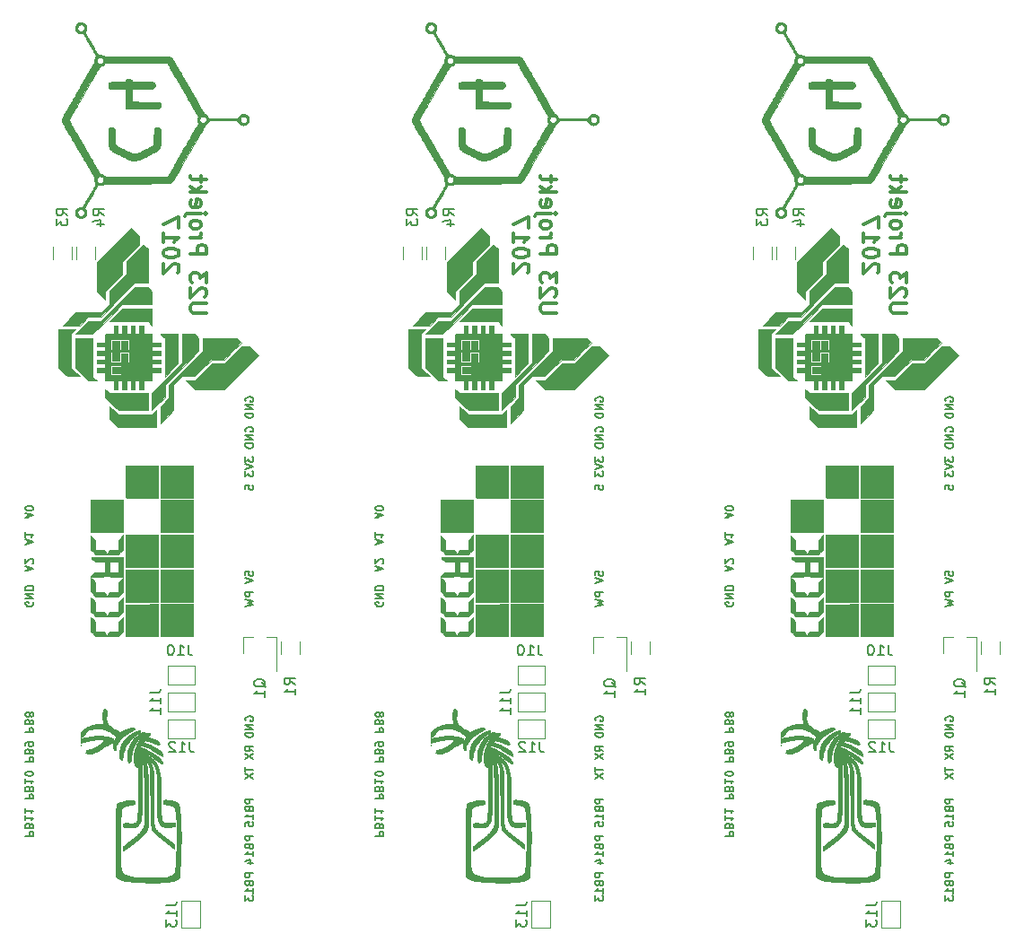
<source format=gbo>
G04 #@! TF.FileFunction,Legend,Bot*
%FSLAX46Y46*%
G04 Gerber Fmt 4.6, Leading zero omitted, Abs format (unit mm)*
G04 Created by KiCad (PCBNEW 4.0.6) date Tue Sep  5 22:17:11 2017*
%MOMM*%
%LPD*%
G01*
G04 APERTURE LIST*
%ADD10C,0.100000*%
%ADD11C,0.187500*%
%ADD12C,0.300000*%
%ADD13C,0.010000*%
%ADD14C,0.120000*%
%ADD15C,0.150000*%
G04 APERTURE END LIST*
D10*
D11*
X77186286Y-87540857D02*
X77186286Y-87183714D01*
X77543429Y-87148000D01*
X77507714Y-87183714D01*
X77472000Y-87255143D01*
X77472000Y-87433714D01*
X77507714Y-87505143D01*
X77543429Y-87540857D01*
X77614857Y-87576572D01*
X77793429Y-87576572D01*
X77864857Y-87540857D01*
X77900571Y-87505143D01*
X77936286Y-87433714D01*
X77936286Y-87255143D01*
X77900571Y-87183714D01*
X77864857Y-87148000D01*
X77186286Y-87790858D02*
X77936286Y-88040858D01*
X77186286Y-88290858D01*
X77936286Y-89112286D02*
X77186286Y-89112286D01*
X77186286Y-89398001D01*
X77222000Y-89469429D01*
X77257714Y-89505144D01*
X77329143Y-89540858D01*
X77436286Y-89540858D01*
X77507714Y-89505144D01*
X77543429Y-89469429D01*
X77579143Y-89398001D01*
X77579143Y-89112286D01*
X77186286Y-89790858D02*
X77936286Y-89969429D01*
X77400571Y-90112286D01*
X77936286Y-90255144D01*
X77186286Y-90433715D01*
D12*
X73470429Y-62745142D02*
X72256143Y-62745142D01*
X72113286Y-62673714D01*
X72041857Y-62602285D01*
X71970429Y-62459428D01*
X71970429Y-62173714D01*
X72041857Y-62030856D01*
X72113286Y-61959428D01*
X72256143Y-61887999D01*
X73470429Y-61887999D01*
X73327571Y-61245142D02*
X73399000Y-61173713D01*
X73470429Y-61030856D01*
X73470429Y-60673713D01*
X73399000Y-60530856D01*
X73327571Y-60459427D01*
X73184714Y-60387999D01*
X73041857Y-60387999D01*
X72827571Y-60459427D01*
X71970429Y-61316570D01*
X71970429Y-60387999D01*
X73470429Y-59887999D02*
X73470429Y-58959428D01*
X72899000Y-59459428D01*
X72899000Y-59245142D01*
X72827571Y-59102285D01*
X72756143Y-59030856D01*
X72613286Y-58959428D01*
X72256143Y-58959428D01*
X72113286Y-59030856D01*
X72041857Y-59102285D01*
X71970429Y-59245142D01*
X71970429Y-59673714D01*
X72041857Y-59816571D01*
X72113286Y-59887999D01*
X71970429Y-57173714D02*
X73470429Y-57173714D01*
X73470429Y-56602286D01*
X73399000Y-56459428D01*
X73327571Y-56388000D01*
X73184714Y-56316571D01*
X72970429Y-56316571D01*
X72827571Y-56388000D01*
X72756143Y-56459428D01*
X72684714Y-56602286D01*
X72684714Y-57173714D01*
X71970429Y-55673714D02*
X72970429Y-55673714D01*
X72684714Y-55673714D02*
X72827571Y-55602286D01*
X72899000Y-55530857D01*
X72970429Y-55388000D01*
X72970429Y-55245143D01*
X71970429Y-54530857D02*
X72041857Y-54673715D01*
X72113286Y-54745143D01*
X72256143Y-54816572D01*
X72684714Y-54816572D01*
X72827571Y-54745143D01*
X72899000Y-54673715D01*
X72970429Y-54530857D01*
X72970429Y-54316572D01*
X72899000Y-54173715D01*
X72827571Y-54102286D01*
X72684714Y-54030857D01*
X72256143Y-54030857D01*
X72113286Y-54102286D01*
X72041857Y-54173715D01*
X71970429Y-54316572D01*
X71970429Y-54530857D01*
X72970429Y-53388000D02*
X71684714Y-53388000D01*
X71541857Y-53459429D01*
X71470429Y-53602286D01*
X71470429Y-53673714D01*
X73470429Y-53388000D02*
X73399000Y-53459429D01*
X73327571Y-53388000D01*
X73399000Y-53316572D01*
X73470429Y-53388000D01*
X73327571Y-53388000D01*
X72041857Y-52102286D02*
X71970429Y-52245143D01*
X71970429Y-52530857D01*
X72041857Y-52673714D01*
X72184714Y-52745143D01*
X72756143Y-52745143D01*
X72899000Y-52673714D01*
X72970429Y-52530857D01*
X72970429Y-52245143D01*
X72899000Y-52102286D01*
X72756143Y-52030857D01*
X72613286Y-52030857D01*
X72470429Y-52745143D01*
X71970429Y-51388000D02*
X73470429Y-51388000D01*
X72541857Y-51245143D02*
X71970429Y-50816572D01*
X72970429Y-50816572D02*
X72399000Y-51388000D01*
X72970429Y-50388000D02*
X72970429Y-49816571D01*
X73470429Y-50173714D02*
X72184714Y-50173714D01*
X72041857Y-50102286D01*
X71970429Y-49959428D01*
X71970429Y-49816571D01*
X70777571Y-58959428D02*
X70849000Y-58887999D01*
X70920429Y-58745142D01*
X70920429Y-58387999D01*
X70849000Y-58245142D01*
X70777571Y-58173713D01*
X70634714Y-58102285D01*
X70491857Y-58102285D01*
X70277571Y-58173713D01*
X69420429Y-59030856D01*
X69420429Y-58102285D01*
X70920429Y-57173714D02*
X70920429Y-57030857D01*
X70849000Y-56888000D01*
X70777571Y-56816571D01*
X70634714Y-56745142D01*
X70349000Y-56673714D01*
X69991857Y-56673714D01*
X69706143Y-56745142D01*
X69563286Y-56816571D01*
X69491857Y-56888000D01*
X69420429Y-57030857D01*
X69420429Y-57173714D01*
X69491857Y-57316571D01*
X69563286Y-57388000D01*
X69706143Y-57459428D01*
X69991857Y-57530857D01*
X70349000Y-57530857D01*
X70634714Y-57459428D01*
X70777571Y-57388000D01*
X70849000Y-57316571D01*
X70920429Y-57173714D01*
X69420429Y-55245143D02*
X69420429Y-56102286D01*
X69420429Y-55673714D02*
X70920429Y-55673714D01*
X70706143Y-55816571D01*
X70563286Y-55959429D01*
X70491857Y-56102286D01*
X70920429Y-54745143D02*
X70920429Y-53745143D01*
X69420429Y-54388000D01*
D11*
X77222000Y-71092714D02*
X77186286Y-71021285D01*
X77186286Y-70914142D01*
X77222000Y-70806999D01*
X77293429Y-70735571D01*
X77364857Y-70699856D01*
X77507714Y-70664142D01*
X77614857Y-70664142D01*
X77757714Y-70699856D01*
X77829143Y-70735571D01*
X77900571Y-70806999D01*
X77936286Y-70914142D01*
X77936286Y-70985571D01*
X77900571Y-71092714D01*
X77864857Y-71128428D01*
X77614857Y-71128428D01*
X77614857Y-70985571D01*
X77936286Y-71449856D02*
X77186286Y-71449856D01*
X77936286Y-71878428D01*
X77186286Y-71878428D01*
X77936286Y-72235570D02*
X77186286Y-72235570D01*
X77186286Y-72414142D01*
X77222000Y-72521285D01*
X77293429Y-72592713D01*
X77364857Y-72628428D01*
X77507714Y-72664142D01*
X77614857Y-72664142D01*
X77757714Y-72628428D01*
X77829143Y-72592713D01*
X77900571Y-72521285D01*
X77936286Y-72414142D01*
X77936286Y-72235570D01*
X77222000Y-73949857D02*
X77186286Y-73878428D01*
X77186286Y-73771285D01*
X77222000Y-73664142D01*
X77293429Y-73592714D01*
X77364857Y-73556999D01*
X77507714Y-73521285D01*
X77614857Y-73521285D01*
X77757714Y-73556999D01*
X77829143Y-73592714D01*
X77900571Y-73664142D01*
X77936286Y-73771285D01*
X77936286Y-73842714D01*
X77900571Y-73949857D01*
X77864857Y-73985571D01*
X77614857Y-73985571D01*
X77614857Y-73842714D01*
X77936286Y-74306999D02*
X77186286Y-74306999D01*
X77936286Y-74735571D01*
X77186286Y-74735571D01*
X77936286Y-75092713D02*
X77186286Y-75092713D01*
X77186286Y-75271285D01*
X77222000Y-75378428D01*
X77293429Y-75449856D01*
X77364857Y-75485571D01*
X77507714Y-75521285D01*
X77614857Y-75521285D01*
X77757714Y-75485571D01*
X77829143Y-75449856D01*
X77900571Y-75378428D01*
X77936286Y-75271285D01*
X77936286Y-75092713D01*
X77186286Y-76342714D02*
X77186286Y-76807000D01*
X77472000Y-76557000D01*
X77472000Y-76664142D01*
X77507714Y-76735571D01*
X77543429Y-76771285D01*
X77614857Y-76807000D01*
X77793429Y-76807000D01*
X77864857Y-76771285D01*
X77900571Y-76735571D01*
X77936286Y-76664142D01*
X77936286Y-76449857D01*
X77900571Y-76378428D01*
X77864857Y-76342714D01*
X77186286Y-77021286D02*
X77936286Y-77271286D01*
X77186286Y-77521286D01*
X77186286Y-77699857D02*
X77186286Y-78164143D01*
X77472000Y-77914143D01*
X77472000Y-78021285D01*
X77507714Y-78092714D01*
X77543429Y-78128428D01*
X77614857Y-78164143D01*
X77793429Y-78164143D01*
X77864857Y-78128428D01*
X77900571Y-78092714D01*
X77936286Y-78021285D01*
X77936286Y-77807000D01*
X77900571Y-77735571D01*
X77864857Y-77699857D01*
X77186286Y-79414143D02*
X77186286Y-79057000D01*
X77543429Y-79021286D01*
X77507714Y-79057000D01*
X77472000Y-79128429D01*
X77472000Y-79307000D01*
X77507714Y-79378429D01*
X77543429Y-79414143D01*
X77614857Y-79449858D01*
X77793429Y-79449858D01*
X77864857Y-79414143D01*
X77900571Y-79378429D01*
X77936286Y-79307000D01*
X77936286Y-79128429D01*
X77900571Y-79057000D01*
X77864857Y-79021286D01*
X57144000Y-90046429D02*
X57179714Y-90117858D01*
X57179714Y-90225001D01*
X57144000Y-90332144D01*
X57072571Y-90403572D01*
X57001143Y-90439287D01*
X56858286Y-90475001D01*
X56751143Y-90475001D01*
X56608286Y-90439287D01*
X56536857Y-90403572D01*
X56465429Y-90332144D01*
X56429714Y-90225001D01*
X56429714Y-90153572D01*
X56465429Y-90046429D01*
X56501143Y-90010715D01*
X56751143Y-90010715D01*
X56751143Y-90153572D01*
X56429714Y-89689287D02*
X57179714Y-89689287D01*
X56429714Y-89260715D01*
X57179714Y-89260715D01*
X56429714Y-88903573D02*
X57179714Y-88903573D01*
X57179714Y-88725001D01*
X57144000Y-88617858D01*
X57072571Y-88546430D01*
X57001143Y-88510715D01*
X56858286Y-88475001D01*
X56751143Y-88475001D01*
X56608286Y-88510715D01*
X56536857Y-88546430D01*
X56465429Y-88617858D01*
X56429714Y-88725001D01*
X56429714Y-88903573D01*
X56644000Y-87046429D02*
X56644000Y-86689286D01*
X56429714Y-87117857D02*
X57179714Y-86867857D01*
X56429714Y-86617857D01*
X57108286Y-86403572D02*
X57144000Y-86367858D01*
X57179714Y-86296429D01*
X57179714Y-86117858D01*
X57144000Y-86046429D01*
X57108286Y-86010715D01*
X57036857Y-85975000D01*
X56965429Y-85975000D01*
X56858286Y-86010715D01*
X56429714Y-86439286D01*
X56429714Y-85975000D01*
X56644000Y-84546428D02*
X56644000Y-84189285D01*
X56429714Y-84617856D02*
X57179714Y-84367856D01*
X56429714Y-84117856D01*
X56429714Y-83474999D02*
X56429714Y-83903571D01*
X56429714Y-83689285D02*
X57179714Y-83689285D01*
X57072571Y-83760714D01*
X57001143Y-83832142D01*
X56965429Y-83903571D01*
X56644000Y-82046427D02*
X56644000Y-81689284D01*
X56429714Y-82117855D02*
X57179714Y-81867855D01*
X56429714Y-81617855D01*
X57179714Y-81224998D02*
X57179714Y-81153570D01*
X57144000Y-81082141D01*
X57108286Y-81046427D01*
X57036857Y-81010713D01*
X56894000Y-80974998D01*
X56715429Y-80974998D01*
X56572571Y-81010713D01*
X56501143Y-81046427D01*
X56465429Y-81082141D01*
X56429714Y-81153570D01*
X56429714Y-81224998D01*
X56465429Y-81296427D01*
X56501143Y-81332141D01*
X56572571Y-81367856D01*
X56715429Y-81403570D01*
X56894000Y-81403570D01*
X57036857Y-81367856D01*
X57108286Y-81332141D01*
X57144000Y-81296427D01*
X57179714Y-81224998D01*
X56429714Y-112120430D02*
X57179714Y-112120430D01*
X57179714Y-111834715D01*
X57144000Y-111763287D01*
X57108286Y-111727572D01*
X57036857Y-111691858D01*
X56929714Y-111691858D01*
X56858286Y-111727572D01*
X56822571Y-111763287D01*
X56786857Y-111834715D01*
X56786857Y-112120430D01*
X56822571Y-111120430D02*
X56786857Y-111013287D01*
X56751143Y-110977572D01*
X56679714Y-110941858D01*
X56572571Y-110941858D01*
X56501143Y-110977572D01*
X56465429Y-111013287D01*
X56429714Y-111084715D01*
X56429714Y-111370430D01*
X57179714Y-111370430D01*
X57179714Y-111120430D01*
X57144000Y-111049001D01*
X57108286Y-111013287D01*
X57036857Y-110977572D01*
X56965429Y-110977572D01*
X56894000Y-111013287D01*
X56858286Y-111049001D01*
X56822571Y-111120430D01*
X56822571Y-111370430D01*
X56429714Y-110227572D02*
X56429714Y-110656144D01*
X56429714Y-110441858D02*
X57179714Y-110441858D01*
X57072571Y-110513287D01*
X57001143Y-110584715D01*
X56965429Y-110656144D01*
X56429714Y-109513286D02*
X56429714Y-109941858D01*
X56429714Y-109727572D02*
X57179714Y-109727572D01*
X57072571Y-109799001D01*
X57001143Y-109870429D01*
X56965429Y-109941858D01*
X56429714Y-108620429D02*
X57179714Y-108620429D01*
X57179714Y-108334714D01*
X57144000Y-108263286D01*
X57108286Y-108227571D01*
X57036857Y-108191857D01*
X56929714Y-108191857D01*
X56858286Y-108227571D01*
X56822571Y-108263286D01*
X56786857Y-108334714D01*
X56786857Y-108620429D01*
X56822571Y-107620429D02*
X56786857Y-107513286D01*
X56751143Y-107477571D01*
X56679714Y-107441857D01*
X56572571Y-107441857D01*
X56501143Y-107477571D01*
X56465429Y-107513286D01*
X56429714Y-107584714D01*
X56429714Y-107870429D01*
X57179714Y-107870429D01*
X57179714Y-107620429D01*
X57144000Y-107549000D01*
X57108286Y-107513286D01*
X57036857Y-107477571D01*
X56965429Y-107477571D01*
X56894000Y-107513286D01*
X56858286Y-107549000D01*
X56822571Y-107620429D01*
X56822571Y-107870429D01*
X56429714Y-106727571D02*
X56429714Y-107156143D01*
X56429714Y-106941857D02*
X57179714Y-106941857D01*
X57072571Y-107013286D01*
X57001143Y-107084714D01*
X56965429Y-107156143D01*
X57179714Y-106263285D02*
X57179714Y-106191857D01*
X57144000Y-106120428D01*
X57108286Y-106084714D01*
X57036857Y-106049000D01*
X56894000Y-106013285D01*
X56715429Y-106013285D01*
X56572571Y-106049000D01*
X56501143Y-106084714D01*
X56465429Y-106120428D01*
X56429714Y-106191857D01*
X56429714Y-106263285D01*
X56465429Y-106334714D01*
X56501143Y-106370428D01*
X56572571Y-106406143D01*
X56715429Y-106441857D01*
X56894000Y-106441857D01*
X57036857Y-106406143D01*
X57108286Y-106370428D01*
X57144000Y-106334714D01*
X57179714Y-106263285D01*
X56429714Y-105120428D02*
X57179714Y-105120428D01*
X57179714Y-104834713D01*
X57144000Y-104763285D01*
X57108286Y-104727570D01*
X57036857Y-104691856D01*
X56929714Y-104691856D01*
X56858286Y-104727570D01*
X56822571Y-104763285D01*
X56786857Y-104834713D01*
X56786857Y-105120428D01*
X56822571Y-104120428D02*
X56786857Y-104013285D01*
X56751143Y-103977570D01*
X56679714Y-103941856D01*
X56572571Y-103941856D01*
X56501143Y-103977570D01*
X56465429Y-104013285D01*
X56429714Y-104084713D01*
X56429714Y-104370428D01*
X57179714Y-104370428D01*
X57179714Y-104120428D01*
X57144000Y-104048999D01*
X57108286Y-104013285D01*
X57036857Y-103977570D01*
X56965429Y-103977570D01*
X56894000Y-104013285D01*
X56858286Y-104048999D01*
X56822571Y-104120428D01*
X56822571Y-104370428D01*
X56429714Y-103584713D02*
X56429714Y-103441856D01*
X56465429Y-103370428D01*
X56501143Y-103334713D01*
X56608286Y-103263285D01*
X56751143Y-103227570D01*
X57036857Y-103227570D01*
X57108286Y-103263285D01*
X57144000Y-103298999D01*
X57179714Y-103370428D01*
X57179714Y-103513285D01*
X57144000Y-103584713D01*
X57108286Y-103620428D01*
X57036857Y-103656142D01*
X56858286Y-103656142D01*
X56786857Y-103620428D01*
X56751143Y-103584713D01*
X56715429Y-103513285D01*
X56715429Y-103370428D01*
X56751143Y-103298999D01*
X56786857Y-103263285D01*
X56858286Y-103227570D01*
X56429714Y-102334713D02*
X57179714Y-102334713D01*
X57179714Y-102048998D01*
X57144000Y-101977570D01*
X57108286Y-101941855D01*
X57036857Y-101906141D01*
X56929714Y-101906141D01*
X56858286Y-101941855D01*
X56822571Y-101977570D01*
X56786857Y-102048998D01*
X56786857Y-102334713D01*
X56822571Y-101334713D02*
X56786857Y-101227570D01*
X56751143Y-101191855D01*
X56679714Y-101156141D01*
X56572571Y-101156141D01*
X56501143Y-101191855D01*
X56465429Y-101227570D01*
X56429714Y-101298998D01*
X56429714Y-101584713D01*
X57179714Y-101584713D01*
X57179714Y-101334713D01*
X57144000Y-101263284D01*
X57108286Y-101227570D01*
X57036857Y-101191855D01*
X56965429Y-101191855D01*
X56894000Y-101227570D01*
X56858286Y-101263284D01*
X56822571Y-101334713D01*
X56822571Y-101584713D01*
X56858286Y-100727570D02*
X56894000Y-100798998D01*
X56929714Y-100834713D01*
X57001143Y-100870427D01*
X57036857Y-100870427D01*
X57108286Y-100834713D01*
X57144000Y-100798998D01*
X57179714Y-100727570D01*
X57179714Y-100584713D01*
X57144000Y-100513284D01*
X57108286Y-100477570D01*
X57036857Y-100441855D01*
X57001143Y-100441855D01*
X56929714Y-100477570D01*
X56894000Y-100513284D01*
X56858286Y-100584713D01*
X56858286Y-100727570D01*
X56822571Y-100798998D01*
X56786857Y-100834713D01*
X56715429Y-100870427D01*
X56572571Y-100870427D01*
X56501143Y-100834713D01*
X56465429Y-100798998D01*
X56429714Y-100727570D01*
X56429714Y-100584713D01*
X56465429Y-100513284D01*
X56501143Y-100477570D01*
X56572571Y-100441855D01*
X56715429Y-100441855D01*
X56786857Y-100477570D01*
X56822571Y-100513284D01*
X56858286Y-100584713D01*
X77222000Y-101241143D02*
X77186286Y-101169714D01*
X77186286Y-101062571D01*
X77222000Y-100955428D01*
X77293429Y-100884000D01*
X77364857Y-100848285D01*
X77507714Y-100812571D01*
X77614857Y-100812571D01*
X77757714Y-100848285D01*
X77829143Y-100884000D01*
X77900571Y-100955428D01*
X77936286Y-101062571D01*
X77936286Y-101134000D01*
X77900571Y-101241143D01*
X77864857Y-101276857D01*
X77614857Y-101276857D01*
X77614857Y-101134000D01*
X77936286Y-101598285D02*
X77186286Y-101598285D01*
X77936286Y-102026857D01*
X77186286Y-102026857D01*
X77936286Y-102383999D02*
X77186286Y-102383999D01*
X77186286Y-102562571D01*
X77222000Y-102669714D01*
X77293429Y-102741142D01*
X77364857Y-102776857D01*
X77507714Y-102812571D01*
X77614857Y-102812571D01*
X77757714Y-102776857D01*
X77829143Y-102741142D01*
X77900571Y-102669714D01*
X77936286Y-102562571D01*
X77936286Y-102383999D01*
X77936286Y-104134000D02*
X77579143Y-103884000D01*
X77936286Y-103705428D02*
X77186286Y-103705428D01*
X77186286Y-103991143D01*
X77222000Y-104062571D01*
X77257714Y-104098286D01*
X77329143Y-104134000D01*
X77436286Y-104134000D01*
X77507714Y-104098286D01*
X77543429Y-104062571D01*
X77579143Y-103991143D01*
X77579143Y-103705428D01*
X77186286Y-104384000D02*
X77936286Y-104884000D01*
X77186286Y-104884000D02*
X77936286Y-104384000D01*
X77186286Y-105634001D02*
X77186286Y-106062572D01*
X77936286Y-105848286D02*
X77186286Y-105848286D01*
X77186286Y-106241144D02*
X77936286Y-106741144D01*
X77186286Y-106741144D02*
X77936286Y-106241144D01*
X77936286Y-108625284D02*
X77186286Y-108625284D01*
X77186286Y-108910999D01*
X77222000Y-108982427D01*
X77257714Y-109018142D01*
X77329143Y-109053856D01*
X77436286Y-109053856D01*
X77507714Y-109018142D01*
X77543429Y-108982427D01*
X77579143Y-108910999D01*
X77579143Y-108625284D01*
X77543429Y-109625284D02*
X77579143Y-109732427D01*
X77614857Y-109768142D01*
X77686286Y-109803856D01*
X77793429Y-109803856D01*
X77864857Y-109768142D01*
X77900571Y-109732427D01*
X77936286Y-109660999D01*
X77936286Y-109375284D01*
X77186286Y-109375284D01*
X77186286Y-109625284D01*
X77222000Y-109696713D01*
X77257714Y-109732427D01*
X77329143Y-109768142D01*
X77400571Y-109768142D01*
X77472000Y-109732427D01*
X77507714Y-109696713D01*
X77543429Y-109625284D01*
X77543429Y-109375284D01*
X77936286Y-110518142D02*
X77936286Y-110089570D01*
X77936286Y-110303856D02*
X77186286Y-110303856D01*
X77293429Y-110232427D01*
X77364857Y-110160999D01*
X77400571Y-110089570D01*
X77186286Y-111196713D02*
X77186286Y-110839570D01*
X77543429Y-110803856D01*
X77507714Y-110839570D01*
X77472000Y-110910999D01*
X77472000Y-111089570D01*
X77507714Y-111160999D01*
X77543429Y-111196713D01*
X77614857Y-111232428D01*
X77793429Y-111232428D01*
X77864857Y-111196713D01*
X77900571Y-111160999D01*
X77936286Y-111089570D01*
X77936286Y-110910999D01*
X77900571Y-110839570D01*
X77864857Y-110803856D01*
X77936286Y-112125285D02*
X77186286Y-112125285D01*
X77186286Y-112411000D01*
X77222000Y-112482428D01*
X77257714Y-112518143D01*
X77329143Y-112553857D01*
X77436286Y-112553857D01*
X77507714Y-112518143D01*
X77543429Y-112482428D01*
X77579143Y-112411000D01*
X77579143Y-112125285D01*
X77543429Y-113125285D02*
X77579143Y-113232428D01*
X77614857Y-113268143D01*
X77686286Y-113303857D01*
X77793429Y-113303857D01*
X77864857Y-113268143D01*
X77900571Y-113232428D01*
X77936286Y-113161000D01*
X77936286Y-112875285D01*
X77186286Y-112875285D01*
X77186286Y-113125285D01*
X77222000Y-113196714D01*
X77257714Y-113232428D01*
X77329143Y-113268143D01*
X77400571Y-113268143D01*
X77472000Y-113232428D01*
X77507714Y-113196714D01*
X77543429Y-113125285D01*
X77543429Y-112875285D01*
X77936286Y-114018143D02*
X77936286Y-113589571D01*
X77936286Y-113803857D02*
X77186286Y-113803857D01*
X77293429Y-113732428D01*
X77364857Y-113661000D01*
X77400571Y-113589571D01*
X77436286Y-114661000D02*
X77936286Y-114661000D01*
X77150571Y-114482429D02*
X77686286Y-114303857D01*
X77686286Y-114768143D01*
X77936286Y-115625286D02*
X77186286Y-115625286D01*
X77186286Y-115911001D01*
X77222000Y-115982429D01*
X77257714Y-116018144D01*
X77329143Y-116053858D01*
X77436286Y-116053858D01*
X77507714Y-116018144D01*
X77543429Y-115982429D01*
X77579143Y-115911001D01*
X77579143Y-115625286D01*
X77543429Y-116625286D02*
X77579143Y-116732429D01*
X77614857Y-116768144D01*
X77686286Y-116803858D01*
X77793429Y-116803858D01*
X77864857Y-116768144D01*
X77900571Y-116732429D01*
X77936286Y-116661001D01*
X77936286Y-116375286D01*
X77186286Y-116375286D01*
X77186286Y-116625286D01*
X77222000Y-116696715D01*
X77257714Y-116732429D01*
X77329143Y-116768144D01*
X77400571Y-116768144D01*
X77472000Y-116732429D01*
X77507714Y-116696715D01*
X77543429Y-116625286D01*
X77543429Y-116375286D01*
X77936286Y-117518144D02*
X77936286Y-117089572D01*
X77936286Y-117303858D02*
X77186286Y-117303858D01*
X77293429Y-117232429D01*
X77364857Y-117161001D01*
X77400571Y-117089572D01*
X77186286Y-117768144D02*
X77186286Y-118232430D01*
X77472000Y-117982430D01*
X77472000Y-118089572D01*
X77507714Y-118161001D01*
X77543429Y-118196715D01*
X77614857Y-118232430D01*
X77793429Y-118232430D01*
X77864857Y-118196715D01*
X77900571Y-118161001D01*
X77936286Y-118089572D01*
X77936286Y-117875287D01*
X77900571Y-117803858D01*
X77864857Y-117768144D01*
X110206286Y-87540857D02*
X110206286Y-87183714D01*
X110563429Y-87148000D01*
X110527714Y-87183714D01*
X110492000Y-87255143D01*
X110492000Y-87433714D01*
X110527714Y-87505143D01*
X110563429Y-87540857D01*
X110634857Y-87576572D01*
X110813429Y-87576572D01*
X110884857Y-87540857D01*
X110920571Y-87505143D01*
X110956286Y-87433714D01*
X110956286Y-87255143D01*
X110920571Y-87183714D01*
X110884857Y-87148000D01*
X110206286Y-87790858D02*
X110956286Y-88040858D01*
X110206286Y-88290858D01*
X110956286Y-89112286D02*
X110206286Y-89112286D01*
X110206286Y-89398001D01*
X110242000Y-89469429D01*
X110277714Y-89505144D01*
X110349143Y-89540858D01*
X110456286Y-89540858D01*
X110527714Y-89505144D01*
X110563429Y-89469429D01*
X110599143Y-89398001D01*
X110599143Y-89112286D01*
X110206286Y-89790858D02*
X110956286Y-89969429D01*
X110420571Y-90112286D01*
X110956286Y-90255144D01*
X110206286Y-90433715D01*
D12*
X106490429Y-62745142D02*
X105276143Y-62745142D01*
X105133286Y-62673714D01*
X105061857Y-62602285D01*
X104990429Y-62459428D01*
X104990429Y-62173714D01*
X105061857Y-62030856D01*
X105133286Y-61959428D01*
X105276143Y-61887999D01*
X106490429Y-61887999D01*
X106347571Y-61245142D02*
X106419000Y-61173713D01*
X106490429Y-61030856D01*
X106490429Y-60673713D01*
X106419000Y-60530856D01*
X106347571Y-60459427D01*
X106204714Y-60387999D01*
X106061857Y-60387999D01*
X105847571Y-60459427D01*
X104990429Y-61316570D01*
X104990429Y-60387999D01*
X106490429Y-59887999D02*
X106490429Y-58959428D01*
X105919000Y-59459428D01*
X105919000Y-59245142D01*
X105847571Y-59102285D01*
X105776143Y-59030856D01*
X105633286Y-58959428D01*
X105276143Y-58959428D01*
X105133286Y-59030856D01*
X105061857Y-59102285D01*
X104990429Y-59245142D01*
X104990429Y-59673714D01*
X105061857Y-59816571D01*
X105133286Y-59887999D01*
X104990429Y-57173714D02*
X106490429Y-57173714D01*
X106490429Y-56602286D01*
X106419000Y-56459428D01*
X106347571Y-56388000D01*
X106204714Y-56316571D01*
X105990429Y-56316571D01*
X105847571Y-56388000D01*
X105776143Y-56459428D01*
X105704714Y-56602286D01*
X105704714Y-57173714D01*
X104990429Y-55673714D02*
X105990429Y-55673714D01*
X105704714Y-55673714D02*
X105847571Y-55602286D01*
X105919000Y-55530857D01*
X105990429Y-55388000D01*
X105990429Y-55245143D01*
X104990429Y-54530857D02*
X105061857Y-54673715D01*
X105133286Y-54745143D01*
X105276143Y-54816572D01*
X105704714Y-54816572D01*
X105847571Y-54745143D01*
X105919000Y-54673715D01*
X105990429Y-54530857D01*
X105990429Y-54316572D01*
X105919000Y-54173715D01*
X105847571Y-54102286D01*
X105704714Y-54030857D01*
X105276143Y-54030857D01*
X105133286Y-54102286D01*
X105061857Y-54173715D01*
X104990429Y-54316572D01*
X104990429Y-54530857D01*
X105990429Y-53388000D02*
X104704714Y-53388000D01*
X104561857Y-53459429D01*
X104490429Y-53602286D01*
X104490429Y-53673714D01*
X106490429Y-53388000D02*
X106419000Y-53459429D01*
X106347571Y-53388000D01*
X106419000Y-53316572D01*
X106490429Y-53388000D01*
X106347571Y-53388000D01*
X105061857Y-52102286D02*
X104990429Y-52245143D01*
X104990429Y-52530857D01*
X105061857Y-52673714D01*
X105204714Y-52745143D01*
X105776143Y-52745143D01*
X105919000Y-52673714D01*
X105990429Y-52530857D01*
X105990429Y-52245143D01*
X105919000Y-52102286D01*
X105776143Y-52030857D01*
X105633286Y-52030857D01*
X105490429Y-52745143D01*
X104990429Y-51388000D02*
X106490429Y-51388000D01*
X105561857Y-51245143D02*
X104990429Y-50816572D01*
X105990429Y-50816572D02*
X105419000Y-51388000D01*
X105990429Y-50388000D02*
X105990429Y-49816571D01*
X106490429Y-50173714D02*
X105204714Y-50173714D01*
X105061857Y-50102286D01*
X104990429Y-49959428D01*
X104990429Y-49816571D01*
X103797571Y-58959428D02*
X103869000Y-58887999D01*
X103940429Y-58745142D01*
X103940429Y-58387999D01*
X103869000Y-58245142D01*
X103797571Y-58173713D01*
X103654714Y-58102285D01*
X103511857Y-58102285D01*
X103297571Y-58173713D01*
X102440429Y-59030856D01*
X102440429Y-58102285D01*
X103940429Y-57173714D02*
X103940429Y-57030857D01*
X103869000Y-56888000D01*
X103797571Y-56816571D01*
X103654714Y-56745142D01*
X103369000Y-56673714D01*
X103011857Y-56673714D01*
X102726143Y-56745142D01*
X102583286Y-56816571D01*
X102511857Y-56888000D01*
X102440429Y-57030857D01*
X102440429Y-57173714D01*
X102511857Y-57316571D01*
X102583286Y-57388000D01*
X102726143Y-57459428D01*
X103011857Y-57530857D01*
X103369000Y-57530857D01*
X103654714Y-57459428D01*
X103797571Y-57388000D01*
X103869000Y-57316571D01*
X103940429Y-57173714D01*
X102440429Y-55245143D02*
X102440429Y-56102286D01*
X102440429Y-55673714D02*
X103940429Y-55673714D01*
X103726143Y-55816571D01*
X103583286Y-55959429D01*
X103511857Y-56102286D01*
X103940429Y-54745143D02*
X103940429Y-53745143D01*
X102440429Y-54388000D01*
D11*
X110242000Y-71092714D02*
X110206286Y-71021285D01*
X110206286Y-70914142D01*
X110242000Y-70806999D01*
X110313429Y-70735571D01*
X110384857Y-70699856D01*
X110527714Y-70664142D01*
X110634857Y-70664142D01*
X110777714Y-70699856D01*
X110849143Y-70735571D01*
X110920571Y-70806999D01*
X110956286Y-70914142D01*
X110956286Y-70985571D01*
X110920571Y-71092714D01*
X110884857Y-71128428D01*
X110634857Y-71128428D01*
X110634857Y-70985571D01*
X110956286Y-71449856D02*
X110206286Y-71449856D01*
X110956286Y-71878428D01*
X110206286Y-71878428D01*
X110956286Y-72235570D02*
X110206286Y-72235570D01*
X110206286Y-72414142D01*
X110242000Y-72521285D01*
X110313429Y-72592713D01*
X110384857Y-72628428D01*
X110527714Y-72664142D01*
X110634857Y-72664142D01*
X110777714Y-72628428D01*
X110849143Y-72592713D01*
X110920571Y-72521285D01*
X110956286Y-72414142D01*
X110956286Y-72235570D01*
X110242000Y-73949857D02*
X110206286Y-73878428D01*
X110206286Y-73771285D01*
X110242000Y-73664142D01*
X110313429Y-73592714D01*
X110384857Y-73556999D01*
X110527714Y-73521285D01*
X110634857Y-73521285D01*
X110777714Y-73556999D01*
X110849143Y-73592714D01*
X110920571Y-73664142D01*
X110956286Y-73771285D01*
X110956286Y-73842714D01*
X110920571Y-73949857D01*
X110884857Y-73985571D01*
X110634857Y-73985571D01*
X110634857Y-73842714D01*
X110956286Y-74306999D02*
X110206286Y-74306999D01*
X110956286Y-74735571D01*
X110206286Y-74735571D01*
X110956286Y-75092713D02*
X110206286Y-75092713D01*
X110206286Y-75271285D01*
X110242000Y-75378428D01*
X110313429Y-75449856D01*
X110384857Y-75485571D01*
X110527714Y-75521285D01*
X110634857Y-75521285D01*
X110777714Y-75485571D01*
X110849143Y-75449856D01*
X110920571Y-75378428D01*
X110956286Y-75271285D01*
X110956286Y-75092713D01*
X110206286Y-76342714D02*
X110206286Y-76807000D01*
X110492000Y-76557000D01*
X110492000Y-76664142D01*
X110527714Y-76735571D01*
X110563429Y-76771285D01*
X110634857Y-76807000D01*
X110813429Y-76807000D01*
X110884857Y-76771285D01*
X110920571Y-76735571D01*
X110956286Y-76664142D01*
X110956286Y-76449857D01*
X110920571Y-76378428D01*
X110884857Y-76342714D01*
X110206286Y-77021286D02*
X110956286Y-77271286D01*
X110206286Y-77521286D01*
X110206286Y-77699857D02*
X110206286Y-78164143D01*
X110492000Y-77914143D01*
X110492000Y-78021285D01*
X110527714Y-78092714D01*
X110563429Y-78128428D01*
X110634857Y-78164143D01*
X110813429Y-78164143D01*
X110884857Y-78128428D01*
X110920571Y-78092714D01*
X110956286Y-78021285D01*
X110956286Y-77807000D01*
X110920571Y-77735571D01*
X110884857Y-77699857D01*
X110206286Y-79414143D02*
X110206286Y-79057000D01*
X110563429Y-79021286D01*
X110527714Y-79057000D01*
X110492000Y-79128429D01*
X110492000Y-79307000D01*
X110527714Y-79378429D01*
X110563429Y-79414143D01*
X110634857Y-79449858D01*
X110813429Y-79449858D01*
X110884857Y-79414143D01*
X110920571Y-79378429D01*
X110956286Y-79307000D01*
X110956286Y-79128429D01*
X110920571Y-79057000D01*
X110884857Y-79021286D01*
X90164000Y-90046429D02*
X90199714Y-90117858D01*
X90199714Y-90225001D01*
X90164000Y-90332144D01*
X90092571Y-90403572D01*
X90021143Y-90439287D01*
X89878286Y-90475001D01*
X89771143Y-90475001D01*
X89628286Y-90439287D01*
X89556857Y-90403572D01*
X89485429Y-90332144D01*
X89449714Y-90225001D01*
X89449714Y-90153572D01*
X89485429Y-90046429D01*
X89521143Y-90010715D01*
X89771143Y-90010715D01*
X89771143Y-90153572D01*
X89449714Y-89689287D02*
X90199714Y-89689287D01*
X89449714Y-89260715D01*
X90199714Y-89260715D01*
X89449714Y-88903573D02*
X90199714Y-88903573D01*
X90199714Y-88725001D01*
X90164000Y-88617858D01*
X90092571Y-88546430D01*
X90021143Y-88510715D01*
X89878286Y-88475001D01*
X89771143Y-88475001D01*
X89628286Y-88510715D01*
X89556857Y-88546430D01*
X89485429Y-88617858D01*
X89449714Y-88725001D01*
X89449714Y-88903573D01*
X89664000Y-87046429D02*
X89664000Y-86689286D01*
X89449714Y-87117857D02*
X90199714Y-86867857D01*
X89449714Y-86617857D01*
X90128286Y-86403572D02*
X90164000Y-86367858D01*
X90199714Y-86296429D01*
X90199714Y-86117858D01*
X90164000Y-86046429D01*
X90128286Y-86010715D01*
X90056857Y-85975000D01*
X89985429Y-85975000D01*
X89878286Y-86010715D01*
X89449714Y-86439286D01*
X89449714Y-85975000D01*
X89664000Y-84546428D02*
X89664000Y-84189285D01*
X89449714Y-84617856D02*
X90199714Y-84367856D01*
X89449714Y-84117856D01*
X89449714Y-83474999D02*
X89449714Y-83903571D01*
X89449714Y-83689285D02*
X90199714Y-83689285D01*
X90092571Y-83760714D01*
X90021143Y-83832142D01*
X89985429Y-83903571D01*
X89664000Y-82046427D02*
X89664000Y-81689284D01*
X89449714Y-82117855D02*
X90199714Y-81867855D01*
X89449714Y-81617855D01*
X90199714Y-81224998D02*
X90199714Y-81153570D01*
X90164000Y-81082141D01*
X90128286Y-81046427D01*
X90056857Y-81010713D01*
X89914000Y-80974998D01*
X89735429Y-80974998D01*
X89592571Y-81010713D01*
X89521143Y-81046427D01*
X89485429Y-81082141D01*
X89449714Y-81153570D01*
X89449714Y-81224998D01*
X89485429Y-81296427D01*
X89521143Y-81332141D01*
X89592571Y-81367856D01*
X89735429Y-81403570D01*
X89914000Y-81403570D01*
X90056857Y-81367856D01*
X90128286Y-81332141D01*
X90164000Y-81296427D01*
X90199714Y-81224998D01*
X89449714Y-112120430D02*
X90199714Y-112120430D01*
X90199714Y-111834715D01*
X90164000Y-111763287D01*
X90128286Y-111727572D01*
X90056857Y-111691858D01*
X89949714Y-111691858D01*
X89878286Y-111727572D01*
X89842571Y-111763287D01*
X89806857Y-111834715D01*
X89806857Y-112120430D01*
X89842571Y-111120430D02*
X89806857Y-111013287D01*
X89771143Y-110977572D01*
X89699714Y-110941858D01*
X89592571Y-110941858D01*
X89521143Y-110977572D01*
X89485429Y-111013287D01*
X89449714Y-111084715D01*
X89449714Y-111370430D01*
X90199714Y-111370430D01*
X90199714Y-111120430D01*
X90164000Y-111049001D01*
X90128286Y-111013287D01*
X90056857Y-110977572D01*
X89985429Y-110977572D01*
X89914000Y-111013287D01*
X89878286Y-111049001D01*
X89842571Y-111120430D01*
X89842571Y-111370430D01*
X89449714Y-110227572D02*
X89449714Y-110656144D01*
X89449714Y-110441858D02*
X90199714Y-110441858D01*
X90092571Y-110513287D01*
X90021143Y-110584715D01*
X89985429Y-110656144D01*
X89449714Y-109513286D02*
X89449714Y-109941858D01*
X89449714Y-109727572D02*
X90199714Y-109727572D01*
X90092571Y-109799001D01*
X90021143Y-109870429D01*
X89985429Y-109941858D01*
X89449714Y-108620429D02*
X90199714Y-108620429D01*
X90199714Y-108334714D01*
X90164000Y-108263286D01*
X90128286Y-108227571D01*
X90056857Y-108191857D01*
X89949714Y-108191857D01*
X89878286Y-108227571D01*
X89842571Y-108263286D01*
X89806857Y-108334714D01*
X89806857Y-108620429D01*
X89842571Y-107620429D02*
X89806857Y-107513286D01*
X89771143Y-107477571D01*
X89699714Y-107441857D01*
X89592571Y-107441857D01*
X89521143Y-107477571D01*
X89485429Y-107513286D01*
X89449714Y-107584714D01*
X89449714Y-107870429D01*
X90199714Y-107870429D01*
X90199714Y-107620429D01*
X90164000Y-107549000D01*
X90128286Y-107513286D01*
X90056857Y-107477571D01*
X89985429Y-107477571D01*
X89914000Y-107513286D01*
X89878286Y-107549000D01*
X89842571Y-107620429D01*
X89842571Y-107870429D01*
X89449714Y-106727571D02*
X89449714Y-107156143D01*
X89449714Y-106941857D02*
X90199714Y-106941857D01*
X90092571Y-107013286D01*
X90021143Y-107084714D01*
X89985429Y-107156143D01*
X90199714Y-106263285D02*
X90199714Y-106191857D01*
X90164000Y-106120428D01*
X90128286Y-106084714D01*
X90056857Y-106049000D01*
X89914000Y-106013285D01*
X89735429Y-106013285D01*
X89592571Y-106049000D01*
X89521143Y-106084714D01*
X89485429Y-106120428D01*
X89449714Y-106191857D01*
X89449714Y-106263285D01*
X89485429Y-106334714D01*
X89521143Y-106370428D01*
X89592571Y-106406143D01*
X89735429Y-106441857D01*
X89914000Y-106441857D01*
X90056857Y-106406143D01*
X90128286Y-106370428D01*
X90164000Y-106334714D01*
X90199714Y-106263285D01*
X89449714Y-105120428D02*
X90199714Y-105120428D01*
X90199714Y-104834713D01*
X90164000Y-104763285D01*
X90128286Y-104727570D01*
X90056857Y-104691856D01*
X89949714Y-104691856D01*
X89878286Y-104727570D01*
X89842571Y-104763285D01*
X89806857Y-104834713D01*
X89806857Y-105120428D01*
X89842571Y-104120428D02*
X89806857Y-104013285D01*
X89771143Y-103977570D01*
X89699714Y-103941856D01*
X89592571Y-103941856D01*
X89521143Y-103977570D01*
X89485429Y-104013285D01*
X89449714Y-104084713D01*
X89449714Y-104370428D01*
X90199714Y-104370428D01*
X90199714Y-104120428D01*
X90164000Y-104048999D01*
X90128286Y-104013285D01*
X90056857Y-103977570D01*
X89985429Y-103977570D01*
X89914000Y-104013285D01*
X89878286Y-104048999D01*
X89842571Y-104120428D01*
X89842571Y-104370428D01*
X89449714Y-103584713D02*
X89449714Y-103441856D01*
X89485429Y-103370428D01*
X89521143Y-103334713D01*
X89628286Y-103263285D01*
X89771143Y-103227570D01*
X90056857Y-103227570D01*
X90128286Y-103263285D01*
X90164000Y-103298999D01*
X90199714Y-103370428D01*
X90199714Y-103513285D01*
X90164000Y-103584713D01*
X90128286Y-103620428D01*
X90056857Y-103656142D01*
X89878286Y-103656142D01*
X89806857Y-103620428D01*
X89771143Y-103584713D01*
X89735429Y-103513285D01*
X89735429Y-103370428D01*
X89771143Y-103298999D01*
X89806857Y-103263285D01*
X89878286Y-103227570D01*
X89449714Y-102334713D02*
X90199714Y-102334713D01*
X90199714Y-102048998D01*
X90164000Y-101977570D01*
X90128286Y-101941855D01*
X90056857Y-101906141D01*
X89949714Y-101906141D01*
X89878286Y-101941855D01*
X89842571Y-101977570D01*
X89806857Y-102048998D01*
X89806857Y-102334713D01*
X89842571Y-101334713D02*
X89806857Y-101227570D01*
X89771143Y-101191855D01*
X89699714Y-101156141D01*
X89592571Y-101156141D01*
X89521143Y-101191855D01*
X89485429Y-101227570D01*
X89449714Y-101298998D01*
X89449714Y-101584713D01*
X90199714Y-101584713D01*
X90199714Y-101334713D01*
X90164000Y-101263284D01*
X90128286Y-101227570D01*
X90056857Y-101191855D01*
X89985429Y-101191855D01*
X89914000Y-101227570D01*
X89878286Y-101263284D01*
X89842571Y-101334713D01*
X89842571Y-101584713D01*
X89878286Y-100727570D02*
X89914000Y-100798998D01*
X89949714Y-100834713D01*
X90021143Y-100870427D01*
X90056857Y-100870427D01*
X90128286Y-100834713D01*
X90164000Y-100798998D01*
X90199714Y-100727570D01*
X90199714Y-100584713D01*
X90164000Y-100513284D01*
X90128286Y-100477570D01*
X90056857Y-100441855D01*
X90021143Y-100441855D01*
X89949714Y-100477570D01*
X89914000Y-100513284D01*
X89878286Y-100584713D01*
X89878286Y-100727570D01*
X89842571Y-100798998D01*
X89806857Y-100834713D01*
X89735429Y-100870427D01*
X89592571Y-100870427D01*
X89521143Y-100834713D01*
X89485429Y-100798998D01*
X89449714Y-100727570D01*
X89449714Y-100584713D01*
X89485429Y-100513284D01*
X89521143Y-100477570D01*
X89592571Y-100441855D01*
X89735429Y-100441855D01*
X89806857Y-100477570D01*
X89842571Y-100513284D01*
X89878286Y-100584713D01*
X110242000Y-101241143D02*
X110206286Y-101169714D01*
X110206286Y-101062571D01*
X110242000Y-100955428D01*
X110313429Y-100884000D01*
X110384857Y-100848285D01*
X110527714Y-100812571D01*
X110634857Y-100812571D01*
X110777714Y-100848285D01*
X110849143Y-100884000D01*
X110920571Y-100955428D01*
X110956286Y-101062571D01*
X110956286Y-101134000D01*
X110920571Y-101241143D01*
X110884857Y-101276857D01*
X110634857Y-101276857D01*
X110634857Y-101134000D01*
X110956286Y-101598285D02*
X110206286Y-101598285D01*
X110956286Y-102026857D01*
X110206286Y-102026857D01*
X110956286Y-102383999D02*
X110206286Y-102383999D01*
X110206286Y-102562571D01*
X110242000Y-102669714D01*
X110313429Y-102741142D01*
X110384857Y-102776857D01*
X110527714Y-102812571D01*
X110634857Y-102812571D01*
X110777714Y-102776857D01*
X110849143Y-102741142D01*
X110920571Y-102669714D01*
X110956286Y-102562571D01*
X110956286Y-102383999D01*
X110956286Y-104134000D02*
X110599143Y-103884000D01*
X110956286Y-103705428D02*
X110206286Y-103705428D01*
X110206286Y-103991143D01*
X110242000Y-104062571D01*
X110277714Y-104098286D01*
X110349143Y-104134000D01*
X110456286Y-104134000D01*
X110527714Y-104098286D01*
X110563429Y-104062571D01*
X110599143Y-103991143D01*
X110599143Y-103705428D01*
X110206286Y-104384000D02*
X110956286Y-104884000D01*
X110206286Y-104884000D02*
X110956286Y-104384000D01*
X110206286Y-105634001D02*
X110206286Y-106062572D01*
X110956286Y-105848286D02*
X110206286Y-105848286D01*
X110206286Y-106241144D02*
X110956286Y-106741144D01*
X110206286Y-106741144D02*
X110956286Y-106241144D01*
X110956286Y-108625284D02*
X110206286Y-108625284D01*
X110206286Y-108910999D01*
X110242000Y-108982427D01*
X110277714Y-109018142D01*
X110349143Y-109053856D01*
X110456286Y-109053856D01*
X110527714Y-109018142D01*
X110563429Y-108982427D01*
X110599143Y-108910999D01*
X110599143Y-108625284D01*
X110563429Y-109625284D02*
X110599143Y-109732427D01*
X110634857Y-109768142D01*
X110706286Y-109803856D01*
X110813429Y-109803856D01*
X110884857Y-109768142D01*
X110920571Y-109732427D01*
X110956286Y-109660999D01*
X110956286Y-109375284D01*
X110206286Y-109375284D01*
X110206286Y-109625284D01*
X110242000Y-109696713D01*
X110277714Y-109732427D01*
X110349143Y-109768142D01*
X110420571Y-109768142D01*
X110492000Y-109732427D01*
X110527714Y-109696713D01*
X110563429Y-109625284D01*
X110563429Y-109375284D01*
X110956286Y-110518142D02*
X110956286Y-110089570D01*
X110956286Y-110303856D02*
X110206286Y-110303856D01*
X110313429Y-110232427D01*
X110384857Y-110160999D01*
X110420571Y-110089570D01*
X110206286Y-111196713D02*
X110206286Y-110839570D01*
X110563429Y-110803856D01*
X110527714Y-110839570D01*
X110492000Y-110910999D01*
X110492000Y-111089570D01*
X110527714Y-111160999D01*
X110563429Y-111196713D01*
X110634857Y-111232428D01*
X110813429Y-111232428D01*
X110884857Y-111196713D01*
X110920571Y-111160999D01*
X110956286Y-111089570D01*
X110956286Y-110910999D01*
X110920571Y-110839570D01*
X110884857Y-110803856D01*
X110956286Y-112125285D02*
X110206286Y-112125285D01*
X110206286Y-112411000D01*
X110242000Y-112482428D01*
X110277714Y-112518143D01*
X110349143Y-112553857D01*
X110456286Y-112553857D01*
X110527714Y-112518143D01*
X110563429Y-112482428D01*
X110599143Y-112411000D01*
X110599143Y-112125285D01*
X110563429Y-113125285D02*
X110599143Y-113232428D01*
X110634857Y-113268143D01*
X110706286Y-113303857D01*
X110813429Y-113303857D01*
X110884857Y-113268143D01*
X110920571Y-113232428D01*
X110956286Y-113161000D01*
X110956286Y-112875285D01*
X110206286Y-112875285D01*
X110206286Y-113125285D01*
X110242000Y-113196714D01*
X110277714Y-113232428D01*
X110349143Y-113268143D01*
X110420571Y-113268143D01*
X110492000Y-113232428D01*
X110527714Y-113196714D01*
X110563429Y-113125285D01*
X110563429Y-112875285D01*
X110956286Y-114018143D02*
X110956286Y-113589571D01*
X110956286Y-113803857D02*
X110206286Y-113803857D01*
X110313429Y-113732428D01*
X110384857Y-113661000D01*
X110420571Y-113589571D01*
X110456286Y-114661000D02*
X110956286Y-114661000D01*
X110170571Y-114482429D02*
X110706286Y-114303857D01*
X110706286Y-114768143D01*
X110956286Y-115625286D02*
X110206286Y-115625286D01*
X110206286Y-115911001D01*
X110242000Y-115982429D01*
X110277714Y-116018144D01*
X110349143Y-116053858D01*
X110456286Y-116053858D01*
X110527714Y-116018144D01*
X110563429Y-115982429D01*
X110599143Y-115911001D01*
X110599143Y-115625286D01*
X110563429Y-116625286D02*
X110599143Y-116732429D01*
X110634857Y-116768144D01*
X110706286Y-116803858D01*
X110813429Y-116803858D01*
X110884857Y-116768144D01*
X110920571Y-116732429D01*
X110956286Y-116661001D01*
X110956286Y-116375286D01*
X110206286Y-116375286D01*
X110206286Y-116625286D01*
X110242000Y-116696715D01*
X110277714Y-116732429D01*
X110349143Y-116768144D01*
X110420571Y-116768144D01*
X110492000Y-116732429D01*
X110527714Y-116696715D01*
X110563429Y-116625286D01*
X110563429Y-116375286D01*
X110956286Y-117518144D02*
X110956286Y-117089572D01*
X110956286Y-117303858D02*
X110206286Y-117303858D01*
X110313429Y-117232429D01*
X110384857Y-117161001D01*
X110420571Y-117089572D01*
X110206286Y-117768144D02*
X110206286Y-118232430D01*
X110492000Y-117982430D01*
X110492000Y-118089572D01*
X110527714Y-118161001D01*
X110563429Y-118196715D01*
X110634857Y-118232430D01*
X110813429Y-118232430D01*
X110884857Y-118196715D01*
X110920571Y-118161001D01*
X110956286Y-118089572D01*
X110956286Y-117875287D01*
X110920571Y-117803858D01*
X110884857Y-117768144D01*
X143226286Y-87540857D02*
X143226286Y-87183714D01*
X143583429Y-87148000D01*
X143547714Y-87183714D01*
X143512000Y-87255143D01*
X143512000Y-87433714D01*
X143547714Y-87505143D01*
X143583429Y-87540857D01*
X143654857Y-87576572D01*
X143833429Y-87576572D01*
X143904857Y-87540857D01*
X143940571Y-87505143D01*
X143976286Y-87433714D01*
X143976286Y-87255143D01*
X143940571Y-87183714D01*
X143904857Y-87148000D01*
X143226286Y-87790858D02*
X143976286Y-88040858D01*
X143226286Y-88290858D01*
X143976286Y-89112286D02*
X143226286Y-89112286D01*
X143226286Y-89398001D01*
X143262000Y-89469429D01*
X143297714Y-89505144D01*
X143369143Y-89540858D01*
X143476286Y-89540858D01*
X143547714Y-89505144D01*
X143583429Y-89469429D01*
X143619143Y-89398001D01*
X143619143Y-89112286D01*
X143226286Y-89790858D02*
X143976286Y-89969429D01*
X143440571Y-90112286D01*
X143976286Y-90255144D01*
X143226286Y-90433715D01*
D12*
X139510429Y-62745142D02*
X138296143Y-62745142D01*
X138153286Y-62673714D01*
X138081857Y-62602285D01*
X138010429Y-62459428D01*
X138010429Y-62173714D01*
X138081857Y-62030856D01*
X138153286Y-61959428D01*
X138296143Y-61887999D01*
X139510429Y-61887999D01*
X139367571Y-61245142D02*
X139439000Y-61173713D01*
X139510429Y-61030856D01*
X139510429Y-60673713D01*
X139439000Y-60530856D01*
X139367571Y-60459427D01*
X139224714Y-60387999D01*
X139081857Y-60387999D01*
X138867571Y-60459427D01*
X138010429Y-61316570D01*
X138010429Y-60387999D01*
X139510429Y-59887999D02*
X139510429Y-58959428D01*
X138939000Y-59459428D01*
X138939000Y-59245142D01*
X138867571Y-59102285D01*
X138796143Y-59030856D01*
X138653286Y-58959428D01*
X138296143Y-58959428D01*
X138153286Y-59030856D01*
X138081857Y-59102285D01*
X138010429Y-59245142D01*
X138010429Y-59673714D01*
X138081857Y-59816571D01*
X138153286Y-59887999D01*
X138010429Y-57173714D02*
X139510429Y-57173714D01*
X139510429Y-56602286D01*
X139439000Y-56459428D01*
X139367571Y-56388000D01*
X139224714Y-56316571D01*
X139010429Y-56316571D01*
X138867571Y-56388000D01*
X138796143Y-56459428D01*
X138724714Y-56602286D01*
X138724714Y-57173714D01*
X138010429Y-55673714D02*
X139010429Y-55673714D01*
X138724714Y-55673714D02*
X138867571Y-55602286D01*
X138939000Y-55530857D01*
X139010429Y-55388000D01*
X139010429Y-55245143D01*
X138010429Y-54530857D02*
X138081857Y-54673715D01*
X138153286Y-54745143D01*
X138296143Y-54816572D01*
X138724714Y-54816572D01*
X138867571Y-54745143D01*
X138939000Y-54673715D01*
X139010429Y-54530857D01*
X139010429Y-54316572D01*
X138939000Y-54173715D01*
X138867571Y-54102286D01*
X138724714Y-54030857D01*
X138296143Y-54030857D01*
X138153286Y-54102286D01*
X138081857Y-54173715D01*
X138010429Y-54316572D01*
X138010429Y-54530857D01*
X139010429Y-53388000D02*
X137724714Y-53388000D01*
X137581857Y-53459429D01*
X137510429Y-53602286D01*
X137510429Y-53673714D01*
X139510429Y-53388000D02*
X139439000Y-53459429D01*
X139367571Y-53388000D01*
X139439000Y-53316572D01*
X139510429Y-53388000D01*
X139367571Y-53388000D01*
X138081857Y-52102286D02*
X138010429Y-52245143D01*
X138010429Y-52530857D01*
X138081857Y-52673714D01*
X138224714Y-52745143D01*
X138796143Y-52745143D01*
X138939000Y-52673714D01*
X139010429Y-52530857D01*
X139010429Y-52245143D01*
X138939000Y-52102286D01*
X138796143Y-52030857D01*
X138653286Y-52030857D01*
X138510429Y-52745143D01*
X138010429Y-51388000D02*
X139510429Y-51388000D01*
X138581857Y-51245143D02*
X138010429Y-50816572D01*
X139010429Y-50816572D02*
X138439000Y-51388000D01*
X139010429Y-50388000D02*
X139010429Y-49816571D01*
X139510429Y-50173714D02*
X138224714Y-50173714D01*
X138081857Y-50102286D01*
X138010429Y-49959428D01*
X138010429Y-49816571D01*
X136817571Y-58959428D02*
X136889000Y-58887999D01*
X136960429Y-58745142D01*
X136960429Y-58387999D01*
X136889000Y-58245142D01*
X136817571Y-58173713D01*
X136674714Y-58102285D01*
X136531857Y-58102285D01*
X136317571Y-58173713D01*
X135460429Y-59030856D01*
X135460429Y-58102285D01*
X136960429Y-57173714D02*
X136960429Y-57030857D01*
X136889000Y-56888000D01*
X136817571Y-56816571D01*
X136674714Y-56745142D01*
X136389000Y-56673714D01*
X136031857Y-56673714D01*
X135746143Y-56745142D01*
X135603286Y-56816571D01*
X135531857Y-56888000D01*
X135460429Y-57030857D01*
X135460429Y-57173714D01*
X135531857Y-57316571D01*
X135603286Y-57388000D01*
X135746143Y-57459428D01*
X136031857Y-57530857D01*
X136389000Y-57530857D01*
X136674714Y-57459428D01*
X136817571Y-57388000D01*
X136889000Y-57316571D01*
X136960429Y-57173714D01*
X135460429Y-55245143D02*
X135460429Y-56102286D01*
X135460429Y-55673714D02*
X136960429Y-55673714D01*
X136746143Y-55816571D01*
X136603286Y-55959429D01*
X136531857Y-56102286D01*
X136960429Y-54745143D02*
X136960429Y-53745143D01*
X135460429Y-54388000D01*
D11*
X143262000Y-71092714D02*
X143226286Y-71021285D01*
X143226286Y-70914142D01*
X143262000Y-70806999D01*
X143333429Y-70735571D01*
X143404857Y-70699856D01*
X143547714Y-70664142D01*
X143654857Y-70664142D01*
X143797714Y-70699856D01*
X143869143Y-70735571D01*
X143940571Y-70806999D01*
X143976286Y-70914142D01*
X143976286Y-70985571D01*
X143940571Y-71092714D01*
X143904857Y-71128428D01*
X143654857Y-71128428D01*
X143654857Y-70985571D01*
X143976286Y-71449856D02*
X143226286Y-71449856D01*
X143976286Y-71878428D01*
X143226286Y-71878428D01*
X143976286Y-72235570D02*
X143226286Y-72235570D01*
X143226286Y-72414142D01*
X143262000Y-72521285D01*
X143333429Y-72592713D01*
X143404857Y-72628428D01*
X143547714Y-72664142D01*
X143654857Y-72664142D01*
X143797714Y-72628428D01*
X143869143Y-72592713D01*
X143940571Y-72521285D01*
X143976286Y-72414142D01*
X143976286Y-72235570D01*
X143262000Y-73949857D02*
X143226286Y-73878428D01*
X143226286Y-73771285D01*
X143262000Y-73664142D01*
X143333429Y-73592714D01*
X143404857Y-73556999D01*
X143547714Y-73521285D01*
X143654857Y-73521285D01*
X143797714Y-73556999D01*
X143869143Y-73592714D01*
X143940571Y-73664142D01*
X143976286Y-73771285D01*
X143976286Y-73842714D01*
X143940571Y-73949857D01*
X143904857Y-73985571D01*
X143654857Y-73985571D01*
X143654857Y-73842714D01*
X143976286Y-74306999D02*
X143226286Y-74306999D01*
X143976286Y-74735571D01*
X143226286Y-74735571D01*
X143976286Y-75092713D02*
X143226286Y-75092713D01*
X143226286Y-75271285D01*
X143262000Y-75378428D01*
X143333429Y-75449856D01*
X143404857Y-75485571D01*
X143547714Y-75521285D01*
X143654857Y-75521285D01*
X143797714Y-75485571D01*
X143869143Y-75449856D01*
X143940571Y-75378428D01*
X143976286Y-75271285D01*
X143976286Y-75092713D01*
X143226286Y-76342714D02*
X143226286Y-76807000D01*
X143512000Y-76557000D01*
X143512000Y-76664142D01*
X143547714Y-76735571D01*
X143583429Y-76771285D01*
X143654857Y-76807000D01*
X143833429Y-76807000D01*
X143904857Y-76771285D01*
X143940571Y-76735571D01*
X143976286Y-76664142D01*
X143976286Y-76449857D01*
X143940571Y-76378428D01*
X143904857Y-76342714D01*
X143226286Y-77021286D02*
X143976286Y-77271286D01*
X143226286Y-77521286D01*
X143226286Y-77699857D02*
X143226286Y-78164143D01*
X143512000Y-77914143D01*
X143512000Y-78021285D01*
X143547714Y-78092714D01*
X143583429Y-78128428D01*
X143654857Y-78164143D01*
X143833429Y-78164143D01*
X143904857Y-78128428D01*
X143940571Y-78092714D01*
X143976286Y-78021285D01*
X143976286Y-77807000D01*
X143940571Y-77735571D01*
X143904857Y-77699857D01*
X143226286Y-79414143D02*
X143226286Y-79057000D01*
X143583429Y-79021286D01*
X143547714Y-79057000D01*
X143512000Y-79128429D01*
X143512000Y-79307000D01*
X143547714Y-79378429D01*
X143583429Y-79414143D01*
X143654857Y-79449858D01*
X143833429Y-79449858D01*
X143904857Y-79414143D01*
X143940571Y-79378429D01*
X143976286Y-79307000D01*
X143976286Y-79128429D01*
X143940571Y-79057000D01*
X143904857Y-79021286D01*
X123184000Y-90046429D02*
X123219714Y-90117858D01*
X123219714Y-90225001D01*
X123184000Y-90332144D01*
X123112571Y-90403572D01*
X123041143Y-90439287D01*
X122898286Y-90475001D01*
X122791143Y-90475001D01*
X122648286Y-90439287D01*
X122576857Y-90403572D01*
X122505429Y-90332144D01*
X122469714Y-90225001D01*
X122469714Y-90153572D01*
X122505429Y-90046429D01*
X122541143Y-90010715D01*
X122791143Y-90010715D01*
X122791143Y-90153572D01*
X122469714Y-89689287D02*
X123219714Y-89689287D01*
X122469714Y-89260715D01*
X123219714Y-89260715D01*
X122469714Y-88903573D02*
X123219714Y-88903573D01*
X123219714Y-88725001D01*
X123184000Y-88617858D01*
X123112571Y-88546430D01*
X123041143Y-88510715D01*
X122898286Y-88475001D01*
X122791143Y-88475001D01*
X122648286Y-88510715D01*
X122576857Y-88546430D01*
X122505429Y-88617858D01*
X122469714Y-88725001D01*
X122469714Y-88903573D01*
X122684000Y-87046429D02*
X122684000Y-86689286D01*
X122469714Y-87117857D02*
X123219714Y-86867857D01*
X122469714Y-86617857D01*
X123148286Y-86403572D02*
X123184000Y-86367858D01*
X123219714Y-86296429D01*
X123219714Y-86117858D01*
X123184000Y-86046429D01*
X123148286Y-86010715D01*
X123076857Y-85975000D01*
X123005429Y-85975000D01*
X122898286Y-86010715D01*
X122469714Y-86439286D01*
X122469714Y-85975000D01*
X122684000Y-84546428D02*
X122684000Y-84189285D01*
X122469714Y-84617856D02*
X123219714Y-84367856D01*
X122469714Y-84117856D01*
X122469714Y-83474999D02*
X122469714Y-83903571D01*
X122469714Y-83689285D02*
X123219714Y-83689285D01*
X123112571Y-83760714D01*
X123041143Y-83832142D01*
X123005429Y-83903571D01*
X122684000Y-82046427D02*
X122684000Y-81689284D01*
X122469714Y-82117855D02*
X123219714Y-81867855D01*
X122469714Y-81617855D01*
X123219714Y-81224998D02*
X123219714Y-81153570D01*
X123184000Y-81082141D01*
X123148286Y-81046427D01*
X123076857Y-81010713D01*
X122934000Y-80974998D01*
X122755429Y-80974998D01*
X122612571Y-81010713D01*
X122541143Y-81046427D01*
X122505429Y-81082141D01*
X122469714Y-81153570D01*
X122469714Y-81224998D01*
X122505429Y-81296427D01*
X122541143Y-81332141D01*
X122612571Y-81367856D01*
X122755429Y-81403570D01*
X122934000Y-81403570D01*
X123076857Y-81367856D01*
X123148286Y-81332141D01*
X123184000Y-81296427D01*
X123219714Y-81224998D01*
X122469714Y-112120430D02*
X123219714Y-112120430D01*
X123219714Y-111834715D01*
X123184000Y-111763287D01*
X123148286Y-111727572D01*
X123076857Y-111691858D01*
X122969714Y-111691858D01*
X122898286Y-111727572D01*
X122862571Y-111763287D01*
X122826857Y-111834715D01*
X122826857Y-112120430D01*
X122862571Y-111120430D02*
X122826857Y-111013287D01*
X122791143Y-110977572D01*
X122719714Y-110941858D01*
X122612571Y-110941858D01*
X122541143Y-110977572D01*
X122505429Y-111013287D01*
X122469714Y-111084715D01*
X122469714Y-111370430D01*
X123219714Y-111370430D01*
X123219714Y-111120430D01*
X123184000Y-111049001D01*
X123148286Y-111013287D01*
X123076857Y-110977572D01*
X123005429Y-110977572D01*
X122934000Y-111013287D01*
X122898286Y-111049001D01*
X122862571Y-111120430D01*
X122862571Y-111370430D01*
X122469714Y-110227572D02*
X122469714Y-110656144D01*
X122469714Y-110441858D02*
X123219714Y-110441858D01*
X123112571Y-110513287D01*
X123041143Y-110584715D01*
X123005429Y-110656144D01*
X122469714Y-109513286D02*
X122469714Y-109941858D01*
X122469714Y-109727572D02*
X123219714Y-109727572D01*
X123112571Y-109799001D01*
X123041143Y-109870429D01*
X123005429Y-109941858D01*
X122469714Y-108620429D02*
X123219714Y-108620429D01*
X123219714Y-108334714D01*
X123184000Y-108263286D01*
X123148286Y-108227571D01*
X123076857Y-108191857D01*
X122969714Y-108191857D01*
X122898286Y-108227571D01*
X122862571Y-108263286D01*
X122826857Y-108334714D01*
X122826857Y-108620429D01*
X122862571Y-107620429D02*
X122826857Y-107513286D01*
X122791143Y-107477571D01*
X122719714Y-107441857D01*
X122612571Y-107441857D01*
X122541143Y-107477571D01*
X122505429Y-107513286D01*
X122469714Y-107584714D01*
X122469714Y-107870429D01*
X123219714Y-107870429D01*
X123219714Y-107620429D01*
X123184000Y-107549000D01*
X123148286Y-107513286D01*
X123076857Y-107477571D01*
X123005429Y-107477571D01*
X122934000Y-107513286D01*
X122898286Y-107549000D01*
X122862571Y-107620429D01*
X122862571Y-107870429D01*
X122469714Y-106727571D02*
X122469714Y-107156143D01*
X122469714Y-106941857D02*
X123219714Y-106941857D01*
X123112571Y-107013286D01*
X123041143Y-107084714D01*
X123005429Y-107156143D01*
X123219714Y-106263285D02*
X123219714Y-106191857D01*
X123184000Y-106120428D01*
X123148286Y-106084714D01*
X123076857Y-106049000D01*
X122934000Y-106013285D01*
X122755429Y-106013285D01*
X122612571Y-106049000D01*
X122541143Y-106084714D01*
X122505429Y-106120428D01*
X122469714Y-106191857D01*
X122469714Y-106263285D01*
X122505429Y-106334714D01*
X122541143Y-106370428D01*
X122612571Y-106406143D01*
X122755429Y-106441857D01*
X122934000Y-106441857D01*
X123076857Y-106406143D01*
X123148286Y-106370428D01*
X123184000Y-106334714D01*
X123219714Y-106263285D01*
X122469714Y-105120428D02*
X123219714Y-105120428D01*
X123219714Y-104834713D01*
X123184000Y-104763285D01*
X123148286Y-104727570D01*
X123076857Y-104691856D01*
X122969714Y-104691856D01*
X122898286Y-104727570D01*
X122862571Y-104763285D01*
X122826857Y-104834713D01*
X122826857Y-105120428D01*
X122862571Y-104120428D02*
X122826857Y-104013285D01*
X122791143Y-103977570D01*
X122719714Y-103941856D01*
X122612571Y-103941856D01*
X122541143Y-103977570D01*
X122505429Y-104013285D01*
X122469714Y-104084713D01*
X122469714Y-104370428D01*
X123219714Y-104370428D01*
X123219714Y-104120428D01*
X123184000Y-104048999D01*
X123148286Y-104013285D01*
X123076857Y-103977570D01*
X123005429Y-103977570D01*
X122934000Y-104013285D01*
X122898286Y-104048999D01*
X122862571Y-104120428D01*
X122862571Y-104370428D01*
X122469714Y-103584713D02*
X122469714Y-103441856D01*
X122505429Y-103370428D01*
X122541143Y-103334713D01*
X122648286Y-103263285D01*
X122791143Y-103227570D01*
X123076857Y-103227570D01*
X123148286Y-103263285D01*
X123184000Y-103298999D01*
X123219714Y-103370428D01*
X123219714Y-103513285D01*
X123184000Y-103584713D01*
X123148286Y-103620428D01*
X123076857Y-103656142D01*
X122898286Y-103656142D01*
X122826857Y-103620428D01*
X122791143Y-103584713D01*
X122755429Y-103513285D01*
X122755429Y-103370428D01*
X122791143Y-103298999D01*
X122826857Y-103263285D01*
X122898286Y-103227570D01*
X122469714Y-102334713D02*
X123219714Y-102334713D01*
X123219714Y-102048998D01*
X123184000Y-101977570D01*
X123148286Y-101941855D01*
X123076857Y-101906141D01*
X122969714Y-101906141D01*
X122898286Y-101941855D01*
X122862571Y-101977570D01*
X122826857Y-102048998D01*
X122826857Y-102334713D01*
X122862571Y-101334713D02*
X122826857Y-101227570D01*
X122791143Y-101191855D01*
X122719714Y-101156141D01*
X122612571Y-101156141D01*
X122541143Y-101191855D01*
X122505429Y-101227570D01*
X122469714Y-101298998D01*
X122469714Y-101584713D01*
X123219714Y-101584713D01*
X123219714Y-101334713D01*
X123184000Y-101263284D01*
X123148286Y-101227570D01*
X123076857Y-101191855D01*
X123005429Y-101191855D01*
X122934000Y-101227570D01*
X122898286Y-101263284D01*
X122862571Y-101334713D01*
X122862571Y-101584713D01*
X122898286Y-100727570D02*
X122934000Y-100798998D01*
X122969714Y-100834713D01*
X123041143Y-100870427D01*
X123076857Y-100870427D01*
X123148286Y-100834713D01*
X123184000Y-100798998D01*
X123219714Y-100727570D01*
X123219714Y-100584713D01*
X123184000Y-100513284D01*
X123148286Y-100477570D01*
X123076857Y-100441855D01*
X123041143Y-100441855D01*
X122969714Y-100477570D01*
X122934000Y-100513284D01*
X122898286Y-100584713D01*
X122898286Y-100727570D01*
X122862571Y-100798998D01*
X122826857Y-100834713D01*
X122755429Y-100870427D01*
X122612571Y-100870427D01*
X122541143Y-100834713D01*
X122505429Y-100798998D01*
X122469714Y-100727570D01*
X122469714Y-100584713D01*
X122505429Y-100513284D01*
X122541143Y-100477570D01*
X122612571Y-100441855D01*
X122755429Y-100441855D01*
X122826857Y-100477570D01*
X122862571Y-100513284D01*
X122898286Y-100584713D01*
X143262000Y-101241143D02*
X143226286Y-101169714D01*
X143226286Y-101062571D01*
X143262000Y-100955428D01*
X143333429Y-100884000D01*
X143404857Y-100848285D01*
X143547714Y-100812571D01*
X143654857Y-100812571D01*
X143797714Y-100848285D01*
X143869143Y-100884000D01*
X143940571Y-100955428D01*
X143976286Y-101062571D01*
X143976286Y-101134000D01*
X143940571Y-101241143D01*
X143904857Y-101276857D01*
X143654857Y-101276857D01*
X143654857Y-101134000D01*
X143976286Y-101598285D02*
X143226286Y-101598285D01*
X143976286Y-102026857D01*
X143226286Y-102026857D01*
X143976286Y-102383999D02*
X143226286Y-102383999D01*
X143226286Y-102562571D01*
X143262000Y-102669714D01*
X143333429Y-102741142D01*
X143404857Y-102776857D01*
X143547714Y-102812571D01*
X143654857Y-102812571D01*
X143797714Y-102776857D01*
X143869143Y-102741142D01*
X143940571Y-102669714D01*
X143976286Y-102562571D01*
X143976286Y-102383999D01*
X143976286Y-104134000D02*
X143619143Y-103884000D01*
X143976286Y-103705428D02*
X143226286Y-103705428D01*
X143226286Y-103991143D01*
X143262000Y-104062571D01*
X143297714Y-104098286D01*
X143369143Y-104134000D01*
X143476286Y-104134000D01*
X143547714Y-104098286D01*
X143583429Y-104062571D01*
X143619143Y-103991143D01*
X143619143Y-103705428D01*
X143226286Y-104384000D02*
X143976286Y-104884000D01*
X143226286Y-104884000D02*
X143976286Y-104384000D01*
X143226286Y-105634001D02*
X143226286Y-106062572D01*
X143976286Y-105848286D02*
X143226286Y-105848286D01*
X143226286Y-106241144D02*
X143976286Y-106741144D01*
X143226286Y-106741144D02*
X143976286Y-106241144D01*
X143976286Y-108625284D02*
X143226286Y-108625284D01*
X143226286Y-108910999D01*
X143262000Y-108982427D01*
X143297714Y-109018142D01*
X143369143Y-109053856D01*
X143476286Y-109053856D01*
X143547714Y-109018142D01*
X143583429Y-108982427D01*
X143619143Y-108910999D01*
X143619143Y-108625284D01*
X143583429Y-109625284D02*
X143619143Y-109732427D01*
X143654857Y-109768142D01*
X143726286Y-109803856D01*
X143833429Y-109803856D01*
X143904857Y-109768142D01*
X143940571Y-109732427D01*
X143976286Y-109660999D01*
X143976286Y-109375284D01*
X143226286Y-109375284D01*
X143226286Y-109625284D01*
X143262000Y-109696713D01*
X143297714Y-109732427D01*
X143369143Y-109768142D01*
X143440571Y-109768142D01*
X143512000Y-109732427D01*
X143547714Y-109696713D01*
X143583429Y-109625284D01*
X143583429Y-109375284D01*
X143976286Y-110518142D02*
X143976286Y-110089570D01*
X143976286Y-110303856D02*
X143226286Y-110303856D01*
X143333429Y-110232427D01*
X143404857Y-110160999D01*
X143440571Y-110089570D01*
X143226286Y-111196713D02*
X143226286Y-110839570D01*
X143583429Y-110803856D01*
X143547714Y-110839570D01*
X143512000Y-110910999D01*
X143512000Y-111089570D01*
X143547714Y-111160999D01*
X143583429Y-111196713D01*
X143654857Y-111232428D01*
X143833429Y-111232428D01*
X143904857Y-111196713D01*
X143940571Y-111160999D01*
X143976286Y-111089570D01*
X143976286Y-110910999D01*
X143940571Y-110839570D01*
X143904857Y-110803856D01*
X143976286Y-112125285D02*
X143226286Y-112125285D01*
X143226286Y-112411000D01*
X143262000Y-112482428D01*
X143297714Y-112518143D01*
X143369143Y-112553857D01*
X143476286Y-112553857D01*
X143547714Y-112518143D01*
X143583429Y-112482428D01*
X143619143Y-112411000D01*
X143619143Y-112125285D01*
X143583429Y-113125285D02*
X143619143Y-113232428D01*
X143654857Y-113268143D01*
X143726286Y-113303857D01*
X143833429Y-113303857D01*
X143904857Y-113268143D01*
X143940571Y-113232428D01*
X143976286Y-113161000D01*
X143976286Y-112875285D01*
X143226286Y-112875285D01*
X143226286Y-113125285D01*
X143262000Y-113196714D01*
X143297714Y-113232428D01*
X143369143Y-113268143D01*
X143440571Y-113268143D01*
X143512000Y-113232428D01*
X143547714Y-113196714D01*
X143583429Y-113125285D01*
X143583429Y-112875285D01*
X143976286Y-114018143D02*
X143976286Y-113589571D01*
X143976286Y-113803857D02*
X143226286Y-113803857D01*
X143333429Y-113732428D01*
X143404857Y-113661000D01*
X143440571Y-113589571D01*
X143476286Y-114661000D02*
X143976286Y-114661000D01*
X143190571Y-114482429D02*
X143726286Y-114303857D01*
X143726286Y-114768143D01*
X143976286Y-115625286D02*
X143226286Y-115625286D01*
X143226286Y-115911001D01*
X143262000Y-115982429D01*
X143297714Y-116018144D01*
X143369143Y-116053858D01*
X143476286Y-116053858D01*
X143547714Y-116018144D01*
X143583429Y-115982429D01*
X143619143Y-115911001D01*
X143619143Y-115625286D01*
X143583429Y-116625286D02*
X143619143Y-116732429D01*
X143654857Y-116768144D01*
X143726286Y-116803858D01*
X143833429Y-116803858D01*
X143904857Y-116768144D01*
X143940571Y-116732429D01*
X143976286Y-116661001D01*
X143976286Y-116375286D01*
X143226286Y-116375286D01*
X143226286Y-116625286D01*
X143262000Y-116696715D01*
X143297714Y-116732429D01*
X143369143Y-116768144D01*
X143440571Y-116768144D01*
X143512000Y-116732429D01*
X143547714Y-116696715D01*
X143583429Y-116625286D01*
X143583429Y-116375286D01*
X143976286Y-117518144D02*
X143976286Y-117089572D01*
X143976286Y-117303858D02*
X143226286Y-117303858D01*
X143333429Y-117232429D01*
X143404857Y-117161001D01*
X143440571Y-117089572D01*
X143226286Y-117768144D02*
X143226286Y-118232430D01*
X143512000Y-117982430D01*
X143512000Y-118089572D01*
X143547714Y-118161001D01*
X143583429Y-118196715D01*
X143654857Y-118232430D01*
X143833429Y-118232430D01*
X143904857Y-118196715D01*
X143940571Y-118161001D01*
X143976286Y-118089572D01*
X143976286Y-117875287D01*
X143940571Y-117803858D01*
X143904857Y-117768144D01*
D13*
G36*
X77518578Y-44448393D02*
X77514590Y-44402509D01*
X77504828Y-44363393D01*
X77486766Y-44320326D01*
X77462944Y-44272493D01*
X77394974Y-44166825D01*
X77311246Y-44084470D01*
X77212578Y-44025930D01*
X77099789Y-43991707D01*
X76990222Y-43982105D01*
X76885312Y-43989641D01*
X76795705Y-44014357D01*
X76713943Y-44059418D01*
X76632567Y-44127990D01*
X76622157Y-44138265D01*
X76559211Y-44207710D01*
X76518206Y-44268835D01*
X76503349Y-44301833D01*
X76497065Y-44321712D01*
X76492579Y-44339295D01*
X76488224Y-44354716D01*
X76482334Y-44368113D01*
X76473242Y-44379620D01*
X76459282Y-44389373D01*
X76438788Y-44397508D01*
X76410094Y-44404161D01*
X76371532Y-44409468D01*
X76321437Y-44413563D01*
X76258141Y-44416584D01*
X76179980Y-44418665D01*
X76085286Y-44419942D01*
X75972392Y-44420551D01*
X75839633Y-44420629D01*
X75685342Y-44420309D01*
X75507852Y-44419729D01*
X75305498Y-44419024D01*
X75076613Y-44418329D01*
X75073081Y-44418320D01*
X73710773Y-44414722D01*
X73676494Y-44324948D01*
X73631291Y-44238774D01*
X73564734Y-44154537D01*
X73483234Y-44079219D01*
X73398944Y-44022904D01*
X73314278Y-43976380D01*
X72857556Y-43186606D01*
X72776896Y-43047089D01*
X72686379Y-42890455D01*
X72587143Y-42718676D01*
X72480325Y-42533724D01*
X72367063Y-42337571D01*
X72248494Y-42132190D01*
X72125756Y-41919551D01*
X71999987Y-41701628D01*
X71872324Y-41480392D01*
X71743904Y-41257815D01*
X71615866Y-41035869D01*
X71489346Y-40816526D01*
X71365483Y-40601758D01*
X71245413Y-40393538D01*
X71130274Y-40193836D01*
X71021204Y-40004625D01*
X70919341Y-39827878D01*
X70825821Y-39665565D01*
X70741783Y-39519659D01*
X70668364Y-39392133D01*
X70606701Y-39284957D01*
X70557933Y-39200104D01*
X70554905Y-39194832D01*
X70480819Y-39066944D01*
X70417869Y-38961346D01*
X70363987Y-38875384D01*
X70317107Y-38806402D01*
X70275165Y-38751745D01*
X70236093Y-38708759D01*
X70197826Y-38674789D01*
X70158298Y-38647180D01*
X70115443Y-38623278D01*
X70106726Y-38618923D01*
X70012885Y-38572722D01*
X66942841Y-38565666D01*
X63872797Y-38558611D01*
X63816926Y-38514628D01*
X63708471Y-38445141D01*
X63594696Y-38402802D01*
X63476947Y-38387985D01*
X63388800Y-38394837D01*
X63334971Y-38401099D01*
X63293499Y-38401200D01*
X63275911Y-38397219D01*
X63262367Y-38381792D01*
X63237354Y-38345535D01*
X63203251Y-38292208D01*
X63162441Y-38225571D01*
X63117305Y-38149383D01*
X63099689Y-38119012D01*
X63064528Y-38058078D01*
X63017024Y-37975811D01*
X62958966Y-37875307D01*
X62892143Y-37759662D01*
X62818344Y-37631972D01*
X62739359Y-37495333D01*
X62656978Y-37352841D01*
X62572988Y-37207592D01*
X62496439Y-37075232D01*
X62413597Y-36931467D01*
X62336475Y-36796576D01*
X62266142Y-36672490D01*
X62203666Y-36561137D01*
X62150117Y-36464447D01*
X62106563Y-36384351D01*
X62074072Y-36322779D01*
X62053714Y-36281660D01*
X62046557Y-36262923D01*
X62046556Y-36262829D01*
X62054922Y-36231245D01*
X62076097Y-36191074D01*
X62088781Y-36172819D01*
X62127117Y-36107716D01*
X62158868Y-36026206D01*
X62180291Y-35939961D01*
X62187667Y-35864463D01*
X62174408Y-35751806D01*
X62136778Y-35644787D01*
X62077999Y-35547635D01*
X62001293Y-35464578D01*
X61909880Y-35399844D01*
X61806981Y-35357661D01*
X61800174Y-35355853D01*
X61675214Y-35336871D01*
X61556059Y-35344035D01*
X61445509Y-35375570D01*
X61346362Y-35429704D01*
X61261418Y-35504664D01*
X61193474Y-35598675D01*
X61145331Y-35709965D01*
X61127526Y-35782037D01*
X61120798Y-35893104D01*
X61139733Y-36003326D01*
X61182000Y-36108278D01*
X61245270Y-36203535D01*
X61327211Y-36284671D01*
X61425127Y-36347083D01*
X61459941Y-36363181D01*
X61491462Y-36374077D01*
X61526542Y-36380810D01*
X61572033Y-36384421D01*
X61634786Y-36385951D01*
X61651444Y-36386070D01*
X61651444Y-36180269D01*
X61557252Y-36167771D01*
X61476914Y-36132002D01*
X61412972Y-36075546D01*
X61367971Y-36000988D01*
X61344454Y-35910913D01*
X61341552Y-35865298D01*
X61345973Y-35800260D01*
X61363083Y-35744723D01*
X61378653Y-35713360D01*
X61431484Y-35643051D01*
X61501030Y-35589998D01*
X61581135Y-35557181D01*
X61665644Y-35547578D01*
X61710115Y-35552921D01*
X61794355Y-35583607D01*
X61868870Y-35635699D01*
X61927391Y-35703743D01*
X61959940Y-35770244D01*
X61975608Y-35857494D01*
X61966023Y-35941726D01*
X61934141Y-36019013D01*
X61882918Y-36085428D01*
X61815307Y-36137043D01*
X61734265Y-36169929D01*
X61651444Y-36180269D01*
X61651444Y-36386070D01*
X61683492Y-36386301D01*
X61764208Y-36387476D01*
X61820879Y-36390455D01*
X61857652Y-36395676D01*
X61878671Y-36403579D01*
X61883479Y-36407468D01*
X61896530Y-36425827D01*
X61921967Y-36466179D01*
X61958530Y-36526327D01*
X62004957Y-36604075D01*
X62059989Y-36697228D01*
X62122365Y-36803590D01*
X62190825Y-36920965D01*
X62264109Y-37047158D01*
X62340955Y-37179972D01*
X62420103Y-37317212D01*
X62500294Y-37456683D01*
X62580266Y-37596187D01*
X62658759Y-37733529D01*
X62734513Y-37866515D01*
X62806268Y-37992946D01*
X62872762Y-38110629D01*
X62932736Y-38217368D01*
X62984929Y-38310965D01*
X63028081Y-38389226D01*
X63060930Y-38449955D01*
X63082218Y-38490956D01*
X63090683Y-38510033D01*
X63090778Y-38510724D01*
X63082316Y-38539125D01*
X63060904Y-38576790D01*
X63048147Y-38594264D01*
X63006488Y-38653275D01*
X62976588Y-38713105D01*
X62956258Y-38780776D01*
X62943312Y-38863310D01*
X62936321Y-38953233D01*
X62926984Y-39123055D01*
X62280082Y-40244889D01*
X62180555Y-40417458D01*
X62068952Y-40610916D01*
X61947320Y-40821720D01*
X61817705Y-41046322D01*
X61682153Y-41281180D01*
X61542712Y-41522746D01*
X61401427Y-41767477D01*
X61260344Y-42011827D01*
X61121511Y-42252251D01*
X60986974Y-42485204D01*
X60858778Y-42707141D01*
X60797559Y-42813111D01*
X60689604Y-43000019D01*
X60585284Y-43180726D01*
X60485504Y-43353657D01*
X60391169Y-43517242D01*
X60303184Y-43669908D01*
X60222454Y-43810083D01*
X60149884Y-43936194D01*
X60086378Y-44046670D01*
X60032841Y-44139938D01*
X59990179Y-44214426D01*
X59959297Y-44268561D01*
X59941098Y-44300773D01*
X59936660Y-44308889D01*
X59892530Y-44423545D01*
X59876502Y-44539806D01*
X59888625Y-44657039D01*
X59906048Y-44718111D01*
X59918611Y-44746067D01*
X59944450Y-44796560D01*
X59982557Y-44867785D01*
X60031923Y-44957937D01*
X60091541Y-45065213D01*
X60160404Y-45187808D01*
X60237504Y-45323917D01*
X60321832Y-45471736D01*
X60412381Y-45629461D01*
X60493152Y-45769389D01*
X60593838Y-45943415D01*
X60700381Y-46127600D01*
X60810413Y-46317849D01*
X60921567Y-46510068D01*
X61031477Y-46700165D01*
X61137775Y-46884043D01*
X61238095Y-47057611D01*
X61330071Y-47216774D01*
X61411334Y-47357439D01*
X61443616Y-47413333D01*
X61526430Y-47556710D01*
X61612573Y-47705805D01*
X61699596Y-47856383D01*
X61785049Y-48004206D01*
X61866482Y-48145035D01*
X61941444Y-48274634D01*
X62007486Y-48388766D01*
X62062159Y-48483192D01*
X62067744Y-48492833D01*
X62212869Y-48743440D01*
X62344545Y-48971023D01*
X62462691Y-49175439D01*
X62567222Y-49356543D01*
X62658055Y-49514191D01*
X62735108Y-49648239D01*
X62798297Y-49758541D01*
X62847540Y-49844954D01*
X62882752Y-49907333D01*
X62903852Y-49945533D01*
X62907974Y-49953333D01*
X62924909Y-49991207D01*
X62934416Y-50028990D01*
X62938082Y-50076396D01*
X62937699Y-50135310D01*
X62942187Y-50249383D01*
X62963171Y-50346658D01*
X63002607Y-50434523D01*
X63027163Y-50473354D01*
X63053586Y-50516016D01*
X63071547Y-50553145D01*
X63076667Y-50572663D01*
X63069804Y-50587654D01*
X63050040Y-50624908D01*
X63018613Y-50682261D01*
X62976760Y-50757549D01*
X62925718Y-50848610D01*
X62866726Y-50953281D01*
X62801021Y-51069398D01*
X62729839Y-51194797D01*
X62654420Y-51327317D01*
X62576000Y-51464793D01*
X62495816Y-51605063D01*
X62415107Y-51745962D01*
X62335109Y-51885329D01*
X62257061Y-52021000D01*
X62182199Y-52150811D01*
X62111762Y-52272600D01*
X62046987Y-52384203D01*
X61989110Y-52483456D01*
X61939371Y-52568198D01*
X61899006Y-52636265D01*
X61869253Y-52685492D01*
X61854791Y-52708528D01*
X61820377Y-52761444D01*
X61697105Y-52761612D01*
X61569500Y-52769567D01*
X61461166Y-52793739D01*
X61367589Y-52835153D01*
X61363905Y-52837291D01*
X61280163Y-52901985D01*
X61211491Y-52986285D01*
X61160382Y-53084533D01*
X61129325Y-53191072D01*
X61120812Y-53300243D01*
X61128809Y-53371279D01*
X61165936Y-53494061D01*
X61224997Y-53599754D01*
X61304752Y-53686990D01*
X61403960Y-53754399D01*
X61516370Y-53799194D01*
X61614285Y-53815035D01*
X61614285Y-53603254D01*
X61569359Y-53594695D01*
X61506258Y-53566213D01*
X61444219Y-53518753D01*
X61392427Y-53460368D01*
X61367327Y-53417611D01*
X61347449Y-53348181D01*
X61342383Y-53268438D01*
X61352360Y-53192002D01*
X61362915Y-53159630D01*
X61408039Y-53084585D01*
X61469760Y-53028306D01*
X61543233Y-52991212D01*
X61623612Y-52973722D01*
X61706049Y-52976254D01*
X61785699Y-52999227D01*
X61857716Y-53043058D01*
X61917254Y-53108166D01*
X61919540Y-53111570D01*
X61945863Y-53157958D01*
X61965322Y-53204215D01*
X61970424Y-53222978D01*
X61973944Y-53311641D01*
X61953100Y-53394635D01*
X61911631Y-53468492D01*
X61853276Y-53529748D01*
X61781774Y-53574937D01*
X61700864Y-53600594D01*
X61614285Y-53603254D01*
X61614285Y-53815035D01*
X61628240Y-53817293D01*
X61740567Y-53809544D01*
X61849053Y-53777919D01*
X61949401Y-53724387D01*
X62037313Y-53650921D01*
X62108492Y-53559492D01*
X62132085Y-53516775D01*
X62171336Y-53410400D01*
X62184256Y-53302833D01*
X62170647Y-53192401D01*
X62130310Y-53077427D01*
X62066335Y-52961347D01*
X62000122Y-52857860D01*
X62023138Y-52809595D01*
X62033902Y-52789563D01*
X62057612Y-52747187D01*
X62093078Y-52684548D01*
X62139108Y-52603728D01*
X62194511Y-52506806D01*
X62258097Y-52395866D01*
X62328673Y-52272988D01*
X62405050Y-52140254D01*
X62486035Y-51999744D01*
X62549364Y-51890026D01*
X62635255Y-51741302D01*
X62719168Y-51595996D01*
X62799693Y-51456550D01*
X62875419Y-51325405D01*
X62944938Y-51205004D01*
X63006839Y-51097788D01*
X63059712Y-51006199D01*
X63102148Y-50932679D01*
X63132737Y-50879670D01*
X63144956Y-50858484D01*
X63180760Y-50798118D01*
X63212930Y-50747068D01*
X63238278Y-50710174D01*
X63253616Y-50692274D01*
X63254995Y-50691469D01*
X63276943Y-50690181D01*
X63318079Y-50693164D01*
X63369804Y-50699774D01*
X63373680Y-50700369D01*
X63470648Y-50705617D01*
X63470648Y-50491438D01*
X63377301Y-50479569D01*
X63297313Y-50445462D01*
X63232858Y-50392792D01*
X63186113Y-50325233D01*
X63159255Y-50246462D01*
X63154460Y-50160152D01*
X63173904Y-50069978D01*
X63193752Y-50023889D01*
X63244583Y-49952448D01*
X63311366Y-49900731D01*
X63388977Y-49869691D01*
X63472291Y-49860283D01*
X63556185Y-49873461D01*
X63635534Y-49910180D01*
X63669229Y-49935351D01*
X63732141Y-50004943D01*
X63770953Y-50081907D01*
X63787093Y-50162241D01*
X63781992Y-50241945D01*
X63757077Y-50317018D01*
X63713777Y-50383457D01*
X63653521Y-50437262D01*
X63577739Y-50474431D01*
X63487859Y-50490964D01*
X63470648Y-50491438D01*
X63470648Y-50705617D01*
X63501110Y-50707266D01*
X63620941Y-50687018D01*
X63733972Y-50639422D01*
X63809344Y-50589825D01*
X63857632Y-50553055D01*
X66900133Y-50546080D01*
X66900133Y-49925111D01*
X66529885Y-49925042D01*
X66183165Y-49924838D01*
X65860317Y-49924500D01*
X65561685Y-49924029D01*
X65287612Y-49923427D01*
X65038440Y-49922696D01*
X64814515Y-49921837D01*
X64616178Y-49920852D01*
X64443773Y-49919743D01*
X64297644Y-49918511D01*
X64178134Y-49917158D01*
X64085586Y-49915686D01*
X64020343Y-49914096D01*
X63982749Y-49912389D01*
X63973203Y-49911183D01*
X63945381Y-49894329D01*
X63906658Y-49863097D01*
X63865085Y-49824019D01*
X63862274Y-49821157D01*
X63761990Y-49737629D01*
X63648886Y-49678634D01*
X63575813Y-49655577D01*
X63527300Y-49641853D01*
X63484750Y-49626748D01*
X63471778Y-49620946D01*
X63460797Y-49609805D01*
X63441081Y-49582676D01*
X63412127Y-49538721D01*
X63373436Y-49477105D01*
X63324507Y-49396993D01*
X63264840Y-49297549D01*
X63193934Y-49177937D01*
X63111289Y-49037321D01*
X63016404Y-48874866D01*
X62908779Y-48689736D01*
X62787913Y-48481094D01*
X62752605Y-48420035D01*
X62641800Y-48228347D01*
X62519266Y-48016364D01*
X62387399Y-47788229D01*
X62248590Y-47548082D01*
X62105234Y-47300063D01*
X61959725Y-47048315D01*
X61814455Y-46796978D01*
X61671818Y-46550193D01*
X61534207Y-46312101D01*
X61404017Y-46086844D01*
X61302688Y-45911519D01*
X61199758Y-45733122D01*
X61100892Y-45561187D01*
X61007004Y-45397331D01*
X60919007Y-45243176D01*
X60837815Y-45100340D01*
X60764341Y-44970443D01*
X60699497Y-44855106D01*
X60644198Y-44755946D01*
X60599356Y-44674585D01*
X60565885Y-44612641D01*
X60544698Y-44571734D01*
X60536708Y-44553485D01*
X60536667Y-44553066D01*
X60543613Y-44536720D01*
X60563854Y-44497560D01*
X60596499Y-44437165D01*
X60640653Y-44357118D01*
X60695423Y-44258999D01*
X60759915Y-44144389D01*
X60833237Y-44014869D01*
X60914494Y-43872020D01*
X61002793Y-43717423D01*
X61097242Y-43552659D01*
X61196946Y-43379309D01*
X61301012Y-43198954D01*
X61338640Y-43133880D01*
X61461102Y-42922187D01*
X61591308Y-42697061D01*
X61727116Y-42462206D01*
X61866389Y-42221323D01*
X62006984Y-41978115D01*
X62146764Y-41736284D01*
X62283587Y-41499532D01*
X62415315Y-41271561D01*
X62539806Y-41056074D01*
X62654922Y-40856772D01*
X62758523Y-40677358D01*
X62780091Y-40640000D01*
X62874408Y-40476839D01*
X62965182Y-40320232D01*
X63051363Y-40171966D01*
X63131901Y-40033828D01*
X63205746Y-39907607D01*
X63271847Y-39795089D01*
X63329154Y-39698062D01*
X63376616Y-39618314D01*
X63413185Y-39557633D01*
X63437809Y-39517805D01*
X63449438Y-39500619D01*
X63449536Y-39500513D01*
X63455138Y-39496671D01*
X63455138Y-39238564D01*
X63371332Y-39223899D01*
X63294043Y-39186430D01*
X63228207Y-39126515D01*
X63213421Y-39107085D01*
X63169205Y-39026809D01*
X63151345Y-38946205D01*
X63158629Y-38858902D01*
X63162801Y-38840852D01*
X63195843Y-38763546D01*
X63250225Y-38696583D01*
X63319954Y-38644664D01*
X63399034Y-38612492D01*
X63464584Y-38604130D01*
X63555711Y-38616456D01*
X63634343Y-38650292D01*
X63698739Y-38701594D01*
X63747155Y-38766317D01*
X63777849Y-38840414D01*
X63789080Y-38919842D01*
X63779105Y-39000556D01*
X63746182Y-39078509D01*
X63696309Y-39142148D01*
X63622562Y-39198047D01*
X63540527Y-39230066D01*
X63455138Y-39238564D01*
X63455138Y-39496671D01*
X63480548Y-39479244D01*
X63531288Y-39456967D01*
X63585002Y-39439648D01*
X63681730Y-39407638D01*
X63758719Y-39368606D01*
X63824384Y-39317510D01*
X63871469Y-39267997D01*
X63935556Y-39193611D01*
X66863653Y-39189984D01*
X69791751Y-39186357D01*
X69826463Y-39218206D01*
X69838578Y-39234998D01*
X69863638Y-39274462D01*
X69900566Y-39334774D01*
X69948286Y-39414114D01*
X70005721Y-39510658D01*
X70071794Y-39622585D01*
X70145431Y-39748072D01*
X70225554Y-39885297D01*
X70311088Y-40032439D01*
X70400956Y-40187675D01*
X70478721Y-40322500D01*
X70579301Y-40497118D01*
X70691758Y-40692261D01*
X70813840Y-40904027D01*
X70943292Y-41128510D01*
X71077863Y-41361805D01*
X71215300Y-41600009D01*
X71353350Y-41839217D01*
X71489760Y-42075524D01*
X71622279Y-42305026D01*
X71748652Y-42523819D01*
X71849840Y-42698949D01*
X71953114Y-42877706D01*
X72053266Y-43051154D01*
X72149287Y-43217539D01*
X72240167Y-43375107D01*
X72324894Y-43522102D01*
X72402459Y-43656770D01*
X72471853Y-43777358D01*
X72532064Y-43882110D01*
X72582082Y-43969272D01*
X72620898Y-44037090D01*
X72647502Y-44083809D01*
X72660158Y-44106349D01*
X72716905Y-44209744D01*
X72678616Y-44322417D01*
X72648905Y-44446733D01*
X72646563Y-44565653D01*
X72671676Y-44680997D01*
X72698457Y-44746151D01*
X72723245Y-44804753D01*
X72734455Y-44848197D01*
X72733745Y-44866095D01*
X72725686Y-44881707D01*
X72704355Y-44920229D01*
X72670619Y-44980144D01*
X72625345Y-45059939D01*
X72569403Y-45158099D01*
X72503659Y-45273107D01*
X72428982Y-45403451D01*
X72346238Y-45547614D01*
X72256297Y-45704082D01*
X72160025Y-45871339D01*
X72058291Y-46047872D01*
X71951963Y-46232164D01*
X71860644Y-46390277D01*
X71737133Y-46604054D01*
X71608118Y-46827400D01*
X71475405Y-47057187D01*
X71340801Y-47290285D01*
X71206111Y-47523567D01*
X71073141Y-47753904D01*
X70943697Y-47978166D01*
X70819585Y-48193227D01*
X70702612Y-48395956D01*
X70594582Y-48583226D01*
X70497302Y-48751908D01*
X70422944Y-48880889D01*
X70333753Y-49035309D01*
X70248096Y-49182989D01*
X70167085Y-49322051D01*
X70091830Y-49450614D01*
X70023442Y-49566799D01*
X69963035Y-49668728D01*
X69911718Y-49754521D01*
X69870603Y-49822299D01*
X69840802Y-49870183D01*
X69823425Y-49896293D01*
X69819982Y-49900416D01*
X69815483Y-49903292D01*
X69808391Y-49905936D01*
X69797561Y-49908358D01*
X69781848Y-49910568D01*
X69760107Y-49912575D01*
X69731193Y-49914389D01*
X69693961Y-49916021D01*
X69647266Y-49917478D01*
X69589964Y-49918772D01*
X69520908Y-49919912D01*
X69438954Y-49920907D01*
X69342958Y-49921768D01*
X69231774Y-49922504D01*
X69104257Y-49923124D01*
X68959263Y-49923638D01*
X68795646Y-49924056D01*
X68612261Y-49924388D01*
X68407964Y-49924644D01*
X68181609Y-49924832D01*
X67932052Y-49924963D01*
X67658147Y-49925047D01*
X67358750Y-49925092D01*
X67032716Y-49925110D01*
X66900133Y-49925111D01*
X66900133Y-50546080D01*
X66934955Y-50546000D01*
X67284307Y-50545213D01*
X67606564Y-50544500D01*
X67902855Y-50543834D01*
X68174307Y-50543187D01*
X68422047Y-50542533D01*
X68647204Y-50541843D01*
X68850905Y-50541091D01*
X69034278Y-50540250D01*
X69198450Y-50539292D01*
X69344549Y-50538189D01*
X69473703Y-50536915D01*
X69587040Y-50535443D01*
X69685687Y-50533744D01*
X69770771Y-50531792D01*
X69843421Y-50529560D01*
X69904765Y-50527020D01*
X69955929Y-50524145D01*
X69998042Y-50520908D01*
X70032231Y-50517281D01*
X70059625Y-50513238D01*
X70081349Y-50508750D01*
X70098534Y-50503791D01*
X70112305Y-50498333D01*
X70123791Y-50492350D01*
X70134119Y-50485813D01*
X70144417Y-50478696D01*
X70155813Y-50470972D01*
X70160444Y-50468010D01*
X70215976Y-50424817D01*
X70275052Y-50365165D01*
X70329298Y-50298179D01*
X70361681Y-50248776D01*
X70373424Y-50228418D01*
X70398312Y-50185238D01*
X70435405Y-50120870D01*
X70483760Y-50036948D01*
X70542438Y-49935105D01*
X70610497Y-49816975D01*
X70686995Y-49684192D01*
X70770992Y-49538388D01*
X70861546Y-49381199D01*
X70957716Y-49214257D01*
X71058562Y-49039197D01*
X71163141Y-48857651D01*
X71194462Y-48803277D01*
X71333612Y-48561767D01*
X71473718Y-48318701D01*
X71614054Y-48075335D01*
X71753893Y-47832925D01*
X71892507Y-47592729D01*
X72029170Y-47356001D01*
X72163156Y-47123998D01*
X72293736Y-46897977D01*
X72420185Y-46679194D01*
X72541776Y-46468905D01*
X72657782Y-46268366D01*
X72767475Y-46078834D01*
X72870130Y-45901565D01*
X72965019Y-45737814D01*
X73051415Y-45588839D01*
X73128592Y-45455896D01*
X73195823Y-45340240D01*
X73196766Y-45338621D01*
X73196766Y-44829311D01*
X73115693Y-44822641D01*
X73040388Y-44798641D01*
X73005933Y-44778818D01*
X72932603Y-44712023D01*
X72883711Y-44634250D01*
X72860319Y-44548579D01*
X72863489Y-44458088D01*
X72877434Y-44405965D01*
X72918555Y-44326624D01*
X72976315Y-44266086D01*
X73046199Y-44224476D01*
X73123688Y-44201918D01*
X73204265Y-44198537D01*
X73283414Y-44214458D01*
X73356617Y-44249804D01*
X73419358Y-44304702D01*
X73467119Y-44379275D01*
X73471638Y-44389574D01*
X73487168Y-44452121D01*
X73489911Y-44525760D01*
X73480283Y-44597435D01*
X73463466Y-44645552D01*
X73423406Y-44704041D01*
X73368358Y-44758638D01*
X73307900Y-44800783D01*
X73271758Y-44816950D01*
X73196766Y-44829311D01*
X73196766Y-45338621D01*
X73252381Y-45243129D01*
X73297539Y-45165818D01*
X73330570Y-45109564D01*
X73350748Y-45075622D01*
X73356847Y-45065795D01*
X73376349Y-45043950D01*
X73411844Y-45009789D01*
X73457455Y-44968835D01*
X73487078Y-44943428D01*
X73544111Y-44893008D01*
X73585025Y-44849589D01*
X73617056Y-44804328D01*
X73647438Y-44748378D01*
X73648682Y-44745872D01*
X73674727Y-44694833D01*
X73697711Y-44652552D01*
X73713616Y-44626339D01*
X73716266Y-44622861D01*
X73724436Y-44619793D01*
X73744210Y-44617078D01*
X73776994Y-44614696D01*
X73824193Y-44612629D01*
X73887216Y-44610859D01*
X73967468Y-44609368D01*
X74066355Y-44608139D01*
X74185283Y-44607152D01*
X74325660Y-44606390D01*
X74488891Y-44605834D01*
X74676384Y-44605467D01*
X74889543Y-44605269D01*
X75083592Y-44605222D01*
X75312074Y-44605161D01*
X75514000Y-44605055D01*
X75691033Y-44605021D01*
X75844837Y-44605176D01*
X75977078Y-44605636D01*
X76089421Y-44606517D01*
X76183528Y-44607936D01*
X76261066Y-44610010D01*
X76323698Y-44612854D01*
X76373089Y-44616587D01*
X76410904Y-44621323D01*
X76438807Y-44627181D01*
X76458463Y-44634275D01*
X76471536Y-44642723D01*
X76479691Y-44652642D01*
X76484592Y-44664147D01*
X76487905Y-44677356D01*
X76491292Y-44692384D01*
X76494584Y-44704000D01*
X76520528Y-44758843D01*
X76562754Y-44821154D01*
X76614469Y-44882151D01*
X76668885Y-44933048D01*
X76675911Y-44938548D01*
X76768818Y-44996002D01*
X76867751Y-45029370D01*
X76968863Y-45039436D01*
X76968863Y-44830412D01*
X76880407Y-44808718D01*
X76793232Y-44760005D01*
X76784641Y-44753605D01*
X76728518Y-44695044D01*
X76694616Y-44621146D01*
X76682268Y-44530237D01*
X76682721Y-44498116D01*
X76687814Y-44436384D01*
X76698622Y-44391321D01*
X76718258Y-44351495D01*
X76725920Y-44339486D01*
X76786868Y-44270675D01*
X76861046Y-44223727D01*
X76943444Y-44199128D01*
X77029051Y-44197369D01*
X77112856Y-44218936D01*
X77189848Y-44264318D01*
X77219701Y-44291367D01*
X77276684Y-44367790D01*
X77307547Y-44450919D01*
X77312333Y-44536880D01*
X77291086Y-44621797D01*
X77243850Y-44701796D01*
X77214707Y-44734577D01*
X77138734Y-44793221D01*
X77055879Y-44825206D01*
X76968863Y-44830412D01*
X76968863Y-45039436D01*
X76978684Y-45040414D01*
X77018444Y-45039484D01*
X77092910Y-45033294D01*
X77151275Y-45021447D01*
X77205505Y-45001284D01*
X77219358Y-44994853D01*
X77315139Y-44934290D01*
X77398874Y-44852124D01*
X77464786Y-44754268D01*
X77475831Y-44732262D01*
X77497353Y-44683501D01*
X77510367Y-44642080D01*
X77516951Y-44597465D01*
X77519181Y-44539122D01*
X77519319Y-44511770D01*
X77518578Y-44448393D01*
X77518578Y-44448393D01*
G37*
X77518578Y-44448393D02*
X77514590Y-44402509D01*
X77504828Y-44363393D01*
X77486766Y-44320326D01*
X77462944Y-44272493D01*
X77394974Y-44166825D01*
X77311246Y-44084470D01*
X77212578Y-44025930D01*
X77099789Y-43991707D01*
X76990222Y-43982105D01*
X76885312Y-43989641D01*
X76795705Y-44014357D01*
X76713943Y-44059418D01*
X76632567Y-44127990D01*
X76622157Y-44138265D01*
X76559211Y-44207710D01*
X76518206Y-44268835D01*
X76503349Y-44301833D01*
X76497065Y-44321712D01*
X76492579Y-44339295D01*
X76488224Y-44354716D01*
X76482334Y-44368113D01*
X76473242Y-44379620D01*
X76459282Y-44389373D01*
X76438788Y-44397508D01*
X76410094Y-44404161D01*
X76371532Y-44409468D01*
X76321437Y-44413563D01*
X76258141Y-44416584D01*
X76179980Y-44418665D01*
X76085286Y-44419942D01*
X75972392Y-44420551D01*
X75839633Y-44420629D01*
X75685342Y-44420309D01*
X75507852Y-44419729D01*
X75305498Y-44419024D01*
X75076613Y-44418329D01*
X75073081Y-44418320D01*
X73710773Y-44414722D01*
X73676494Y-44324948D01*
X73631291Y-44238774D01*
X73564734Y-44154537D01*
X73483234Y-44079219D01*
X73398944Y-44022904D01*
X73314278Y-43976380D01*
X72857556Y-43186606D01*
X72776896Y-43047089D01*
X72686379Y-42890455D01*
X72587143Y-42718676D01*
X72480325Y-42533724D01*
X72367063Y-42337571D01*
X72248494Y-42132190D01*
X72125756Y-41919551D01*
X71999987Y-41701628D01*
X71872324Y-41480392D01*
X71743904Y-41257815D01*
X71615866Y-41035869D01*
X71489346Y-40816526D01*
X71365483Y-40601758D01*
X71245413Y-40393538D01*
X71130274Y-40193836D01*
X71021204Y-40004625D01*
X70919341Y-39827878D01*
X70825821Y-39665565D01*
X70741783Y-39519659D01*
X70668364Y-39392133D01*
X70606701Y-39284957D01*
X70557933Y-39200104D01*
X70554905Y-39194832D01*
X70480819Y-39066944D01*
X70417869Y-38961346D01*
X70363987Y-38875384D01*
X70317107Y-38806402D01*
X70275165Y-38751745D01*
X70236093Y-38708759D01*
X70197826Y-38674789D01*
X70158298Y-38647180D01*
X70115443Y-38623278D01*
X70106726Y-38618923D01*
X70012885Y-38572722D01*
X66942841Y-38565666D01*
X63872797Y-38558611D01*
X63816926Y-38514628D01*
X63708471Y-38445141D01*
X63594696Y-38402802D01*
X63476947Y-38387985D01*
X63388800Y-38394837D01*
X63334971Y-38401099D01*
X63293499Y-38401200D01*
X63275911Y-38397219D01*
X63262367Y-38381792D01*
X63237354Y-38345535D01*
X63203251Y-38292208D01*
X63162441Y-38225571D01*
X63117305Y-38149383D01*
X63099689Y-38119012D01*
X63064528Y-38058078D01*
X63017024Y-37975811D01*
X62958966Y-37875307D01*
X62892143Y-37759662D01*
X62818344Y-37631972D01*
X62739359Y-37495333D01*
X62656978Y-37352841D01*
X62572988Y-37207592D01*
X62496439Y-37075232D01*
X62413597Y-36931467D01*
X62336475Y-36796576D01*
X62266142Y-36672490D01*
X62203666Y-36561137D01*
X62150117Y-36464447D01*
X62106563Y-36384351D01*
X62074072Y-36322779D01*
X62053714Y-36281660D01*
X62046557Y-36262923D01*
X62046556Y-36262829D01*
X62054922Y-36231245D01*
X62076097Y-36191074D01*
X62088781Y-36172819D01*
X62127117Y-36107716D01*
X62158868Y-36026206D01*
X62180291Y-35939961D01*
X62187667Y-35864463D01*
X62174408Y-35751806D01*
X62136778Y-35644787D01*
X62077999Y-35547635D01*
X62001293Y-35464578D01*
X61909880Y-35399844D01*
X61806981Y-35357661D01*
X61800174Y-35355853D01*
X61675214Y-35336871D01*
X61556059Y-35344035D01*
X61445509Y-35375570D01*
X61346362Y-35429704D01*
X61261418Y-35504664D01*
X61193474Y-35598675D01*
X61145331Y-35709965D01*
X61127526Y-35782037D01*
X61120798Y-35893104D01*
X61139733Y-36003326D01*
X61182000Y-36108278D01*
X61245270Y-36203535D01*
X61327211Y-36284671D01*
X61425127Y-36347083D01*
X61459941Y-36363181D01*
X61491462Y-36374077D01*
X61526542Y-36380810D01*
X61572033Y-36384421D01*
X61634786Y-36385951D01*
X61651444Y-36386070D01*
X61651444Y-36180269D01*
X61557252Y-36167771D01*
X61476914Y-36132002D01*
X61412972Y-36075546D01*
X61367971Y-36000988D01*
X61344454Y-35910913D01*
X61341552Y-35865298D01*
X61345973Y-35800260D01*
X61363083Y-35744723D01*
X61378653Y-35713360D01*
X61431484Y-35643051D01*
X61501030Y-35589998D01*
X61581135Y-35557181D01*
X61665644Y-35547578D01*
X61710115Y-35552921D01*
X61794355Y-35583607D01*
X61868870Y-35635699D01*
X61927391Y-35703743D01*
X61959940Y-35770244D01*
X61975608Y-35857494D01*
X61966023Y-35941726D01*
X61934141Y-36019013D01*
X61882918Y-36085428D01*
X61815307Y-36137043D01*
X61734265Y-36169929D01*
X61651444Y-36180269D01*
X61651444Y-36386070D01*
X61683492Y-36386301D01*
X61764208Y-36387476D01*
X61820879Y-36390455D01*
X61857652Y-36395676D01*
X61878671Y-36403579D01*
X61883479Y-36407468D01*
X61896530Y-36425827D01*
X61921967Y-36466179D01*
X61958530Y-36526327D01*
X62004957Y-36604075D01*
X62059989Y-36697228D01*
X62122365Y-36803590D01*
X62190825Y-36920965D01*
X62264109Y-37047158D01*
X62340955Y-37179972D01*
X62420103Y-37317212D01*
X62500294Y-37456683D01*
X62580266Y-37596187D01*
X62658759Y-37733529D01*
X62734513Y-37866515D01*
X62806268Y-37992946D01*
X62872762Y-38110629D01*
X62932736Y-38217368D01*
X62984929Y-38310965D01*
X63028081Y-38389226D01*
X63060930Y-38449955D01*
X63082218Y-38490956D01*
X63090683Y-38510033D01*
X63090778Y-38510724D01*
X63082316Y-38539125D01*
X63060904Y-38576790D01*
X63048147Y-38594264D01*
X63006488Y-38653275D01*
X62976588Y-38713105D01*
X62956258Y-38780776D01*
X62943312Y-38863310D01*
X62936321Y-38953233D01*
X62926984Y-39123055D01*
X62280082Y-40244889D01*
X62180555Y-40417458D01*
X62068952Y-40610916D01*
X61947320Y-40821720D01*
X61817705Y-41046322D01*
X61682153Y-41281180D01*
X61542712Y-41522746D01*
X61401427Y-41767477D01*
X61260344Y-42011827D01*
X61121511Y-42252251D01*
X60986974Y-42485204D01*
X60858778Y-42707141D01*
X60797559Y-42813111D01*
X60689604Y-43000019D01*
X60585284Y-43180726D01*
X60485504Y-43353657D01*
X60391169Y-43517242D01*
X60303184Y-43669908D01*
X60222454Y-43810083D01*
X60149884Y-43936194D01*
X60086378Y-44046670D01*
X60032841Y-44139938D01*
X59990179Y-44214426D01*
X59959297Y-44268561D01*
X59941098Y-44300773D01*
X59936660Y-44308889D01*
X59892530Y-44423545D01*
X59876502Y-44539806D01*
X59888625Y-44657039D01*
X59906048Y-44718111D01*
X59918611Y-44746067D01*
X59944450Y-44796560D01*
X59982557Y-44867785D01*
X60031923Y-44957937D01*
X60091541Y-45065213D01*
X60160404Y-45187808D01*
X60237504Y-45323917D01*
X60321832Y-45471736D01*
X60412381Y-45629461D01*
X60493152Y-45769389D01*
X60593838Y-45943415D01*
X60700381Y-46127600D01*
X60810413Y-46317849D01*
X60921567Y-46510068D01*
X61031477Y-46700165D01*
X61137775Y-46884043D01*
X61238095Y-47057611D01*
X61330071Y-47216774D01*
X61411334Y-47357439D01*
X61443616Y-47413333D01*
X61526430Y-47556710D01*
X61612573Y-47705805D01*
X61699596Y-47856383D01*
X61785049Y-48004206D01*
X61866482Y-48145035D01*
X61941444Y-48274634D01*
X62007486Y-48388766D01*
X62062159Y-48483192D01*
X62067744Y-48492833D01*
X62212869Y-48743440D01*
X62344545Y-48971023D01*
X62462691Y-49175439D01*
X62567222Y-49356543D01*
X62658055Y-49514191D01*
X62735108Y-49648239D01*
X62798297Y-49758541D01*
X62847540Y-49844954D01*
X62882752Y-49907333D01*
X62903852Y-49945533D01*
X62907974Y-49953333D01*
X62924909Y-49991207D01*
X62934416Y-50028990D01*
X62938082Y-50076396D01*
X62937699Y-50135310D01*
X62942187Y-50249383D01*
X62963171Y-50346658D01*
X63002607Y-50434523D01*
X63027163Y-50473354D01*
X63053586Y-50516016D01*
X63071547Y-50553145D01*
X63076667Y-50572663D01*
X63069804Y-50587654D01*
X63050040Y-50624908D01*
X63018613Y-50682261D01*
X62976760Y-50757549D01*
X62925718Y-50848610D01*
X62866726Y-50953281D01*
X62801021Y-51069398D01*
X62729839Y-51194797D01*
X62654420Y-51327317D01*
X62576000Y-51464793D01*
X62495816Y-51605063D01*
X62415107Y-51745962D01*
X62335109Y-51885329D01*
X62257061Y-52021000D01*
X62182199Y-52150811D01*
X62111762Y-52272600D01*
X62046987Y-52384203D01*
X61989110Y-52483456D01*
X61939371Y-52568198D01*
X61899006Y-52636265D01*
X61869253Y-52685492D01*
X61854791Y-52708528D01*
X61820377Y-52761444D01*
X61697105Y-52761612D01*
X61569500Y-52769567D01*
X61461166Y-52793739D01*
X61367589Y-52835153D01*
X61363905Y-52837291D01*
X61280163Y-52901985D01*
X61211491Y-52986285D01*
X61160382Y-53084533D01*
X61129325Y-53191072D01*
X61120812Y-53300243D01*
X61128809Y-53371279D01*
X61165936Y-53494061D01*
X61224997Y-53599754D01*
X61304752Y-53686990D01*
X61403960Y-53754399D01*
X61516370Y-53799194D01*
X61614285Y-53815035D01*
X61614285Y-53603254D01*
X61569359Y-53594695D01*
X61506258Y-53566213D01*
X61444219Y-53518753D01*
X61392427Y-53460368D01*
X61367327Y-53417611D01*
X61347449Y-53348181D01*
X61342383Y-53268438D01*
X61352360Y-53192002D01*
X61362915Y-53159630D01*
X61408039Y-53084585D01*
X61469760Y-53028306D01*
X61543233Y-52991212D01*
X61623612Y-52973722D01*
X61706049Y-52976254D01*
X61785699Y-52999227D01*
X61857716Y-53043058D01*
X61917254Y-53108166D01*
X61919540Y-53111570D01*
X61945863Y-53157958D01*
X61965322Y-53204215D01*
X61970424Y-53222978D01*
X61973944Y-53311641D01*
X61953100Y-53394635D01*
X61911631Y-53468492D01*
X61853276Y-53529748D01*
X61781774Y-53574937D01*
X61700864Y-53600594D01*
X61614285Y-53603254D01*
X61614285Y-53815035D01*
X61628240Y-53817293D01*
X61740567Y-53809544D01*
X61849053Y-53777919D01*
X61949401Y-53724387D01*
X62037313Y-53650921D01*
X62108492Y-53559492D01*
X62132085Y-53516775D01*
X62171336Y-53410400D01*
X62184256Y-53302833D01*
X62170647Y-53192401D01*
X62130310Y-53077427D01*
X62066335Y-52961347D01*
X62000122Y-52857860D01*
X62023138Y-52809595D01*
X62033902Y-52789563D01*
X62057612Y-52747187D01*
X62093078Y-52684548D01*
X62139108Y-52603728D01*
X62194511Y-52506806D01*
X62258097Y-52395866D01*
X62328673Y-52272988D01*
X62405050Y-52140254D01*
X62486035Y-51999744D01*
X62549364Y-51890026D01*
X62635255Y-51741302D01*
X62719168Y-51595996D01*
X62799693Y-51456550D01*
X62875419Y-51325405D01*
X62944938Y-51205004D01*
X63006839Y-51097788D01*
X63059712Y-51006199D01*
X63102148Y-50932679D01*
X63132737Y-50879670D01*
X63144956Y-50858484D01*
X63180760Y-50798118D01*
X63212930Y-50747068D01*
X63238278Y-50710174D01*
X63253616Y-50692274D01*
X63254995Y-50691469D01*
X63276943Y-50690181D01*
X63318079Y-50693164D01*
X63369804Y-50699774D01*
X63373680Y-50700369D01*
X63470648Y-50705617D01*
X63470648Y-50491438D01*
X63377301Y-50479569D01*
X63297313Y-50445462D01*
X63232858Y-50392792D01*
X63186113Y-50325233D01*
X63159255Y-50246462D01*
X63154460Y-50160152D01*
X63173904Y-50069978D01*
X63193752Y-50023889D01*
X63244583Y-49952448D01*
X63311366Y-49900731D01*
X63388977Y-49869691D01*
X63472291Y-49860283D01*
X63556185Y-49873461D01*
X63635534Y-49910180D01*
X63669229Y-49935351D01*
X63732141Y-50004943D01*
X63770953Y-50081907D01*
X63787093Y-50162241D01*
X63781992Y-50241945D01*
X63757077Y-50317018D01*
X63713777Y-50383457D01*
X63653521Y-50437262D01*
X63577739Y-50474431D01*
X63487859Y-50490964D01*
X63470648Y-50491438D01*
X63470648Y-50705617D01*
X63501110Y-50707266D01*
X63620941Y-50687018D01*
X63733972Y-50639422D01*
X63809344Y-50589825D01*
X63857632Y-50553055D01*
X66900133Y-50546080D01*
X66900133Y-49925111D01*
X66529885Y-49925042D01*
X66183165Y-49924838D01*
X65860317Y-49924500D01*
X65561685Y-49924029D01*
X65287612Y-49923427D01*
X65038440Y-49922696D01*
X64814515Y-49921837D01*
X64616178Y-49920852D01*
X64443773Y-49919743D01*
X64297644Y-49918511D01*
X64178134Y-49917158D01*
X64085586Y-49915686D01*
X64020343Y-49914096D01*
X63982749Y-49912389D01*
X63973203Y-49911183D01*
X63945381Y-49894329D01*
X63906658Y-49863097D01*
X63865085Y-49824019D01*
X63862274Y-49821157D01*
X63761990Y-49737629D01*
X63648886Y-49678634D01*
X63575813Y-49655577D01*
X63527300Y-49641853D01*
X63484750Y-49626748D01*
X63471778Y-49620946D01*
X63460797Y-49609805D01*
X63441081Y-49582676D01*
X63412127Y-49538721D01*
X63373436Y-49477105D01*
X63324507Y-49396993D01*
X63264840Y-49297549D01*
X63193934Y-49177937D01*
X63111289Y-49037321D01*
X63016404Y-48874866D01*
X62908779Y-48689736D01*
X62787913Y-48481094D01*
X62752605Y-48420035D01*
X62641800Y-48228347D01*
X62519266Y-48016364D01*
X62387399Y-47788229D01*
X62248590Y-47548082D01*
X62105234Y-47300063D01*
X61959725Y-47048315D01*
X61814455Y-46796978D01*
X61671818Y-46550193D01*
X61534207Y-46312101D01*
X61404017Y-46086844D01*
X61302688Y-45911519D01*
X61199758Y-45733122D01*
X61100892Y-45561187D01*
X61007004Y-45397331D01*
X60919007Y-45243176D01*
X60837815Y-45100340D01*
X60764341Y-44970443D01*
X60699497Y-44855106D01*
X60644198Y-44755946D01*
X60599356Y-44674585D01*
X60565885Y-44612641D01*
X60544698Y-44571734D01*
X60536708Y-44553485D01*
X60536667Y-44553066D01*
X60543613Y-44536720D01*
X60563854Y-44497560D01*
X60596499Y-44437165D01*
X60640653Y-44357118D01*
X60695423Y-44258999D01*
X60759915Y-44144389D01*
X60833237Y-44014869D01*
X60914494Y-43872020D01*
X61002793Y-43717423D01*
X61097242Y-43552659D01*
X61196946Y-43379309D01*
X61301012Y-43198954D01*
X61338640Y-43133880D01*
X61461102Y-42922187D01*
X61591308Y-42697061D01*
X61727116Y-42462206D01*
X61866389Y-42221323D01*
X62006984Y-41978115D01*
X62146764Y-41736284D01*
X62283587Y-41499532D01*
X62415315Y-41271561D01*
X62539806Y-41056074D01*
X62654922Y-40856772D01*
X62758523Y-40677358D01*
X62780091Y-40640000D01*
X62874408Y-40476839D01*
X62965182Y-40320232D01*
X63051363Y-40171966D01*
X63131901Y-40033828D01*
X63205746Y-39907607D01*
X63271847Y-39795089D01*
X63329154Y-39698062D01*
X63376616Y-39618314D01*
X63413185Y-39557633D01*
X63437809Y-39517805D01*
X63449438Y-39500619D01*
X63449536Y-39500513D01*
X63455138Y-39496671D01*
X63455138Y-39238564D01*
X63371332Y-39223899D01*
X63294043Y-39186430D01*
X63228207Y-39126515D01*
X63213421Y-39107085D01*
X63169205Y-39026809D01*
X63151345Y-38946205D01*
X63158629Y-38858902D01*
X63162801Y-38840852D01*
X63195843Y-38763546D01*
X63250225Y-38696583D01*
X63319954Y-38644664D01*
X63399034Y-38612492D01*
X63464584Y-38604130D01*
X63555711Y-38616456D01*
X63634343Y-38650292D01*
X63698739Y-38701594D01*
X63747155Y-38766317D01*
X63777849Y-38840414D01*
X63789080Y-38919842D01*
X63779105Y-39000556D01*
X63746182Y-39078509D01*
X63696309Y-39142148D01*
X63622562Y-39198047D01*
X63540527Y-39230066D01*
X63455138Y-39238564D01*
X63455138Y-39496671D01*
X63480548Y-39479244D01*
X63531288Y-39456967D01*
X63585002Y-39439648D01*
X63681730Y-39407638D01*
X63758719Y-39368606D01*
X63824384Y-39317510D01*
X63871469Y-39267997D01*
X63935556Y-39193611D01*
X66863653Y-39189984D01*
X69791751Y-39186357D01*
X69826463Y-39218206D01*
X69838578Y-39234998D01*
X69863638Y-39274462D01*
X69900566Y-39334774D01*
X69948286Y-39414114D01*
X70005721Y-39510658D01*
X70071794Y-39622585D01*
X70145431Y-39748072D01*
X70225554Y-39885297D01*
X70311088Y-40032439D01*
X70400956Y-40187675D01*
X70478721Y-40322500D01*
X70579301Y-40497118D01*
X70691758Y-40692261D01*
X70813840Y-40904027D01*
X70943292Y-41128510D01*
X71077863Y-41361805D01*
X71215300Y-41600009D01*
X71353350Y-41839217D01*
X71489760Y-42075524D01*
X71622279Y-42305026D01*
X71748652Y-42523819D01*
X71849840Y-42698949D01*
X71953114Y-42877706D01*
X72053266Y-43051154D01*
X72149287Y-43217539D01*
X72240167Y-43375107D01*
X72324894Y-43522102D01*
X72402459Y-43656770D01*
X72471853Y-43777358D01*
X72532064Y-43882110D01*
X72582082Y-43969272D01*
X72620898Y-44037090D01*
X72647502Y-44083809D01*
X72660158Y-44106349D01*
X72716905Y-44209744D01*
X72678616Y-44322417D01*
X72648905Y-44446733D01*
X72646563Y-44565653D01*
X72671676Y-44680997D01*
X72698457Y-44746151D01*
X72723245Y-44804753D01*
X72734455Y-44848197D01*
X72733745Y-44866095D01*
X72725686Y-44881707D01*
X72704355Y-44920229D01*
X72670619Y-44980144D01*
X72625345Y-45059939D01*
X72569403Y-45158099D01*
X72503659Y-45273107D01*
X72428982Y-45403451D01*
X72346238Y-45547614D01*
X72256297Y-45704082D01*
X72160025Y-45871339D01*
X72058291Y-46047872D01*
X71951963Y-46232164D01*
X71860644Y-46390277D01*
X71737133Y-46604054D01*
X71608118Y-46827400D01*
X71475405Y-47057187D01*
X71340801Y-47290285D01*
X71206111Y-47523567D01*
X71073141Y-47753904D01*
X70943697Y-47978166D01*
X70819585Y-48193227D01*
X70702612Y-48395956D01*
X70594582Y-48583226D01*
X70497302Y-48751908D01*
X70422944Y-48880889D01*
X70333753Y-49035309D01*
X70248096Y-49182989D01*
X70167085Y-49322051D01*
X70091830Y-49450614D01*
X70023442Y-49566799D01*
X69963035Y-49668728D01*
X69911718Y-49754521D01*
X69870603Y-49822299D01*
X69840802Y-49870183D01*
X69823425Y-49896293D01*
X69819982Y-49900416D01*
X69815483Y-49903292D01*
X69808391Y-49905936D01*
X69797561Y-49908358D01*
X69781848Y-49910568D01*
X69760107Y-49912575D01*
X69731193Y-49914389D01*
X69693961Y-49916021D01*
X69647266Y-49917478D01*
X69589964Y-49918772D01*
X69520908Y-49919912D01*
X69438954Y-49920907D01*
X69342958Y-49921768D01*
X69231774Y-49922504D01*
X69104257Y-49923124D01*
X68959263Y-49923638D01*
X68795646Y-49924056D01*
X68612261Y-49924388D01*
X68407964Y-49924644D01*
X68181609Y-49924832D01*
X67932052Y-49924963D01*
X67658147Y-49925047D01*
X67358750Y-49925092D01*
X67032716Y-49925110D01*
X66900133Y-49925111D01*
X66900133Y-50546080D01*
X66934955Y-50546000D01*
X67284307Y-50545213D01*
X67606564Y-50544500D01*
X67902855Y-50543834D01*
X68174307Y-50543187D01*
X68422047Y-50542533D01*
X68647204Y-50541843D01*
X68850905Y-50541091D01*
X69034278Y-50540250D01*
X69198450Y-50539292D01*
X69344549Y-50538189D01*
X69473703Y-50536915D01*
X69587040Y-50535443D01*
X69685687Y-50533744D01*
X69770771Y-50531792D01*
X69843421Y-50529560D01*
X69904765Y-50527020D01*
X69955929Y-50524145D01*
X69998042Y-50520908D01*
X70032231Y-50517281D01*
X70059625Y-50513238D01*
X70081349Y-50508750D01*
X70098534Y-50503791D01*
X70112305Y-50498333D01*
X70123791Y-50492350D01*
X70134119Y-50485813D01*
X70144417Y-50478696D01*
X70155813Y-50470972D01*
X70160444Y-50468010D01*
X70215976Y-50424817D01*
X70275052Y-50365165D01*
X70329298Y-50298179D01*
X70361681Y-50248776D01*
X70373424Y-50228418D01*
X70398312Y-50185238D01*
X70435405Y-50120870D01*
X70483760Y-50036948D01*
X70542438Y-49935105D01*
X70610497Y-49816975D01*
X70686995Y-49684192D01*
X70770992Y-49538388D01*
X70861546Y-49381199D01*
X70957716Y-49214257D01*
X71058562Y-49039197D01*
X71163141Y-48857651D01*
X71194462Y-48803277D01*
X71333612Y-48561767D01*
X71473718Y-48318701D01*
X71614054Y-48075335D01*
X71753893Y-47832925D01*
X71892507Y-47592729D01*
X72029170Y-47356001D01*
X72163156Y-47123998D01*
X72293736Y-46897977D01*
X72420185Y-46679194D01*
X72541776Y-46468905D01*
X72657782Y-46268366D01*
X72767475Y-46078834D01*
X72870130Y-45901565D01*
X72965019Y-45737814D01*
X73051415Y-45588839D01*
X73128592Y-45455896D01*
X73195823Y-45340240D01*
X73196766Y-45338621D01*
X73196766Y-44829311D01*
X73115693Y-44822641D01*
X73040388Y-44798641D01*
X73005933Y-44778818D01*
X72932603Y-44712023D01*
X72883711Y-44634250D01*
X72860319Y-44548579D01*
X72863489Y-44458088D01*
X72877434Y-44405965D01*
X72918555Y-44326624D01*
X72976315Y-44266086D01*
X73046199Y-44224476D01*
X73123688Y-44201918D01*
X73204265Y-44198537D01*
X73283414Y-44214458D01*
X73356617Y-44249804D01*
X73419358Y-44304702D01*
X73467119Y-44379275D01*
X73471638Y-44389574D01*
X73487168Y-44452121D01*
X73489911Y-44525760D01*
X73480283Y-44597435D01*
X73463466Y-44645552D01*
X73423406Y-44704041D01*
X73368358Y-44758638D01*
X73307900Y-44800783D01*
X73271758Y-44816950D01*
X73196766Y-44829311D01*
X73196766Y-45338621D01*
X73252381Y-45243129D01*
X73297539Y-45165818D01*
X73330570Y-45109564D01*
X73350748Y-45075622D01*
X73356847Y-45065795D01*
X73376349Y-45043950D01*
X73411844Y-45009789D01*
X73457455Y-44968835D01*
X73487078Y-44943428D01*
X73544111Y-44893008D01*
X73585025Y-44849589D01*
X73617056Y-44804328D01*
X73647438Y-44748378D01*
X73648682Y-44745872D01*
X73674727Y-44694833D01*
X73697711Y-44652552D01*
X73713616Y-44626339D01*
X73716266Y-44622861D01*
X73724436Y-44619793D01*
X73744210Y-44617078D01*
X73776994Y-44614696D01*
X73824193Y-44612629D01*
X73887216Y-44610859D01*
X73967468Y-44609368D01*
X74066355Y-44608139D01*
X74185283Y-44607152D01*
X74325660Y-44606390D01*
X74488891Y-44605834D01*
X74676384Y-44605467D01*
X74889543Y-44605269D01*
X75083592Y-44605222D01*
X75312074Y-44605161D01*
X75514000Y-44605055D01*
X75691033Y-44605021D01*
X75844837Y-44605176D01*
X75977078Y-44605636D01*
X76089421Y-44606517D01*
X76183528Y-44607936D01*
X76261066Y-44610010D01*
X76323698Y-44612854D01*
X76373089Y-44616587D01*
X76410904Y-44621323D01*
X76438807Y-44627181D01*
X76458463Y-44634275D01*
X76471536Y-44642723D01*
X76479691Y-44652642D01*
X76484592Y-44664147D01*
X76487905Y-44677356D01*
X76491292Y-44692384D01*
X76494584Y-44704000D01*
X76520528Y-44758843D01*
X76562754Y-44821154D01*
X76614469Y-44882151D01*
X76668885Y-44933048D01*
X76675911Y-44938548D01*
X76768818Y-44996002D01*
X76867751Y-45029370D01*
X76968863Y-45039436D01*
X76968863Y-44830412D01*
X76880407Y-44808718D01*
X76793232Y-44760005D01*
X76784641Y-44753605D01*
X76728518Y-44695044D01*
X76694616Y-44621146D01*
X76682268Y-44530237D01*
X76682721Y-44498116D01*
X76687814Y-44436384D01*
X76698622Y-44391321D01*
X76718258Y-44351495D01*
X76725920Y-44339486D01*
X76786868Y-44270675D01*
X76861046Y-44223727D01*
X76943444Y-44199128D01*
X77029051Y-44197369D01*
X77112856Y-44218936D01*
X77189848Y-44264318D01*
X77219701Y-44291367D01*
X77276684Y-44367790D01*
X77307547Y-44450919D01*
X77312333Y-44536880D01*
X77291086Y-44621797D01*
X77243850Y-44701796D01*
X77214707Y-44734577D01*
X77138734Y-44793221D01*
X77055879Y-44825206D01*
X76968863Y-44830412D01*
X76968863Y-45039436D01*
X76978684Y-45040414D01*
X77018444Y-45039484D01*
X77092910Y-45033294D01*
X77151275Y-45021447D01*
X77205505Y-45001284D01*
X77219358Y-44994853D01*
X77315139Y-44934290D01*
X77398874Y-44852124D01*
X77464786Y-44754268D01*
X77475831Y-44732262D01*
X77497353Y-44683501D01*
X77510367Y-44642080D01*
X77516951Y-44597465D01*
X77519181Y-44539122D01*
X77519319Y-44511770D01*
X77518578Y-44448393D01*
G36*
X69184551Y-46279051D02*
X69183729Y-46114800D01*
X69183725Y-46114062D01*
X69179722Y-45414514D01*
X69145717Y-45364901D01*
X69087600Y-45301220D01*
X69012899Y-45257751D01*
X68950737Y-45238438D01*
X68856431Y-45229713D01*
X68767956Y-45246434D01*
X68689544Y-45286604D01*
X68625432Y-45348223D01*
X68588230Y-45409555D01*
X68581411Y-45425321D01*
X68575693Y-45442331D01*
X68570946Y-45463182D01*
X68567041Y-45490471D01*
X68563850Y-45526795D01*
X68561242Y-45574751D01*
X68559089Y-45636936D01*
X68557263Y-45715948D01*
X68555634Y-45814382D01*
X68554073Y-45934837D01*
X68552451Y-46079909D01*
X68551778Y-46143333D01*
X68550119Y-46298226D01*
X68548602Y-46427475D01*
X68547089Y-46533657D01*
X68545443Y-46619349D01*
X68543529Y-46687127D01*
X68541209Y-46739569D01*
X68538347Y-46779252D01*
X68534807Y-46808752D01*
X68530450Y-46830646D01*
X68525142Y-46847511D01*
X68518745Y-46861924D01*
X68513103Y-46872766D01*
X68482828Y-46917906D01*
X68446060Y-46958019D01*
X68435491Y-46966863D01*
X68411701Y-46981549D01*
X68365419Y-47007057D01*
X68299570Y-47041935D01*
X68217074Y-47084731D01*
X68120855Y-47133993D01*
X68013836Y-47188268D01*
X67898938Y-47246105D01*
X67779084Y-47306051D01*
X67657197Y-47366654D01*
X67536199Y-47426463D01*
X67419012Y-47484024D01*
X67308560Y-47537886D01*
X67207765Y-47586597D01*
X67119549Y-47628704D01*
X67046834Y-47662756D01*
X66992544Y-47687300D01*
X66959600Y-47700884D01*
X66955375Y-47702298D01*
X66903706Y-47714415D01*
X66837069Y-47725271D01*
X66768708Y-47732760D01*
X66759552Y-47733434D01*
X66698972Y-47735991D01*
X66641878Y-47734255D01*
X66584871Y-47727102D01*
X66524553Y-47713407D01*
X66457525Y-47692047D01*
X66380387Y-47661897D01*
X66289743Y-47621833D01*
X66182192Y-47570731D01*
X66054335Y-47507466D01*
X66011778Y-47486081D01*
X65897216Y-47428691D01*
X65774507Y-47367786D01*
X65650425Y-47306687D01*
X65531740Y-47248717D01*
X65425224Y-47197199D01*
X65344117Y-47158507D01*
X65258124Y-47116901D01*
X65177450Y-47076042D01*
X65106837Y-47038473D01*
X65051023Y-47006738D01*
X65014749Y-46983378D01*
X65008414Y-46978408D01*
X64968456Y-46936686D01*
X64929850Y-46884515D01*
X64914075Y-46857889D01*
X64875833Y-46785389D01*
X64868778Y-46115111D01*
X64867072Y-45959205D01*
X64865447Y-45828987D01*
X64863786Y-45721921D01*
X64861970Y-45635475D01*
X64859883Y-45567113D01*
X64857407Y-45514302D01*
X64854424Y-45474508D01*
X64850817Y-45445195D01*
X64846469Y-45423831D01*
X64841261Y-45407881D01*
X64835417Y-45395444D01*
X64780348Y-45318982D01*
X64710485Y-45265137D01*
X64629092Y-45234838D01*
X64539433Y-45229014D01*
X64444773Y-45248594D01*
X64393500Y-45269681D01*
X64334952Y-45306910D01*
X64293077Y-45356095D01*
X64265301Y-45421864D01*
X64249046Y-45508846D01*
X64246543Y-45533744D01*
X64243033Y-45592089D01*
X64240379Y-45674381D01*
X64238574Y-45776355D01*
X64237610Y-45893749D01*
X64237481Y-46022301D01*
X64238178Y-46157746D01*
X64239696Y-46295822D01*
X64242027Y-46432266D01*
X64245163Y-46562816D01*
X64248438Y-46665444D01*
X64252505Y-46756090D01*
X64257783Y-46841891D01*
X64263803Y-46916981D01*
X64270096Y-46975492D01*
X64276094Y-47011166D01*
X64323729Y-47143919D01*
X64397297Y-47268161D01*
X64495258Y-47381823D01*
X64616069Y-47482836D01*
X64640131Y-47499522D01*
X64676831Y-47521826D01*
X64735884Y-47554706D01*
X64814268Y-47596660D01*
X64908966Y-47646191D01*
X65016955Y-47701798D01*
X65135217Y-47761984D01*
X65260731Y-47825249D01*
X65390478Y-47890093D01*
X65521435Y-47955019D01*
X65650585Y-48018526D01*
X65774907Y-48079116D01*
X65891380Y-48135289D01*
X65996984Y-48185547D01*
X66088700Y-48228390D01*
X66163508Y-48262320D01*
X66218386Y-48285836D01*
X66243375Y-48295317D01*
X66441704Y-48347799D01*
X66639842Y-48372063D01*
X66837711Y-48368110D01*
X67035236Y-48335938D01*
X67173961Y-48296392D01*
X67206471Y-48283391D01*
X67261518Y-48258903D01*
X67336464Y-48224193D01*
X67428669Y-48180530D01*
X67535496Y-48129179D01*
X67654306Y-48071407D01*
X67782460Y-48008481D01*
X67917319Y-47941667D01*
X68026448Y-47887177D01*
X68196585Y-47801750D01*
X68343425Y-47727492D01*
X68469015Y-47663158D01*
X68575404Y-47607502D01*
X68664639Y-47559275D01*
X68738766Y-47517234D01*
X68799835Y-47480130D01*
X68849891Y-47446718D01*
X68890983Y-47415752D01*
X68925158Y-47385984D01*
X68954464Y-47356170D01*
X68980948Y-47325062D01*
X69006658Y-47291414D01*
X69007852Y-47289789D01*
X69081963Y-47167774D01*
X69138058Y-47030832D01*
X69165321Y-46926500D01*
X69170547Y-46896514D01*
X69174860Y-46862241D01*
X69178320Y-46821025D01*
X69180989Y-46770207D01*
X69182924Y-46707129D01*
X69184188Y-46629132D01*
X69184841Y-46533559D01*
X69184941Y-46417751D01*
X69184551Y-46279051D01*
X69184551Y-46279051D01*
G37*
X69184551Y-46279051D02*
X69183729Y-46114800D01*
X69183725Y-46114062D01*
X69179722Y-45414514D01*
X69145717Y-45364901D01*
X69087600Y-45301220D01*
X69012899Y-45257751D01*
X68950737Y-45238438D01*
X68856431Y-45229713D01*
X68767956Y-45246434D01*
X68689544Y-45286604D01*
X68625432Y-45348223D01*
X68588230Y-45409555D01*
X68581411Y-45425321D01*
X68575693Y-45442331D01*
X68570946Y-45463182D01*
X68567041Y-45490471D01*
X68563850Y-45526795D01*
X68561242Y-45574751D01*
X68559089Y-45636936D01*
X68557263Y-45715948D01*
X68555634Y-45814382D01*
X68554073Y-45934837D01*
X68552451Y-46079909D01*
X68551778Y-46143333D01*
X68550119Y-46298226D01*
X68548602Y-46427475D01*
X68547089Y-46533657D01*
X68545443Y-46619349D01*
X68543529Y-46687127D01*
X68541209Y-46739569D01*
X68538347Y-46779252D01*
X68534807Y-46808752D01*
X68530450Y-46830646D01*
X68525142Y-46847511D01*
X68518745Y-46861924D01*
X68513103Y-46872766D01*
X68482828Y-46917906D01*
X68446060Y-46958019D01*
X68435491Y-46966863D01*
X68411701Y-46981549D01*
X68365419Y-47007057D01*
X68299570Y-47041935D01*
X68217074Y-47084731D01*
X68120855Y-47133993D01*
X68013836Y-47188268D01*
X67898938Y-47246105D01*
X67779084Y-47306051D01*
X67657197Y-47366654D01*
X67536199Y-47426463D01*
X67419012Y-47484024D01*
X67308560Y-47537886D01*
X67207765Y-47586597D01*
X67119549Y-47628704D01*
X67046834Y-47662756D01*
X66992544Y-47687300D01*
X66959600Y-47700884D01*
X66955375Y-47702298D01*
X66903706Y-47714415D01*
X66837069Y-47725271D01*
X66768708Y-47732760D01*
X66759552Y-47733434D01*
X66698972Y-47735991D01*
X66641878Y-47734255D01*
X66584871Y-47727102D01*
X66524553Y-47713407D01*
X66457525Y-47692047D01*
X66380387Y-47661897D01*
X66289743Y-47621833D01*
X66182192Y-47570731D01*
X66054335Y-47507466D01*
X66011778Y-47486081D01*
X65897216Y-47428691D01*
X65774507Y-47367786D01*
X65650425Y-47306687D01*
X65531740Y-47248717D01*
X65425224Y-47197199D01*
X65344117Y-47158507D01*
X65258124Y-47116901D01*
X65177450Y-47076042D01*
X65106837Y-47038473D01*
X65051023Y-47006738D01*
X65014749Y-46983378D01*
X65008414Y-46978408D01*
X64968456Y-46936686D01*
X64929850Y-46884515D01*
X64914075Y-46857889D01*
X64875833Y-46785389D01*
X64868778Y-46115111D01*
X64867072Y-45959205D01*
X64865447Y-45828987D01*
X64863786Y-45721921D01*
X64861970Y-45635475D01*
X64859883Y-45567113D01*
X64857407Y-45514302D01*
X64854424Y-45474508D01*
X64850817Y-45445195D01*
X64846469Y-45423831D01*
X64841261Y-45407881D01*
X64835417Y-45395444D01*
X64780348Y-45318982D01*
X64710485Y-45265137D01*
X64629092Y-45234838D01*
X64539433Y-45229014D01*
X64444773Y-45248594D01*
X64393500Y-45269681D01*
X64334952Y-45306910D01*
X64293077Y-45356095D01*
X64265301Y-45421864D01*
X64249046Y-45508846D01*
X64246543Y-45533744D01*
X64243033Y-45592089D01*
X64240379Y-45674381D01*
X64238574Y-45776355D01*
X64237610Y-45893749D01*
X64237481Y-46022301D01*
X64238178Y-46157746D01*
X64239696Y-46295822D01*
X64242027Y-46432266D01*
X64245163Y-46562816D01*
X64248438Y-46665444D01*
X64252505Y-46756090D01*
X64257783Y-46841891D01*
X64263803Y-46916981D01*
X64270096Y-46975492D01*
X64276094Y-47011166D01*
X64323729Y-47143919D01*
X64397297Y-47268161D01*
X64495258Y-47381823D01*
X64616069Y-47482836D01*
X64640131Y-47499522D01*
X64676831Y-47521826D01*
X64735884Y-47554706D01*
X64814268Y-47596660D01*
X64908966Y-47646191D01*
X65016955Y-47701798D01*
X65135217Y-47761984D01*
X65260731Y-47825249D01*
X65390478Y-47890093D01*
X65521435Y-47955019D01*
X65650585Y-48018526D01*
X65774907Y-48079116D01*
X65891380Y-48135289D01*
X65996984Y-48185547D01*
X66088700Y-48228390D01*
X66163508Y-48262320D01*
X66218386Y-48285836D01*
X66243375Y-48295317D01*
X66441704Y-48347799D01*
X66639842Y-48372063D01*
X66837711Y-48368110D01*
X67035236Y-48335938D01*
X67173961Y-48296392D01*
X67206471Y-48283391D01*
X67261518Y-48258903D01*
X67336464Y-48224193D01*
X67428669Y-48180530D01*
X67535496Y-48129179D01*
X67654306Y-48071407D01*
X67782460Y-48008481D01*
X67917319Y-47941667D01*
X68026448Y-47887177D01*
X68196585Y-47801750D01*
X68343425Y-47727492D01*
X68469015Y-47663158D01*
X68575404Y-47607502D01*
X68664639Y-47559275D01*
X68738766Y-47517234D01*
X68799835Y-47480130D01*
X68849891Y-47446718D01*
X68890983Y-47415752D01*
X68925158Y-47385984D01*
X68954464Y-47356170D01*
X68980948Y-47325062D01*
X69006658Y-47291414D01*
X69007852Y-47289789D01*
X69081963Y-47167774D01*
X69138058Y-47030832D01*
X69165321Y-46926500D01*
X69170547Y-46896514D01*
X69174860Y-46862241D01*
X69178320Y-46821025D01*
X69180989Y-46770207D01*
X69182924Y-46707129D01*
X69184188Y-46629132D01*
X69184841Y-46533559D01*
X69184941Y-46417751D01*
X69184551Y-46279051D01*
G36*
X69182140Y-43076441D02*
X69163001Y-42993743D01*
X69125475Y-42929283D01*
X69068570Y-42880697D01*
X69055004Y-42872801D01*
X69045635Y-42868555D01*
X69032816Y-42864802D01*
X69014772Y-42861498D01*
X68989730Y-42858600D01*
X68955913Y-42856066D01*
X68911547Y-42853853D01*
X68854857Y-42851918D01*
X68784069Y-42850217D01*
X68697407Y-42848708D01*
X68593098Y-42847348D01*
X68469365Y-42846094D01*
X68324435Y-42844903D01*
X68156533Y-42843732D01*
X67963883Y-42842538D01*
X67754500Y-42841333D01*
X66498611Y-42834277D01*
X66494936Y-42217555D01*
X66491260Y-41600833D01*
X67454491Y-41596666D01*
X67643807Y-41595807D01*
X67806982Y-41594945D01*
X67946098Y-41594021D01*
X68063237Y-41592974D01*
X68160479Y-41591744D01*
X68239907Y-41590269D01*
X68303602Y-41588490D01*
X68353645Y-41586346D01*
X68392118Y-41583777D01*
X68421103Y-41580723D01*
X68442681Y-41577122D01*
X68458933Y-41572914D01*
X68471942Y-41568040D01*
X68474167Y-41567057D01*
X68553830Y-41519426D01*
X68608942Y-41458510D01*
X68640738Y-41382386D01*
X68650477Y-41293092D01*
X68641167Y-41189457D01*
X68612988Y-41106109D01*
X68565239Y-41041733D01*
X68497217Y-40995017D01*
X68488862Y-40991079D01*
X68476166Y-40985923D01*
X68461054Y-40981497D01*
X68441401Y-40977743D01*
X68415084Y-40974607D01*
X68379981Y-40972031D01*
X68333966Y-40969960D01*
X68274918Y-40968338D01*
X68200712Y-40967108D01*
X68109224Y-40966214D01*
X67998332Y-40965600D01*
X67865911Y-40965209D01*
X67709839Y-40964987D01*
X67527992Y-40964876D01*
X67497891Y-40964865D01*
X67326985Y-40964614D01*
X67166986Y-40963997D01*
X67020020Y-40963044D01*
X66888211Y-40961782D01*
X66773687Y-40960243D01*
X66678571Y-40958455D01*
X66604991Y-40956447D01*
X66555072Y-40954249D01*
X66530939Y-40951890D01*
X66529702Y-40951535D01*
X66504399Y-40933490D01*
X66486271Y-40897789D01*
X66478330Y-40870396D01*
X66447783Y-40785391D01*
X66403162Y-40722712D01*
X66342020Y-40680603D01*
X66261912Y-40657308D01*
X66172760Y-40650975D01*
X66070822Y-40661086D01*
X65988518Y-40691343D01*
X65925993Y-40741635D01*
X65883392Y-40811851D01*
X65862433Y-40890472D01*
X65856482Y-40927634D01*
X65852254Y-40950186D01*
X65851426Y-40952974D01*
X65837375Y-40953617D01*
X65797758Y-40954516D01*
X65735229Y-40955631D01*
X65652444Y-40956923D01*
X65552057Y-40958353D01*
X65436723Y-40959882D01*
X65309095Y-40961472D01*
X65171830Y-40963083D01*
X65129833Y-40963557D01*
X64968495Y-40965405D01*
X64832940Y-40967108D01*
X64720734Y-40968780D01*
X64629438Y-40970538D01*
X64556618Y-40972496D01*
X64499835Y-40974770D01*
X64456654Y-40977474D01*
X64424637Y-40980723D01*
X64401349Y-40984634D01*
X64384352Y-40989320D01*
X64371210Y-40994898D01*
X64362253Y-40999833D01*
X64317672Y-41029996D01*
X64287109Y-41062754D01*
X64267866Y-41104266D01*
X64257243Y-41160689D01*
X64252541Y-41238181D01*
X64252205Y-41250892D01*
X64251999Y-41316501D01*
X64254220Y-41375572D01*
X64258439Y-41419765D01*
X64261727Y-41435594D01*
X64294262Y-41495216D01*
X64347988Y-41545867D01*
X64389000Y-41569596D01*
X64403174Y-41574846D01*
X64422741Y-41579293D01*
X64450101Y-41583025D01*
X64487657Y-41586127D01*
X64537810Y-41588686D01*
X64602959Y-41590789D01*
X64685508Y-41592522D01*
X64787856Y-41593972D01*
X64912404Y-41595225D01*
X65061555Y-41596369D01*
X65147472Y-41596935D01*
X65856556Y-41601425D01*
X65856556Y-43462699D01*
X67433472Y-43458933D01*
X69010389Y-43455166D01*
X69062594Y-43422705D01*
X69117466Y-43378502D01*
X69154383Y-43322857D01*
X69175994Y-43250463D01*
X69183884Y-43179741D01*
X69182140Y-43076441D01*
X69182140Y-43076441D01*
G37*
X69182140Y-43076441D02*
X69163001Y-42993743D01*
X69125475Y-42929283D01*
X69068570Y-42880697D01*
X69055004Y-42872801D01*
X69045635Y-42868555D01*
X69032816Y-42864802D01*
X69014772Y-42861498D01*
X68989730Y-42858600D01*
X68955913Y-42856066D01*
X68911547Y-42853853D01*
X68854857Y-42851918D01*
X68784069Y-42850217D01*
X68697407Y-42848708D01*
X68593098Y-42847348D01*
X68469365Y-42846094D01*
X68324435Y-42844903D01*
X68156533Y-42843732D01*
X67963883Y-42842538D01*
X67754500Y-42841333D01*
X66498611Y-42834277D01*
X66494936Y-42217555D01*
X66491260Y-41600833D01*
X67454491Y-41596666D01*
X67643807Y-41595807D01*
X67806982Y-41594945D01*
X67946098Y-41594021D01*
X68063237Y-41592974D01*
X68160479Y-41591744D01*
X68239907Y-41590269D01*
X68303602Y-41588490D01*
X68353645Y-41586346D01*
X68392118Y-41583777D01*
X68421103Y-41580723D01*
X68442681Y-41577122D01*
X68458933Y-41572914D01*
X68471942Y-41568040D01*
X68474167Y-41567057D01*
X68553830Y-41519426D01*
X68608942Y-41458510D01*
X68640738Y-41382386D01*
X68650477Y-41293092D01*
X68641167Y-41189457D01*
X68612988Y-41106109D01*
X68565239Y-41041733D01*
X68497217Y-40995017D01*
X68488862Y-40991079D01*
X68476166Y-40985923D01*
X68461054Y-40981497D01*
X68441401Y-40977743D01*
X68415084Y-40974607D01*
X68379981Y-40972031D01*
X68333966Y-40969960D01*
X68274918Y-40968338D01*
X68200712Y-40967108D01*
X68109224Y-40966214D01*
X67998332Y-40965600D01*
X67865911Y-40965209D01*
X67709839Y-40964987D01*
X67527992Y-40964876D01*
X67497891Y-40964865D01*
X67326985Y-40964614D01*
X67166986Y-40963997D01*
X67020020Y-40963044D01*
X66888211Y-40961782D01*
X66773687Y-40960243D01*
X66678571Y-40958455D01*
X66604991Y-40956447D01*
X66555072Y-40954249D01*
X66530939Y-40951890D01*
X66529702Y-40951535D01*
X66504399Y-40933490D01*
X66486271Y-40897789D01*
X66478330Y-40870396D01*
X66447783Y-40785391D01*
X66403162Y-40722712D01*
X66342020Y-40680603D01*
X66261912Y-40657308D01*
X66172760Y-40650975D01*
X66070822Y-40661086D01*
X65988518Y-40691343D01*
X65925993Y-40741635D01*
X65883392Y-40811851D01*
X65862433Y-40890472D01*
X65856482Y-40927634D01*
X65852254Y-40950186D01*
X65851426Y-40952974D01*
X65837375Y-40953617D01*
X65797758Y-40954516D01*
X65735229Y-40955631D01*
X65652444Y-40956923D01*
X65552057Y-40958353D01*
X65436723Y-40959882D01*
X65309095Y-40961472D01*
X65171830Y-40963083D01*
X65129833Y-40963557D01*
X64968495Y-40965405D01*
X64832940Y-40967108D01*
X64720734Y-40968780D01*
X64629438Y-40970538D01*
X64556618Y-40972496D01*
X64499835Y-40974770D01*
X64456654Y-40977474D01*
X64424637Y-40980723D01*
X64401349Y-40984634D01*
X64384352Y-40989320D01*
X64371210Y-40994898D01*
X64362253Y-40999833D01*
X64317672Y-41029996D01*
X64287109Y-41062754D01*
X64267866Y-41104266D01*
X64257243Y-41160689D01*
X64252541Y-41238181D01*
X64252205Y-41250892D01*
X64251999Y-41316501D01*
X64254220Y-41375572D01*
X64258439Y-41419765D01*
X64261727Y-41435594D01*
X64294262Y-41495216D01*
X64347988Y-41545867D01*
X64389000Y-41569596D01*
X64403174Y-41574846D01*
X64422741Y-41579293D01*
X64450101Y-41583025D01*
X64487657Y-41586127D01*
X64537810Y-41588686D01*
X64602959Y-41590789D01*
X64685508Y-41592522D01*
X64787856Y-41593972D01*
X64912404Y-41595225D01*
X65061555Y-41596369D01*
X65147472Y-41596935D01*
X65856556Y-41601425D01*
X65856556Y-43462699D01*
X67433472Y-43458933D01*
X69010389Y-43455166D01*
X69062594Y-43422705D01*
X69117466Y-43378502D01*
X69154383Y-43322857D01*
X69175994Y-43250463D01*
X69183884Y-43179741D01*
X69182140Y-43076441D01*
D14*
X76967000Y-93371000D02*
X77897000Y-93371000D01*
X80127000Y-93371000D02*
X79197000Y-93371000D01*
X80127000Y-93371000D02*
X80127000Y-96531000D01*
X76967000Y-93371000D02*
X76967000Y-94831000D01*
D13*
G36*
X61158775Y-68343291D02*
X60756636Y-67941097D01*
X60756636Y-64739319D01*
X61160618Y-64335121D01*
X59555909Y-64335121D01*
X59555909Y-67948904D01*
X59954254Y-68347194D01*
X60352600Y-68745484D01*
X61560914Y-68745484D01*
X61158775Y-68343291D01*
X61158775Y-68343291D01*
G37*
X61158775Y-68343291D02*
X60756636Y-67941097D01*
X60756636Y-64739319D01*
X61160618Y-64335121D01*
X59555909Y-64335121D01*
X59555909Y-67948904D01*
X59954254Y-68347194D01*
X60352600Y-68745484D01*
X61560914Y-68745484D01*
X61158775Y-68343291D01*
G36*
X67774314Y-56516889D02*
X67572235Y-56314918D01*
X66769860Y-57117321D01*
X65967484Y-57919724D01*
X65967484Y-59128149D01*
X65167000Y-59928606D01*
X64366515Y-60729063D01*
X64366515Y-61929873D01*
X63562127Y-62734151D01*
X61152993Y-62734151D01*
X60552666Y-63334515D01*
X59952340Y-63934878D01*
X61561025Y-63934878D01*
X62361399Y-63134394D01*
X63562195Y-63134394D01*
X65167000Y-61529575D01*
X66771804Y-59924757D01*
X67976394Y-59924757D01*
X67976394Y-56718860D01*
X67774314Y-56516889D01*
X67774314Y-56516889D01*
G37*
X67774314Y-56516889D02*
X67572235Y-56314918D01*
X66769860Y-57117321D01*
X65967484Y-57919724D01*
X65967484Y-59128149D01*
X65167000Y-59928606D01*
X64366515Y-60729063D01*
X64366515Y-61929873D01*
X63562127Y-62734151D01*
X61152993Y-62734151D01*
X60552666Y-63334515D01*
X59952340Y-63934878D01*
X61561025Y-63934878D01*
X62361399Y-63134394D01*
X63562195Y-63134394D01*
X65167000Y-61529575D01*
X66771804Y-59924757D01*
X67976394Y-59924757D01*
X67976394Y-56718860D01*
X67774314Y-56516889D01*
G36*
X62963703Y-68947492D02*
X62765578Y-68749256D01*
X62763637Y-66944355D01*
X62761697Y-65139454D01*
X61959287Y-65137494D01*
X61156878Y-65135534D01*
X61156878Y-67941188D01*
X61759185Y-68543457D01*
X62361491Y-69145727D01*
X63161828Y-69145727D01*
X62963703Y-68947492D01*
X62963703Y-68947492D01*
G37*
X62963703Y-68947492D02*
X62765578Y-68749256D01*
X62763637Y-66944355D01*
X62761697Y-65139454D01*
X61959287Y-65137494D01*
X61156878Y-65135534D01*
X61156878Y-67941188D01*
X61759185Y-68543457D01*
X62361491Y-69145727D01*
X63161828Y-69145727D01*
X62963703Y-68947492D01*
G36*
X67972438Y-60325000D02*
X66771804Y-60325000D01*
X65167000Y-61929818D01*
X63562195Y-63534636D01*
X62361417Y-63534636D01*
X61761091Y-64135000D01*
X61160764Y-64735363D01*
X62761639Y-64735363D01*
X64166415Y-63330666D01*
X65571190Y-61925969D01*
X68376636Y-61925969D01*
X68376636Y-60728982D01*
X67972438Y-60325000D01*
X67972438Y-60325000D01*
G37*
X67972438Y-60325000D02*
X66771804Y-60325000D01*
X65167000Y-61929818D01*
X63562195Y-63534636D01*
X62361417Y-63534636D01*
X61761091Y-64135000D01*
X61160764Y-64735363D01*
X62761639Y-64735363D01*
X64166415Y-63330666D01*
X65571190Y-61925969D01*
X68376636Y-61925969D01*
X68376636Y-60728982D01*
X67972438Y-60325000D01*
G36*
X68376636Y-67945000D02*
X68376636Y-67544757D01*
X69177121Y-67544757D01*
X69177121Y-67144515D01*
X68376636Y-67144515D01*
X68376636Y-66744272D01*
X69177121Y-66744272D01*
X69177121Y-66344030D01*
X68376636Y-66344030D01*
X68376636Y-65936091D01*
X69177121Y-65936091D01*
X69177121Y-65535848D01*
X68376636Y-65535848D01*
X68376636Y-65162907D01*
X68376483Y-65064317D01*
X68376018Y-64980708D01*
X68375233Y-64911668D01*
X68374117Y-64856787D01*
X68372663Y-64815654D01*
X68370861Y-64787859D01*
X68368703Y-64772992D01*
X68368090Y-64771211D01*
X68354363Y-64753359D01*
X68340789Y-64743909D01*
X68329173Y-64741658D01*
X68304735Y-64739765D01*
X68267065Y-64738223D01*
X68215753Y-64737021D01*
X68150386Y-64736152D01*
X68070555Y-64735605D01*
X67975849Y-64735373D01*
X67949092Y-64735363D01*
X67576151Y-64735363D01*
X67576151Y-63934878D01*
X67175909Y-63934878D01*
X67175909Y-64735363D01*
X66767969Y-64735363D01*
X66767969Y-63934878D01*
X66367727Y-63934878D01*
X66367727Y-64735363D01*
X65967484Y-64735363D01*
X65967484Y-63934878D01*
X65567242Y-63934878D01*
X65567242Y-64735363D01*
X65167000Y-64735363D01*
X65167000Y-63934878D01*
X64766757Y-63934878D01*
X64766757Y-64735363D01*
X64004057Y-64735363D01*
X63985165Y-64754256D01*
X63966272Y-64773148D01*
X63966272Y-65535848D01*
X63165787Y-65535848D01*
X63165787Y-65935952D01*
X63564106Y-65937946D01*
X63962424Y-65939939D01*
X63962424Y-66340181D01*
X63564106Y-66342175D01*
X63165787Y-66344168D01*
X63165787Y-66744272D01*
X63966272Y-66744272D01*
X63966272Y-67144515D01*
X63165787Y-67144515D01*
X63165787Y-67544757D01*
X63966272Y-67544757D01*
X63966272Y-67945000D01*
X63165787Y-67945000D01*
X63165787Y-68345242D01*
X63966272Y-68345242D01*
X63966272Y-69107942D01*
X63985165Y-69126834D01*
X64004057Y-69145727D01*
X64766757Y-69145727D01*
X64766757Y-69946212D01*
X65167000Y-69946212D01*
X65167000Y-69145727D01*
X65451787Y-69145727D01*
X65451787Y-68622333D01*
X64489666Y-68622333D01*
X64489666Y-67660095D01*
X64968803Y-67662078D01*
X65447939Y-67664060D01*
X65450132Y-67742885D01*
X65452325Y-67821711D01*
X65049889Y-67823704D01*
X64647454Y-67825697D01*
X64647454Y-68464545D01*
X65049621Y-68466538D01*
X65451787Y-68468531D01*
X65451787Y-68622333D01*
X65451787Y-69145727D01*
X65567242Y-69145727D01*
X65567242Y-69946212D01*
X65967484Y-69946212D01*
X65967484Y-69145727D01*
X66252272Y-69145727D01*
X66252272Y-67421606D01*
X66090636Y-67421606D01*
X66090636Y-66621121D01*
X65451787Y-66621121D01*
X65451787Y-67421606D01*
X64489666Y-67421606D01*
X64489666Y-66459484D01*
X64643606Y-66459484D01*
X64643606Y-67259969D01*
X65290151Y-67259969D01*
X65290151Y-66459484D01*
X66252272Y-66459484D01*
X66252272Y-66220878D01*
X66090636Y-66220878D01*
X66090636Y-65420394D01*
X65451787Y-65420394D01*
X65451787Y-66220878D01*
X65290151Y-66220878D01*
X65290151Y-65420394D01*
X64643606Y-65420394D01*
X64643606Y-66220878D01*
X64489666Y-66220878D01*
X64489666Y-65258757D01*
X66252272Y-65258757D01*
X66252272Y-66220878D01*
X66252272Y-66459484D01*
X66252272Y-67421606D01*
X66252272Y-69145727D01*
X66367727Y-69145727D01*
X66367727Y-69946212D01*
X66767831Y-69946212D01*
X66769824Y-69547894D01*
X66771818Y-69149575D01*
X67172060Y-69149575D01*
X67174054Y-69547894D01*
X67176047Y-69946212D01*
X67576151Y-69946212D01*
X67576151Y-69145727D01*
X68338851Y-69145727D01*
X68357743Y-69126834D01*
X68376636Y-69107942D01*
X68376636Y-68345242D01*
X69177121Y-68345242D01*
X69177121Y-67945000D01*
X68376636Y-67945000D01*
X68376636Y-67945000D01*
G37*
X68376636Y-67945000D02*
X68376636Y-67544757D01*
X69177121Y-67544757D01*
X69177121Y-67144515D01*
X68376636Y-67144515D01*
X68376636Y-66744272D01*
X69177121Y-66744272D01*
X69177121Y-66344030D01*
X68376636Y-66344030D01*
X68376636Y-65936091D01*
X69177121Y-65936091D01*
X69177121Y-65535848D01*
X68376636Y-65535848D01*
X68376636Y-65162907D01*
X68376483Y-65064317D01*
X68376018Y-64980708D01*
X68375233Y-64911668D01*
X68374117Y-64856787D01*
X68372663Y-64815654D01*
X68370861Y-64787859D01*
X68368703Y-64772992D01*
X68368090Y-64771211D01*
X68354363Y-64753359D01*
X68340789Y-64743909D01*
X68329173Y-64741658D01*
X68304735Y-64739765D01*
X68267065Y-64738223D01*
X68215753Y-64737021D01*
X68150386Y-64736152D01*
X68070555Y-64735605D01*
X67975849Y-64735373D01*
X67949092Y-64735363D01*
X67576151Y-64735363D01*
X67576151Y-63934878D01*
X67175909Y-63934878D01*
X67175909Y-64735363D01*
X66767969Y-64735363D01*
X66767969Y-63934878D01*
X66367727Y-63934878D01*
X66367727Y-64735363D01*
X65967484Y-64735363D01*
X65967484Y-63934878D01*
X65567242Y-63934878D01*
X65567242Y-64735363D01*
X65167000Y-64735363D01*
X65167000Y-63934878D01*
X64766757Y-63934878D01*
X64766757Y-64735363D01*
X64004057Y-64735363D01*
X63985165Y-64754256D01*
X63966272Y-64773148D01*
X63966272Y-65535848D01*
X63165787Y-65535848D01*
X63165787Y-65935952D01*
X63564106Y-65937946D01*
X63962424Y-65939939D01*
X63962424Y-66340181D01*
X63564106Y-66342175D01*
X63165787Y-66344168D01*
X63165787Y-66744272D01*
X63966272Y-66744272D01*
X63966272Y-67144515D01*
X63165787Y-67144515D01*
X63165787Y-67544757D01*
X63966272Y-67544757D01*
X63966272Y-67945000D01*
X63165787Y-67945000D01*
X63165787Y-68345242D01*
X63966272Y-68345242D01*
X63966272Y-69107942D01*
X63985165Y-69126834D01*
X64004057Y-69145727D01*
X64766757Y-69145727D01*
X64766757Y-69946212D01*
X65167000Y-69946212D01*
X65167000Y-69145727D01*
X65451787Y-69145727D01*
X65451787Y-68622333D01*
X64489666Y-68622333D01*
X64489666Y-67660095D01*
X64968803Y-67662078D01*
X65447939Y-67664060D01*
X65450132Y-67742885D01*
X65452325Y-67821711D01*
X65049889Y-67823704D01*
X64647454Y-67825697D01*
X64647454Y-68464545D01*
X65049621Y-68466538D01*
X65451787Y-68468531D01*
X65451787Y-68622333D01*
X65451787Y-69145727D01*
X65567242Y-69145727D01*
X65567242Y-69946212D01*
X65967484Y-69946212D01*
X65967484Y-69145727D01*
X66252272Y-69145727D01*
X66252272Y-67421606D01*
X66090636Y-67421606D01*
X66090636Y-66621121D01*
X65451787Y-66621121D01*
X65451787Y-67421606D01*
X64489666Y-67421606D01*
X64489666Y-66459484D01*
X64643606Y-66459484D01*
X64643606Y-67259969D01*
X65290151Y-67259969D01*
X65290151Y-66459484D01*
X66252272Y-66459484D01*
X66252272Y-66220878D01*
X66090636Y-66220878D01*
X66090636Y-65420394D01*
X65451787Y-65420394D01*
X65451787Y-66220878D01*
X65290151Y-66220878D01*
X65290151Y-65420394D01*
X64643606Y-65420394D01*
X64643606Y-66220878D01*
X64489666Y-66220878D01*
X64489666Y-65258757D01*
X66252272Y-65258757D01*
X66252272Y-66220878D01*
X66252272Y-66459484D01*
X66252272Y-67421606D01*
X66252272Y-69145727D01*
X66367727Y-69145727D01*
X66367727Y-69946212D01*
X66767831Y-69946212D01*
X66769824Y-69547894D01*
X66771818Y-69149575D01*
X67172060Y-69149575D01*
X67174054Y-69547894D01*
X67176047Y-69946212D01*
X67576151Y-69946212D01*
X67576151Y-69145727D01*
X68338851Y-69145727D01*
X68357743Y-69126834D01*
X68376636Y-69107942D01*
X68376636Y-68345242D01*
X69177121Y-68345242D01*
X69177121Y-67945000D01*
X68376636Y-67945000D01*
G36*
X66371541Y-54713929D02*
X64768664Y-56316820D01*
X63165787Y-57919710D01*
X63165787Y-60729146D01*
X63566030Y-61129333D01*
X63966272Y-61529520D01*
X63966272Y-60729063D01*
X65567242Y-59128149D01*
X65567242Y-57919669D01*
X66371575Y-57115363D01*
X67175909Y-56311058D01*
X67175909Y-55518187D01*
X66371541Y-54713929D01*
X66371541Y-54713929D01*
G37*
X66371541Y-54713929D02*
X64768664Y-56316820D01*
X63165787Y-57919710D01*
X63165787Y-60729146D01*
X63566030Y-61129333D01*
X63966272Y-61529520D01*
X63966272Y-60729063D01*
X65567242Y-59128149D01*
X65567242Y-57919669D01*
X66371575Y-57115363D01*
X67175909Y-56311058D01*
X67175909Y-55518187D01*
X66371541Y-54713929D01*
G36*
X67972545Y-70350303D02*
X66167644Y-70348362D01*
X64362743Y-70346422D01*
X64164508Y-70148296D01*
X63966272Y-69950171D01*
X63966272Y-70750582D01*
X64568578Y-71352851D01*
X65170885Y-71955121D01*
X67976465Y-71955121D01*
X67972545Y-70350303D01*
X67972545Y-70350303D01*
G37*
X67972545Y-70350303D02*
X66167644Y-70348362D01*
X64362743Y-70346422D01*
X64164508Y-70148296D01*
X63966272Y-69950171D01*
X63966272Y-70750582D01*
X64568578Y-71352851D01*
X65170885Y-71955121D01*
X67976465Y-71955121D01*
X67972545Y-70350303D01*
G36*
X68574779Y-72153372D02*
X68372681Y-72355363D01*
X65170903Y-72355363D01*
X64366515Y-71551085D01*
X64366515Y-72759510D01*
X64764860Y-73157800D01*
X65163206Y-73556091D01*
X68776878Y-73556091D01*
X68776878Y-71951381D01*
X68574779Y-72153372D01*
X68574779Y-72153372D01*
G37*
X68574779Y-72153372D02*
X68372681Y-72355363D01*
X65170903Y-72355363D01*
X64366515Y-71551085D01*
X64366515Y-72759510D01*
X64764860Y-73157800D01*
X65163206Y-73556091D01*
X68776878Y-73556091D01*
X68776878Y-71951381D01*
X68574779Y-72153372D01*
G36*
X65563357Y-62333909D02*
X64963030Y-62934272D01*
X64362703Y-63534636D01*
X67972658Y-63534636D01*
X68168818Y-63730909D01*
X68214028Y-63775989D01*
X68255881Y-63817422D01*
X68293122Y-63853987D01*
X68324494Y-63884465D01*
X68348743Y-63907635D01*
X68364613Y-63922279D01*
X68370807Y-63927181D01*
X68371607Y-63919653D01*
X68372374Y-63897744D01*
X68373102Y-63862467D01*
X68373782Y-63814834D01*
X68374408Y-63755860D01*
X68374971Y-63686555D01*
X68375466Y-63607935D01*
X68375883Y-63521010D01*
X68376216Y-63426795D01*
X68376457Y-63326302D01*
X68376599Y-63220545D01*
X68376636Y-63130545D01*
X68376636Y-62333909D01*
X65563357Y-62333909D01*
X65563357Y-62333909D01*
G37*
X65563357Y-62333909D02*
X64963030Y-62934272D01*
X64362703Y-63534636D01*
X67972658Y-63534636D01*
X68168818Y-63730909D01*
X68214028Y-63775989D01*
X68255881Y-63817422D01*
X68293122Y-63853987D01*
X68324494Y-63884465D01*
X68348743Y-63907635D01*
X68364613Y-63922279D01*
X68370807Y-63927181D01*
X68371607Y-63919653D01*
X68372374Y-63897744D01*
X68373102Y-63862467D01*
X68373782Y-63814834D01*
X68374408Y-63755860D01*
X68374971Y-63686555D01*
X68375466Y-63607935D01*
X68375883Y-63521010D01*
X68376216Y-63426795D01*
X68376457Y-63326302D01*
X68376599Y-63220545D01*
X68376636Y-63130545D01*
X68376636Y-62333909D01*
X65563357Y-62333909D01*
G36*
X72382802Y-64735363D02*
X71186030Y-64735363D01*
X71186030Y-67540925D01*
X68376636Y-70350287D01*
X68376636Y-71951235D01*
X68977000Y-71350909D01*
X69577363Y-70750582D01*
X69577363Y-69549804D01*
X71182181Y-67945000D01*
X72787000Y-66340195D01*
X72787000Y-65139345D01*
X72382802Y-64735363D01*
X72382802Y-64735363D01*
G37*
X72382802Y-64735363D02*
X71186030Y-64735363D01*
X71186030Y-67540925D01*
X68376636Y-70350287D01*
X68376636Y-71951235D01*
X68977000Y-71350909D01*
X69577363Y-70750582D01*
X69577363Y-69549804D01*
X71182181Y-67945000D01*
X72787000Y-66340195D01*
X72787000Y-65139345D01*
X72382802Y-64735363D01*
G36*
X76595042Y-65337617D02*
X76392923Y-65135606D01*
X73187242Y-65135606D01*
X73187242Y-66340195D01*
X71582424Y-67945000D01*
X69977606Y-69549804D01*
X69977606Y-70750601D01*
X69577363Y-71150788D01*
X69177121Y-71550974D01*
X69177121Y-73159660D01*
X69777484Y-72559333D01*
X70377848Y-71959006D01*
X70377848Y-69549872D01*
X71182126Y-68745484D01*
X72382936Y-68745484D01*
X73183394Y-67945000D01*
X73983851Y-67144515D01*
X75192330Y-67144515D01*
X75994746Y-66342072D01*
X76797162Y-65539628D01*
X76595042Y-65337617D01*
X76595042Y-65337617D01*
G37*
X76595042Y-65337617D02*
X76392923Y-65135606D01*
X73187242Y-65135606D01*
X73187242Y-66340195D01*
X71582424Y-67945000D01*
X69977606Y-69549804D01*
X69977606Y-70750601D01*
X69577363Y-71150788D01*
X69177121Y-71550974D01*
X69177121Y-73159660D01*
X69777484Y-72559333D01*
X70377848Y-71959006D01*
X70377848Y-69549872D01*
X71182126Y-68745484D01*
X72382936Y-68745484D01*
X73183394Y-67945000D01*
X73983851Y-67144515D01*
X75192330Y-67144515D01*
X75994746Y-66342072D01*
X76797162Y-65539628D01*
X76595042Y-65337617D01*
G36*
X69981454Y-64735363D02*
X69872133Y-64735418D01*
X69767245Y-64735579D01*
X69667805Y-64735837D01*
X69574823Y-64736185D01*
X69489315Y-64736617D01*
X69412291Y-64737124D01*
X69344766Y-64737699D01*
X69287752Y-64738335D01*
X69242263Y-64739025D01*
X69209310Y-64739760D01*
X69189907Y-64740534D01*
X69184818Y-64741193D01*
X69190077Y-64747787D01*
X69205040Y-64763972D01*
X69228487Y-64788492D01*
X69259200Y-64820092D01*
X69295956Y-64857516D01*
X69337538Y-64899508D01*
X69381091Y-64943181D01*
X69577363Y-65139341D01*
X69577363Y-68749296D01*
X70177727Y-68148969D01*
X70778091Y-67548643D01*
X70778091Y-64735363D01*
X69981454Y-64735363D01*
X69981454Y-64735363D01*
G37*
X69981454Y-64735363D02*
X69872133Y-64735418D01*
X69767245Y-64735579D01*
X69667805Y-64735837D01*
X69574823Y-64736185D01*
X69489315Y-64736617D01*
X69412291Y-64737124D01*
X69344766Y-64737699D01*
X69287752Y-64738335D01*
X69242263Y-64739025D01*
X69209310Y-64739760D01*
X69189907Y-64740534D01*
X69184818Y-64741193D01*
X69190077Y-64747787D01*
X69205040Y-64763972D01*
X69228487Y-64788492D01*
X69259200Y-64820092D01*
X69295956Y-64857516D01*
X69337538Y-64899508D01*
X69381091Y-64943181D01*
X69577363Y-65139341D01*
X69577363Y-68749296D01*
X70177727Y-68148969D01*
X70778091Y-67548643D01*
X70778091Y-64735363D01*
X69981454Y-64735363D01*
G36*
X77995941Y-66338274D02*
X77593812Y-65936091D01*
X76800942Y-65936091D01*
X75192330Y-67544757D01*
X73983851Y-67544757D01*
X73183461Y-68345174D01*
X72383072Y-69145592D01*
X71984642Y-69147583D01*
X71586213Y-69149575D01*
X71984588Y-69547894D01*
X72382964Y-69946212D01*
X75192289Y-69946212D01*
X76795180Y-68343335D01*
X78398070Y-66740458D01*
X77995941Y-66338274D01*
X77995941Y-66338274D01*
G37*
X77995941Y-66338274D02*
X77593812Y-65936091D01*
X76800942Y-65936091D01*
X75192330Y-67544757D01*
X73983851Y-67544757D01*
X73183461Y-68345174D01*
X72383072Y-69145592D01*
X71984642Y-69147583D01*
X71586213Y-69149575D01*
X71984588Y-69547894D01*
X72382964Y-69946212D01*
X75192289Y-69946212D01*
X76795180Y-68343335D01*
X78398070Y-66740458D01*
X77995941Y-66338274D01*
G36*
X61660435Y-103540983D02*
X61658920Y-103533536D01*
X61657768Y-103541255D01*
X61657162Y-103562373D01*
X61657113Y-103572733D01*
X61657481Y-103598173D01*
X61658461Y-103610839D01*
X61659868Y-103608966D01*
X61660435Y-103604483D01*
X61661805Y-103572691D01*
X61660435Y-103540983D01*
X61660435Y-103540983D01*
G37*
X61660435Y-103540983D02*
X61658920Y-103533536D01*
X61657768Y-103541255D01*
X61657162Y-103562373D01*
X61657113Y-103572733D01*
X61657481Y-103598173D01*
X61658461Y-103610839D01*
X61659868Y-103608966D01*
X61660435Y-103604483D01*
X61661805Y-103572691D01*
X61660435Y-103540983D01*
G36*
X64691980Y-102949988D02*
X64687692Y-102936767D01*
X64680034Y-102928303D01*
X64668542Y-102922167D01*
X64652747Y-102915931D01*
X64649350Y-102914586D01*
X64505339Y-102858997D01*
X64371593Y-102812103D01*
X64244892Y-102773289D01*
X64122019Y-102741939D01*
X63999757Y-102717439D01*
X63874888Y-102699173D01*
X63744193Y-102686526D01*
X63604456Y-102678882D01*
X63452458Y-102675626D01*
X63398400Y-102675410D01*
X63284989Y-102676570D01*
X63173935Y-102680275D01*
X63062772Y-102686781D01*
X62949031Y-102696342D01*
X62830242Y-102709214D01*
X62703939Y-102725653D01*
X62567652Y-102745912D01*
X62418914Y-102770247D01*
X62327367Y-102786083D01*
X62273383Y-102795562D01*
X62218996Y-102805082D01*
X62169017Y-102813802D01*
X62128252Y-102820884D01*
X62111467Y-102823783D01*
X62082517Y-102828794D01*
X62054146Y-102833787D01*
X62023749Y-102839238D01*
X61988719Y-102845625D01*
X61946450Y-102853424D01*
X61894335Y-102863114D01*
X61829769Y-102875171D01*
X61783383Y-102883849D01*
X61654267Y-102908016D01*
X61654267Y-103109141D01*
X61654368Y-103165473D01*
X61654652Y-103215717D01*
X61655091Y-103257546D01*
X61655654Y-103288635D01*
X61656313Y-103306658D01*
X61656788Y-103310267D01*
X61666818Y-103308535D01*
X61690005Y-103303826D01*
X61722980Y-103296872D01*
X61762377Y-103288403D01*
X61804829Y-103279151D01*
X61846970Y-103269845D01*
X61885433Y-103261217D01*
X61916850Y-103253998D01*
X61926330Y-103251755D01*
X61960601Y-103243606D01*
X62006204Y-103232848D01*
X62057977Y-103220696D01*
X62110757Y-103208361D01*
X62128400Y-103204252D01*
X62184726Y-103191085D01*
X62246069Y-103176644D01*
X62305701Y-103162518D01*
X62356897Y-103150296D01*
X62365467Y-103148236D01*
X62490297Y-103118753D01*
X62602017Y-103093781D01*
X62703713Y-103072894D01*
X62798472Y-103055664D01*
X62889383Y-103041664D01*
X62979530Y-103030469D01*
X63072002Y-103021650D01*
X63169885Y-103014781D01*
X63276266Y-103009436D01*
X63394232Y-103005187D01*
X63401619Y-103004961D01*
X63713871Y-102995508D01*
X63757219Y-103018611D01*
X63799663Y-103041876D01*
X63837463Y-103063801D01*
X63868100Y-103082817D01*
X63889059Y-103097352D01*
X63897821Y-103105836D01*
X63897934Y-103106384D01*
X63894202Y-103115366D01*
X63882077Y-103129861D01*
X63860165Y-103151274D01*
X63827071Y-103181015D01*
X63804800Y-103200393D01*
X63777433Y-103224087D01*
X63755070Y-103243561D01*
X63740687Y-103256216D01*
X63737067Y-103259515D01*
X63728218Y-103266842D01*
X63711006Y-103280176D01*
X63703200Y-103286084D01*
X63677161Y-103306588D01*
X63651643Y-103328039D01*
X63648167Y-103331117D01*
X63630245Y-103346273D01*
X63603278Y-103368025D01*
X63571750Y-103392785D01*
X63555034Y-103405663D01*
X63526082Y-103427946D01*
X63502403Y-103446434D01*
X63487088Y-103458701D01*
X63483067Y-103462203D01*
X63471561Y-103472179D01*
X63449023Y-103489483D01*
X63418441Y-103511951D01*
X63382805Y-103537418D01*
X63345104Y-103563719D01*
X63309500Y-103587905D01*
X63147642Y-103689675D01*
X62989574Y-103775862D01*
X62834044Y-103847050D01*
X62679800Y-103903821D01*
X62551733Y-103940440D01*
X62492766Y-103954240D01*
X62435801Y-103965478D01*
X62376297Y-103974858D01*
X62309709Y-103983080D01*
X62231496Y-103990846D01*
X62216922Y-103992153D01*
X62157277Y-103997436D01*
X62141574Y-104079301D01*
X62129795Y-104142831D01*
X62121990Y-104192016D01*
X62118360Y-104229021D01*
X62119104Y-104256007D01*
X62124424Y-104275139D01*
X62134518Y-104288578D01*
X62149587Y-104298489D01*
X62162370Y-104304153D01*
X62206011Y-104316812D01*
X62263265Y-104326115D01*
X62331150Y-104332079D01*
X62406683Y-104334716D01*
X62486882Y-104334041D01*
X62568766Y-104330069D01*
X62649352Y-104322814D01*
X62725658Y-104312289D01*
X62783204Y-104301172D01*
X62826540Y-104288829D01*
X62881777Y-104268947D01*
X62946294Y-104242699D01*
X63017470Y-104211256D01*
X63092684Y-104175793D01*
X63169316Y-104137480D01*
X63244747Y-104097490D01*
X63271400Y-104082743D01*
X63308509Y-104061517D01*
X63351215Y-104036370D01*
X63397205Y-104008742D01*
X63444167Y-103980073D01*
X63489789Y-103951804D01*
X63531759Y-103925376D01*
X63567765Y-103902229D01*
X63595494Y-103883803D01*
X63612636Y-103871541D01*
X63617122Y-103867337D01*
X63626756Y-103860632D01*
X63627509Y-103860600D01*
X63636969Y-103856188D01*
X63657765Y-103844072D01*
X63687137Y-103825932D01*
X63722325Y-103803447D01*
X63735318Y-103794983D01*
X63877225Y-103703979D01*
X64008188Y-103624007D01*
X64129494Y-103554389D01*
X64242426Y-103494443D01*
X64348271Y-103443489D01*
X64448312Y-103400847D01*
X64543834Y-103365835D01*
X64548608Y-103364242D01*
X64584498Y-103351206D01*
X64612660Y-103337266D01*
X64634250Y-103320175D01*
X64650422Y-103297686D01*
X64662328Y-103267551D01*
X64671124Y-103227523D01*
X64677962Y-103175355D01*
X64683998Y-103108798D01*
X64684779Y-103099024D01*
X64689300Y-103042485D01*
X64692318Y-103000418D01*
X64693367Y-102970396D01*
X64691980Y-102949988D01*
X64691980Y-102949988D01*
G37*
X64691980Y-102949988D02*
X64687692Y-102936767D01*
X64680034Y-102928303D01*
X64668542Y-102922167D01*
X64652747Y-102915931D01*
X64649350Y-102914586D01*
X64505339Y-102858997D01*
X64371593Y-102812103D01*
X64244892Y-102773289D01*
X64122019Y-102741939D01*
X63999757Y-102717439D01*
X63874888Y-102699173D01*
X63744193Y-102686526D01*
X63604456Y-102678882D01*
X63452458Y-102675626D01*
X63398400Y-102675410D01*
X63284989Y-102676570D01*
X63173935Y-102680275D01*
X63062772Y-102686781D01*
X62949031Y-102696342D01*
X62830242Y-102709214D01*
X62703939Y-102725653D01*
X62567652Y-102745912D01*
X62418914Y-102770247D01*
X62327367Y-102786083D01*
X62273383Y-102795562D01*
X62218996Y-102805082D01*
X62169017Y-102813802D01*
X62128252Y-102820884D01*
X62111467Y-102823783D01*
X62082517Y-102828794D01*
X62054146Y-102833787D01*
X62023749Y-102839238D01*
X61988719Y-102845625D01*
X61946450Y-102853424D01*
X61894335Y-102863114D01*
X61829769Y-102875171D01*
X61783383Y-102883849D01*
X61654267Y-102908016D01*
X61654267Y-103109141D01*
X61654368Y-103165473D01*
X61654652Y-103215717D01*
X61655091Y-103257546D01*
X61655654Y-103288635D01*
X61656313Y-103306658D01*
X61656788Y-103310267D01*
X61666818Y-103308535D01*
X61690005Y-103303826D01*
X61722980Y-103296872D01*
X61762377Y-103288403D01*
X61804829Y-103279151D01*
X61846970Y-103269845D01*
X61885433Y-103261217D01*
X61916850Y-103253998D01*
X61926330Y-103251755D01*
X61960601Y-103243606D01*
X62006204Y-103232848D01*
X62057977Y-103220696D01*
X62110757Y-103208361D01*
X62128400Y-103204252D01*
X62184726Y-103191085D01*
X62246069Y-103176644D01*
X62305701Y-103162518D01*
X62356897Y-103150296D01*
X62365467Y-103148236D01*
X62490297Y-103118753D01*
X62602017Y-103093781D01*
X62703713Y-103072894D01*
X62798472Y-103055664D01*
X62889383Y-103041664D01*
X62979530Y-103030469D01*
X63072002Y-103021650D01*
X63169885Y-103014781D01*
X63276266Y-103009436D01*
X63394232Y-103005187D01*
X63401619Y-103004961D01*
X63713871Y-102995508D01*
X63757219Y-103018611D01*
X63799663Y-103041876D01*
X63837463Y-103063801D01*
X63868100Y-103082817D01*
X63889059Y-103097352D01*
X63897821Y-103105836D01*
X63897934Y-103106384D01*
X63894202Y-103115366D01*
X63882077Y-103129861D01*
X63860165Y-103151274D01*
X63827071Y-103181015D01*
X63804800Y-103200393D01*
X63777433Y-103224087D01*
X63755070Y-103243561D01*
X63740687Y-103256216D01*
X63737067Y-103259515D01*
X63728218Y-103266842D01*
X63711006Y-103280176D01*
X63703200Y-103286084D01*
X63677161Y-103306588D01*
X63651643Y-103328039D01*
X63648167Y-103331117D01*
X63630245Y-103346273D01*
X63603278Y-103368025D01*
X63571750Y-103392785D01*
X63555034Y-103405663D01*
X63526082Y-103427946D01*
X63502403Y-103446434D01*
X63487088Y-103458701D01*
X63483067Y-103462203D01*
X63471561Y-103472179D01*
X63449023Y-103489483D01*
X63418441Y-103511951D01*
X63382805Y-103537418D01*
X63345104Y-103563719D01*
X63309500Y-103587905D01*
X63147642Y-103689675D01*
X62989574Y-103775862D01*
X62834044Y-103847050D01*
X62679800Y-103903821D01*
X62551733Y-103940440D01*
X62492766Y-103954240D01*
X62435801Y-103965478D01*
X62376297Y-103974858D01*
X62309709Y-103983080D01*
X62231496Y-103990846D01*
X62216922Y-103992153D01*
X62157277Y-103997436D01*
X62141574Y-104079301D01*
X62129795Y-104142831D01*
X62121990Y-104192016D01*
X62118360Y-104229021D01*
X62119104Y-104256007D01*
X62124424Y-104275139D01*
X62134518Y-104288578D01*
X62149587Y-104298489D01*
X62162370Y-104304153D01*
X62206011Y-104316812D01*
X62263265Y-104326115D01*
X62331150Y-104332079D01*
X62406683Y-104334716D01*
X62486882Y-104334041D01*
X62568766Y-104330069D01*
X62649352Y-104322814D01*
X62725658Y-104312289D01*
X62783204Y-104301172D01*
X62826540Y-104288829D01*
X62881777Y-104268947D01*
X62946294Y-104242699D01*
X63017470Y-104211256D01*
X63092684Y-104175793D01*
X63169316Y-104137480D01*
X63244747Y-104097490D01*
X63271400Y-104082743D01*
X63308509Y-104061517D01*
X63351215Y-104036370D01*
X63397205Y-104008742D01*
X63444167Y-103980073D01*
X63489789Y-103951804D01*
X63531759Y-103925376D01*
X63567765Y-103902229D01*
X63595494Y-103883803D01*
X63612636Y-103871541D01*
X63617122Y-103867337D01*
X63626756Y-103860632D01*
X63627509Y-103860600D01*
X63636969Y-103856188D01*
X63657765Y-103844072D01*
X63687137Y-103825932D01*
X63722325Y-103803447D01*
X63735318Y-103794983D01*
X63877225Y-103703979D01*
X64008188Y-103624007D01*
X64129494Y-103554389D01*
X64242426Y-103494443D01*
X64348271Y-103443489D01*
X64448312Y-103400847D01*
X64543834Y-103365835D01*
X64548608Y-103364242D01*
X64584498Y-103351206D01*
X64612660Y-103337266D01*
X64634250Y-103320175D01*
X64650422Y-103297686D01*
X64662328Y-103267551D01*
X64671124Y-103227523D01*
X64677962Y-103175355D01*
X64683998Y-103108798D01*
X64684779Y-103099024D01*
X64689300Y-103042485D01*
X64692318Y-103000418D01*
X64693367Y-102970396D01*
X64691980Y-102949988D01*
G36*
X65276522Y-102282869D02*
X65268498Y-102275967D01*
X65247402Y-102262704D01*
X65215327Y-102244258D01*
X65174364Y-102221807D01*
X65126602Y-102196529D01*
X65088007Y-102176644D01*
X65036218Y-102150168D01*
X64989257Y-102125988D01*
X64949296Y-102105237D01*
X64918506Y-102089046D01*
X64899061Y-102078549D01*
X64893274Y-102075130D01*
X64882428Y-102068503D01*
X64860127Y-102055964D01*
X64829907Y-102039474D01*
X64803867Y-102025532D01*
X64720869Y-101980774D01*
X64650807Y-101941286D01*
X64591191Y-101905354D01*
X64539532Y-101871265D01*
X64493340Y-101837303D01*
X64450126Y-101801755D01*
X64407400Y-101762908D01*
X64371283Y-101727688D01*
X64295847Y-101646412D01*
X64234635Y-101566685D01*
X64185632Y-101485268D01*
X64146818Y-101398918D01*
X64123209Y-101329059D01*
X64109809Y-101284853D01*
X64094646Y-101236087D01*
X64080839Y-101192784D01*
X64079919Y-101189955D01*
X64066440Y-101143105D01*
X64057313Y-101096825D01*
X64052627Y-101048718D01*
X64052476Y-100996384D01*
X64056951Y-100937427D01*
X64066144Y-100869448D01*
X64080147Y-100790049D01*
X64098740Y-100698300D01*
X64110727Y-100639769D01*
X64119199Y-100592562D01*
X64124763Y-100551582D01*
X64128026Y-100511730D01*
X64129594Y-100467905D01*
X64129986Y-100435833D01*
X64130149Y-100388474D01*
X64129578Y-100354510D01*
X64127773Y-100330408D01*
X64124233Y-100312631D01*
X64118459Y-100297643D01*
X64109951Y-100281910D01*
X64107671Y-100278012D01*
X64079882Y-100242408D01*
X64041239Y-100208257D01*
X63997509Y-100180250D01*
X63974134Y-100169457D01*
X63952237Y-100160058D01*
X63936962Y-100152082D01*
X63935613Y-100151152D01*
X63921989Y-100145612D01*
X63899375Y-100140261D01*
X63893280Y-100139218D01*
X63867405Y-100139350D01*
X63844862Y-100149545D01*
X63824406Y-100171317D01*
X63804793Y-100206181D01*
X63784778Y-100255650D01*
X63775471Y-100282595D01*
X63746088Y-100379764D01*
X63724024Y-100474277D01*
X63708625Y-100570524D01*
X63699242Y-100672896D01*
X63695222Y-100785781D01*
X63694962Y-100825300D01*
X63696852Y-100939136D01*
X63703059Y-101045113D01*
X63714209Y-101148788D01*
X63730925Y-101255716D01*
X63753832Y-101371454D01*
X63759056Y-101395441D01*
X63767894Y-101440535D01*
X63774307Y-101483294D01*
X63777586Y-101518418D01*
X63777700Y-101534642D01*
X63775457Y-101560310D01*
X63770464Y-101574210D01*
X63759470Y-101581498D01*
X63745534Y-101585674D01*
X63732003Y-101587833D01*
X63709830Y-101589235D01*
X63677933Y-101589862D01*
X63635234Y-101589697D01*
X63580650Y-101588723D01*
X63513103Y-101586922D01*
X63431513Y-101584279D01*
X63334798Y-101580775D01*
X63262934Y-101578013D01*
X63179588Y-101576623D01*
X63104347Y-101579909D01*
X63030024Y-101588516D01*
X62949431Y-101603091D01*
X62924267Y-101608437D01*
X62795311Y-101638148D01*
X62679843Y-101668416D01*
X62574434Y-101700495D01*
X62475653Y-101735638D01*
X62380070Y-101775096D01*
X62284254Y-101820124D01*
X62184774Y-101871973D01*
X62149567Y-101891345D01*
X62068611Y-101941567D01*
X61981504Y-102005220D01*
X61890113Y-102080819D01*
X61796303Y-102166881D01*
X61766521Y-102195949D01*
X61654409Y-102306967D01*
X61654338Y-102550383D01*
X61654453Y-102612618D01*
X61654812Y-102668975D01*
X61655383Y-102717342D01*
X61656130Y-102755604D01*
X61657019Y-102781647D01*
X61658017Y-102793356D01*
X61658259Y-102793800D01*
X61670738Y-102790095D01*
X61692579Y-102780741D01*
X61718378Y-102768380D01*
X61742730Y-102755654D01*
X61760232Y-102745203D01*
X61764531Y-102741852D01*
X61780886Y-102727889D01*
X61798200Y-102715042D01*
X61826615Y-102692209D01*
X61863148Y-102657700D01*
X61905927Y-102613507D01*
X61953075Y-102561622D01*
X62002720Y-102504041D01*
X62045759Y-102451761D01*
X62107950Y-102377028D01*
X62169126Y-102308219D01*
X62227523Y-102247136D01*
X62281373Y-102195580D01*
X62328911Y-102155354D01*
X62354225Y-102137036D01*
X62414344Y-102104337D01*
X62490967Y-102075069D01*
X62584011Y-102049249D01*
X62693394Y-102026894D01*
X62819035Y-102008020D01*
X62960851Y-101992645D01*
X63118761Y-101980784D01*
X63127252Y-101980273D01*
X63254552Y-101975116D01*
X63370456Y-101975913D01*
X63479564Y-101983058D01*
X63586475Y-101996945D01*
X63695788Y-102017969D01*
X63768984Y-102035314D01*
X63837249Y-102053562D01*
X63906862Y-102074024D01*
X63973778Y-102095387D01*
X64033953Y-102116338D01*
X64083344Y-102135561D01*
X64100073Y-102142884D01*
X64131810Y-102156876D01*
X64166939Y-102171564D01*
X64178033Y-102176009D01*
X64216725Y-102192738D01*
X64264318Y-102215591D01*
X64317500Y-102242748D01*
X64372955Y-102272389D01*
X64427372Y-102302694D01*
X64477437Y-102331845D01*
X64519835Y-102358022D01*
X64551255Y-102379406D01*
X64558334Y-102384845D01*
X64570457Y-102393981D01*
X64592703Y-102410224D01*
X64621378Y-102430891D01*
X64639916Y-102444143D01*
X64716906Y-102501648D01*
X64791455Y-102563180D01*
X64837600Y-102604067D01*
X64863552Y-102626046D01*
X64889387Y-102645514D01*
X64903077Y-102654415D01*
X64930321Y-102670128D01*
X64983511Y-102619781D01*
X65016611Y-102587433D01*
X65053170Y-102550156D01*
X65085515Y-102515782D01*
X65086775Y-102514400D01*
X65116849Y-102481479D01*
X65149380Y-102446074D01*
X65177788Y-102415343D01*
X65180152Y-102412800D01*
X65219728Y-102368702D01*
X65249557Y-102332165D01*
X65268791Y-102304330D01*
X65276581Y-102286343D01*
X65276522Y-102282869D01*
X65276522Y-102282869D01*
G37*
X65276522Y-102282869D02*
X65268498Y-102275967D01*
X65247402Y-102262704D01*
X65215327Y-102244258D01*
X65174364Y-102221807D01*
X65126602Y-102196529D01*
X65088007Y-102176644D01*
X65036218Y-102150168D01*
X64989257Y-102125988D01*
X64949296Y-102105237D01*
X64918506Y-102089046D01*
X64899061Y-102078549D01*
X64893274Y-102075130D01*
X64882428Y-102068503D01*
X64860127Y-102055964D01*
X64829907Y-102039474D01*
X64803867Y-102025532D01*
X64720869Y-101980774D01*
X64650807Y-101941286D01*
X64591191Y-101905354D01*
X64539532Y-101871265D01*
X64493340Y-101837303D01*
X64450126Y-101801755D01*
X64407400Y-101762908D01*
X64371283Y-101727688D01*
X64295847Y-101646412D01*
X64234635Y-101566685D01*
X64185632Y-101485268D01*
X64146818Y-101398918D01*
X64123209Y-101329059D01*
X64109809Y-101284853D01*
X64094646Y-101236087D01*
X64080839Y-101192784D01*
X64079919Y-101189955D01*
X64066440Y-101143105D01*
X64057313Y-101096825D01*
X64052627Y-101048718D01*
X64052476Y-100996384D01*
X64056951Y-100937427D01*
X64066144Y-100869448D01*
X64080147Y-100790049D01*
X64098740Y-100698300D01*
X64110727Y-100639769D01*
X64119199Y-100592562D01*
X64124763Y-100551582D01*
X64128026Y-100511730D01*
X64129594Y-100467905D01*
X64129986Y-100435833D01*
X64130149Y-100388474D01*
X64129578Y-100354510D01*
X64127773Y-100330408D01*
X64124233Y-100312631D01*
X64118459Y-100297643D01*
X64109951Y-100281910D01*
X64107671Y-100278012D01*
X64079882Y-100242408D01*
X64041239Y-100208257D01*
X63997509Y-100180250D01*
X63974134Y-100169457D01*
X63952237Y-100160058D01*
X63936962Y-100152082D01*
X63935613Y-100151152D01*
X63921989Y-100145612D01*
X63899375Y-100140261D01*
X63893280Y-100139218D01*
X63867405Y-100139350D01*
X63844862Y-100149545D01*
X63824406Y-100171317D01*
X63804793Y-100206181D01*
X63784778Y-100255650D01*
X63775471Y-100282595D01*
X63746088Y-100379764D01*
X63724024Y-100474277D01*
X63708625Y-100570524D01*
X63699242Y-100672896D01*
X63695222Y-100785781D01*
X63694962Y-100825300D01*
X63696852Y-100939136D01*
X63703059Y-101045113D01*
X63714209Y-101148788D01*
X63730925Y-101255716D01*
X63753832Y-101371454D01*
X63759056Y-101395441D01*
X63767894Y-101440535D01*
X63774307Y-101483294D01*
X63777586Y-101518418D01*
X63777700Y-101534642D01*
X63775457Y-101560310D01*
X63770464Y-101574210D01*
X63759470Y-101581498D01*
X63745534Y-101585674D01*
X63732003Y-101587833D01*
X63709830Y-101589235D01*
X63677933Y-101589862D01*
X63635234Y-101589697D01*
X63580650Y-101588723D01*
X63513103Y-101586922D01*
X63431513Y-101584279D01*
X63334798Y-101580775D01*
X63262934Y-101578013D01*
X63179588Y-101576623D01*
X63104347Y-101579909D01*
X63030024Y-101588516D01*
X62949431Y-101603091D01*
X62924267Y-101608437D01*
X62795311Y-101638148D01*
X62679843Y-101668416D01*
X62574434Y-101700495D01*
X62475653Y-101735638D01*
X62380070Y-101775096D01*
X62284254Y-101820124D01*
X62184774Y-101871973D01*
X62149567Y-101891345D01*
X62068611Y-101941567D01*
X61981504Y-102005220D01*
X61890113Y-102080819D01*
X61796303Y-102166881D01*
X61766521Y-102195949D01*
X61654409Y-102306967D01*
X61654338Y-102550383D01*
X61654453Y-102612618D01*
X61654812Y-102668975D01*
X61655383Y-102717342D01*
X61656130Y-102755604D01*
X61657019Y-102781647D01*
X61658017Y-102793356D01*
X61658259Y-102793800D01*
X61670738Y-102790095D01*
X61692579Y-102780741D01*
X61718378Y-102768380D01*
X61742730Y-102755654D01*
X61760232Y-102745203D01*
X61764531Y-102741852D01*
X61780886Y-102727889D01*
X61798200Y-102715042D01*
X61826615Y-102692209D01*
X61863148Y-102657700D01*
X61905927Y-102613507D01*
X61953075Y-102561622D01*
X62002720Y-102504041D01*
X62045759Y-102451761D01*
X62107950Y-102377028D01*
X62169126Y-102308219D01*
X62227523Y-102247136D01*
X62281373Y-102195580D01*
X62328911Y-102155354D01*
X62354225Y-102137036D01*
X62414344Y-102104337D01*
X62490967Y-102075069D01*
X62584011Y-102049249D01*
X62693394Y-102026894D01*
X62819035Y-102008020D01*
X62960851Y-101992645D01*
X63118761Y-101980784D01*
X63127252Y-101980273D01*
X63254552Y-101975116D01*
X63370456Y-101975913D01*
X63479564Y-101983058D01*
X63586475Y-101996945D01*
X63695788Y-102017969D01*
X63768984Y-102035314D01*
X63837249Y-102053562D01*
X63906862Y-102074024D01*
X63973778Y-102095387D01*
X64033953Y-102116338D01*
X64083344Y-102135561D01*
X64100073Y-102142884D01*
X64131810Y-102156876D01*
X64166939Y-102171564D01*
X64178033Y-102176009D01*
X64216725Y-102192738D01*
X64264318Y-102215591D01*
X64317500Y-102242748D01*
X64372955Y-102272389D01*
X64427372Y-102302694D01*
X64477437Y-102331845D01*
X64519835Y-102358022D01*
X64551255Y-102379406D01*
X64558334Y-102384845D01*
X64570457Y-102393981D01*
X64592703Y-102410224D01*
X64621378Y-102430891D01*
X64639916Y-102444143D01*
X64716906Y-102501648D01*
X64791455Y-102563180D01*
X64837600Y-102604067D01*
X64863552Y-102626046D01*
X64889387Y-102645514D01*
X64903077Y-102654415D01*
X64930321Y-102670128D01*
X64983511Y-102619781D01*
X65016611Y-102587433D01*
X65053170Y-102550156D01*
X65085515Y-102515782D01*
X65086775Y-102514400D01*
X65116849Y-102481479D01*
X65149380Y-102446074D01*
X65177788Y-102415343D01*
X65180152Y-102412800D01*
X65219728Y-102368702D01*
X65249557Y-102332165D01*
X65268791Y-102304330D01*
X65276581Y-102286343D01*
X65276522Y-102282869D01*
G36*
X66720616Y-102009180D02*
X66706909Y-101984160D01*
X66683259Y-101957036D01*
X66652220Y-101930637D01*
X66616348Y-101907791D01*
X66608478Y-101903729D01*
X66587094Y-101894452D01*
X66566536Y-101889611D01*
X66541029Y-101888487D01*
X66504796Y-101890356D01*
X66502645Y-101890512D01*
X66440901Y-101898337D01*
X66366873Y-101913249D01*
X66283225Y-101934378D01*
X66192621Y-101960857D01*
X66097726Y-101991817D01*
X66001204Y-102026391D01*
X65905719Y-102063711D01*
X65813937Y-102102908D01*
X65730967Y-102141902D01*
X65569909Y-102230660D01*
X65420115Y-102331737D01*
X65281986Y-102444792D01*
X65155919Y-102569486D01*
X65042313Y-102705478D01*
X64995527Y-102770031D01*
X64977257Y-102797353D01*
X64963516Y-102819719D01*
X64956642Y-102833261D01*
X64956267Y-102834942D01*
X64949863Y-102845421D01*
X64948572Y-102846011D01*
X64941709Y-102854483D01*
X64929139Y-102875383D01*
X64912342Y-102905808D01*
X64892797Y-102942853D01*
X64871985Y-102983616D01*
X64851385Y-103025191D01*
X64832479Y-103064676D01*
X64816745Y-103099166D01*
X64805663Y-103125758D01*
X64804734Y-103128233D01*
X64769831Y-103228014D01*
X64742961Y-103318015D01*
X64723188Y-103402818D01*
X64709576Y-103487007D01*
X64701191Y-103575165D01*
X64697571Y-103653167D01*
X64696358Y-103711489D01*
X64696654Y-103756101D01*
X64698611Y-103790174D01*
X64702384Y-103816876D01*
X64706323Y-103833358D01*
X64722557Y-103878895D01*
X64744697Y-103925110D01*
X64769847Y-103966805D01*
X64795109Y-103998781D01*
X64802500Y-104005899D01*
X64821105Y-104020377D01*
X64838568Y-104027330D01*
X64862032Y-104028854D01*
X64878585Y-104028217D01*
X64926403Y-104025700D01*
X64936898Y-103924100D01*
X64959817Y-103765824D01*
X64995239Y-103617232D01*
X65043851Y-103476935D01*
X65106341Y-103343546D01*
X65183396Y-103215676D01*
X65275706Y-103091937D01*
X65383957Y-102970939D01*
X65433831Y-102921099D01*
X65464928Y-102891374D01*
X65494837Y-102863514D01*
X65519569Y-102841199D01*
X65531990Y-102830581D01*
X65558620Y-102808311D01*
X65585799Y-102784687D01*
X65589806Y-102781100D01*
X65607127Y-102766811D01*
X65634836Y-102745454D01*
X65669442Y-102719659D01*
X65707454Y-102692059D01*
X65716816Y-102685373D01*
X65753609Y-102659074D01*
X65786465Y-102635378D01*
X65812404Y-102616450D01*
X65828447Y-102604454D01*
X65830986Y-102602446D01*
X65847943Y-102590101D01*
X65877901Y-102570021D01*
X65919330Y-102543161D01*
X65970696Y-102510476D01*
X66030468Y-102472920D01*
X66097113Y-102431446D01*
X66169099Y-102387010D01*
X66244893Y-102340565D01*
X66322965Y-102293066D01*
X66401780Y-102245467D01*
X66466323Y-102206772D01*
X66542329Y-102160771D01*
X66603996Y-102122099D01*
X66652013Y-102090279D01*
X66687066Y-102064833D01*
X66709844Y-102045283D01*
X66721033Y-102031152D01*
X66721828Y-102029269D01*
X66720616Y-102009180D01*
X66720616Y-102009180D01*
G37*
X66720616Y-102009180D02*
X66706909Y-101984160D01*
X66683259Y-101957036D01*
X66652220Y-101930637D01*
X66616348Y-101907791D01*
X66608478Y-101903729D01*
X66587094Y-101894452D01*
X66566536Y-101889611D01*
X66541029Y-101888487D01*
X66504796Y-101890356D01*
X66502645Y-101890512D01*
X66440901Y-101898337D01*
X66366873Y-101913249D01*
X66283225Y-101934378D01*
X66192621Y-101960857D01*
X66097726Y-101991817D01*
X66001204Y-102026391D01*
X65905719Y-102063711D01*
X65813937Y-102102908D01*
X65730967Y-102141902D01*
X65569909Y-102230660D01*
X65420115Y-102331737D01*
X65281986Y-102444792D01*
X65155919Y-102569486D01*
X65042313Y-102705478D01*
X64995527Y-102770031D01*
X64977257Y-102797353D01*
X64963516Y-102819719D01*
X64956642Y-102833261D01*
X64956267Y-102834942D01*
X64949863Y-102845421D01*
X64948572Y-102846011D01*
X64941709Y-102854483D01*
X64929139Y-102875383D01*
X64912342Y-102905808D01*
X64892797Y-102942853D01*
X64871985Y-102983616D01*
X64851385Y-103025191D01*
X64832479Y-103064676D01*
X64816745Y-103099166D01*
X64805663Y-103125758D01*
X64804734Y-103128233D01*
X64769831Y-103228014D01*
X64742961Y-103318015D01*
X64723188Y-103402818D01*
X64709576Y-103487007D01*
X64701191Y-103575165D01*
X64697571Y-103653167D01*
X64696358Y-103711489D01*
X64696654Y-103756101D01*
X64698611Y-103790174D01*
X64702384Y-103816876D01*
X64706323Y-103833358D01*
X64722557Y-103878895D01*
X64744697Y-103925110D01*
X64769847Y-103966805D01*
X64795109Y-103998781D01*
X64802500Y-104005899D01*
X64821105Y-104020377D01*
X64838568Y-104027330D01*
X64862032Y-104028854D01*
X64878585Y-104028217D01*
X64926403Y-104025700D01*
X64936898Y-103924100D01*
X64959817Y-103765824D01*
X64995239Y-103617232D01*
X65043851Y-103476935D01*
X65106341Y-103343546D01*
X65183396Y-103215676D01*
X65275706Y-103091937D01*
X65383957Y-102970939D01*
X65433831Y-102921099D01*
X65464928Y-102891374D01*
X65494837Y-102863514D01*
X65519569Y-102841199D01*
X65531990Y-102830581D01*
X65558620Y-102808311D01*
X65585799Y-102784687D01*
X65589806Y-102781100D01*
X65607127Y-102766811D01*
X65634836Y-102745454D01*
X65669442Y-102719659D01*
X65707454Y-102692059D01*
X65716816Y-102685373D01*
X65753609Y-102659074D01*
X65786465Y-102635378D01*
X65812404Y-102616450D01*
X65828447Y-102604454D01*
X65830986Y-102602446D01*
X65847943Y-102590101D01*
X65877901Y-102570021D01*
X65919330Y-102543161D01*
X65970696Y-102510476D01*
X66030468Y-102472920D01*
X66097113Y-102431446D01*
X66169099Y-102387010D01*
X66244893Y-102340565D01*
X66322965Y-102293066D01*
X66401780Y-102245467D01*
X66466323Y-102206772D01*
X66542329Y-102160771D01*
X66603996Y-102122099D01*
X66652013Y-102090279D01*
X66687066Y-102064833D01*
X66709844Y-102045283D01*
X66721033Y-102031152D01*
X66721828Y-102029269D01*
X66720616Y-102009180D01*
G36*
X71096729Y-112041494D02*
X71094534Y-111791759D01*
X71090855Y-111554886D01*
X71085604Y-111328862D01*
X71078695Y-111111679D01*
X71070040Y-110901323D01*
X71059553Y-110695786D01*
X71047146Y-110493056D01*
X71032732Y-110291122D01*
X71016224Y-110087974D01*
X70997535Y-109881600D01*
X70988402Y-109787267D01*
X70981433Y-109717897D01*
X70974951Y-109656766D01*
X70968492Y-109600265D01*
X70961588Y-109544782D01*
X70953774Y-109486706D01*
X70944582Y-109422428D01*
X70933546Y-109348335D01*
X70921504Y-109269310D01*
X70908913Y-109199438D01*
X70893336Y-109140959D01*
X70872940Y-109091624D01*
X70845895Y-109049182D01*
X70810369Y-109011385D01*
X70764530Y-108975984D01*
X70706546Y-108940728D01*
X70634586Y-108903369D01*
X70616233Y-108894421D01*
X70514836Y-108849222D01*
X70411408Y-108811076D01*
X70303679Y-108779502D01*
X70189379Y-108754019D01*
X70066236Y-108734148D01*
X69931981Y-108719408D01*
X69784344Y-108709321D01*
X69728698Y-108706785D01*
X69649025Y-108705042D01*
X69585326Y-108706943D01*
X69537020Y-108712554D01*
X69503530Y-108721943D01*
X69484467Y-108734944D01*
X69480008Y-108745235D01*
X69476790Y-108765018D01*
X69474679Y-108796198D01*
X69473539Y-108840678D01*
X69473234Y-108893610D01*
X69473621Y-108953088D01*
X69475240Y-108998167D01*
X69478778Y-109031372D01*
X69484920Y-109055229D01*
X69494354Y-109072262D01*
X69507765Y-109084998D01*
X69525839Y-109095962D01*
X69528625Y-109097419D01*
X69569348Y-109114501D01*
X69624110Y-109131435D01*
X69690028Y-109147540D01*
X69764215Y-109162137D01*
X69843786Y-109174546D01*
X69871167Y-109178098D01*
X69941943Y-109188101D01*
X70014611Y-109200682D01*
X70085201Y-109214990D01*
X70149739Y-109230178D01*
X70204254Y-109245395D01*
X70235234Y-109255956D01*
X70296912Y-109282678D01*
X70350597Y-109313438D01*
X70397200Y-109349722D01*
X70437632Y-109393020D01*
X70472804Y-109444821D01*
X70503626Y-109506612D01*
X70531011Y-109579884D01*
X70555868Y-109666124D01*
X70579110Y-109766821D01*
X70594077Y-109842300D01*
X70609338Y-109928177D01*
X70622370Y-110012814D01*
X70633657Y-110100172D01*
X70643682Y-110194209D01*
X70652928Y-110298885D01*
X70658215Y-110367233D01*
X70664019Y-110447230D01*
X70669096Y-110521276D01*
X70673528Y-110591485D01*
X70677399Y-110659974D01*
X70680791Y-110728856D01*
X70683786Y-110800249D01*
X70686469Y-110876266D01*
X70688920Y-110959024D01*
X70691224Y-111050637D01*
X70693463Y-111153221D01*
X70695720Y-111268891D01*
X70697637Y-111374766D01*
X70700900Y-111617647D01*
X70702420Y-111873851D01*
X70702245Y-112139864D01*
X70700427Y-112412170D01*
X70697013Y-112687256D01*
X70692053Y-112961606D01*
X70685597Y-113231705D01*
X70677695Y-113494040D01*
X70668395Y-113745094D01*
X70662335Y-113885133D01*
X70658031Y-113975631D01*
X70653162Y-114071938D01*
X70647905Y-114171001D01*
X70642431Y-114269769D01*
X70636917Y-114365190D01*
X70631537Y-114454213D01*
X70626464Y-114533784D01*
X70621873Y-114600853D01*
X70620024Y-114625966D01*
X70615884Y-114680888D01*
X70611159Y-114744042D01*
X70606494Y-114806773D01*
X70603276Y-114850333D01*
X70597558Y-114925376D01*
X70591341Y-115002247D01*
X70584841Y-115078647D01*
X70578275Y-115152277D01*
X70571858Y-115220838D01*
X70565807Y-115282029D01*
X70560336Y-115333553D01*
X70555663Y-115373110D01*
X70552003Y-115398401D01*
X70551585Y-115400666D01*
X70527935Y-115489509D01*
X70492451Y-115569854D01*
X70444150Y-115642939D01*
X70382051Y-115710004D01*
X70305171Y-115772288D01*
X70212528Y-115831030D01*
X70208719Y-115833189D01*
X70136000Y-115869473D01*
X70049663Y-115904496D01*
X69953019Y-115937284D01*
X69849382Y-115966860D01*
X69742063Y-115992249D01*
X69634375Y-116012477D01*
X69566367Y-116022317D01*
X69486715Y-116030980D01*
X69390977Y-116038921D01*
X69279987Y-116046112D01*
X69154578Y-116052526D01*
X69015584Y-116058134D01*
X68863838Y-116062909D01*
X68700173Y-116066823D01*
X68525424Y-116069848D01*
X68340423Y-116071957D01*
X68146003Y-116073120D01*
X68038133Y-116073346D01*
X67852757Y-116072945D01*
X67682652Y-116071344D01*
X67526191Y-116068396D01*
X67381744Y-116063953D01*
X67247684Y-116057867D01*
X67122381Y-116049989D01*
X67004208Y-116040172D01*
X66891534Y-116028267D01*
X66782732Y-116014127D01*
X66676174Y-115997603D01*
X66570230Y-115978548D01*
X66463272Y-115956812D01*
X66353671Y-115932250D01*
X66272833Y-115912884D01*
X66149362Y-115881307D01*
X66041287Y-115850567D01*
X65947161Y-115819781D01*
X65865535Y-115788065D01*
X65794960Y-115754535D01*
X65733988Y-115718307D01*
X65681171Y-115678497D01*
X65635059Y-115634222D01*
X65594204Y-115584598D01*
X65557158Y-115528740D01*
X65522472Y-115465766D01*
X65514742Y-115450316D01*
X65504051Y-115428617D01*
X65494059Y-115407989D01*
X65484743Y-115387832D01*
X65476082Y-115367545D01*
X65468052Y-115346529D01*
X65460631Y-115324183D01*
X65453797Y-115299907D01*
X65447528Y-115273100D01*
X65441801Y-115243163D01*
X65436593Y-115209495D01*
X65431883Y-115171495D01*
X65427648Y-115128564D01*
X65423865Y-115080101D01*
X65420512Y-115025506D01*
X65417567Y-114964179D01*
X65415007Y-114895519D01*
X65412810Y-114818926D01*
X65410954Y-114733800D01*
X65409416Y-114639540D01*
X65408173Y-114535547D01*
X65407204Y-114421220D01*
X65406486Y-114295958D01*
X65405996Y-114159162D01*
X65405712Y-114010231D01*
X65405612Y-113848565D01*
X65405674Y-113673563D01*
X65405874Y-113484626D01*
X65406191Y-113281153D01*
X65406602Y-113062543D01*
X65407084Y-112828197D01*
X65407613Y-112579133D01*
X65408145Y-112338691D01*
X65408692Y-112114487D01*
X65409263Y-111905825D01*
X65409864Y-111712012D01*
X65410504Y-111532351D01*
X65411192Y-111366146D01*
X65411935Y-111212704D01*
X65412742Y-111071328D01*
X65413621Y-110941324D01*
X65414579Y-110821996D01*
X65415626Y-110712648D01*
X65416769Y-110612586D01*
X65418016Y-110521115D01*
X65419375Y-110437539D01*
X65420855Y-110361162D01*
X65422464Y-110291290D01*
X65424210Y-110227228D01*
X65426100Y-110168279D01*
X65428144Y-110113750D01*
X65430349Y-110062944D01*
X65432723Y-110015166D01*
X65435274Y-109969722D01*
X65438012Y-109925915D01*
X65438784Y-109914267D01*
X65445686Y-109822384D01*
X65453552Y-109745192D01*
X65463254Y-109680447D01*
X65475664Y-109625907D01*
X65491655Y-109579329D01*
X65512099Y-109538470D01*
X65537867Y-109501088D01*
X65569833Y-109464940D01*
X65608867Y-109427783D01*
X65637744Y-109402622D01*
X65663647Y-109384533D01*
X65701873Y-109362936D01*
X65748661Y-109339623D01*
X65800251Y-109316386D01*
X65852883Y-109295016D01*
X65896067Y-109279515D01*
X65999444Y-109248712D01*
X66116485Y-109220642D01*
X66248257Y-109195073D01*
X66387133Y-109173022D01*
X66470295Y-109160139D01*
X66537670Y-109147699D01*
X66590393Y-109135427D01*
X66629596Y-109123047D01*
X66656412Y-109110284D01*
X66662645Y-109106011D01*
X66705933Y-109064334D01*
X66736891Y-109016201D01*
X66754725Y-108964406D01*
X66758641Y-108911742D01*
X66747846Y-108861003D01*
X66738241Y-108840025D01*
X66716449Y-108808054D01*
X66688562Y-108782909D01*
X66652702Y-108763964D01*
X66606988Y-108750597D01*
X66549540Y-108742183D01*
X66478480Y-108738097D01*
X66429415Y-108737464D01*
X66332771Y-108740381D01*
X66226317Y-108749351D01*
X66109085Y-108764532D01*
X65980106Y-108786082D01*
X65838412Y-108814160D01*
X65683033Y-108848924D01*
X65547473Y-108881845D01*
X65448251Y-108907497D01*
X65364512Y-108931014D01*
X65295008Y-108952876D01*
X65238494Y-108973562D01*
X65193721Y-108993554D01*
X65159443Y-109013331D01*
X65134412Y-109033373D01*
X65123984Y-109044871D01*
X65096227Y-109083979D01*
X65072123Y-109127656D01*
X65050996Y-109177994D01*
X65032173Y-109237086D01*
X65014979Y-109307022D01*
X64998739Y-109389894D01*
X64984234Y-109478233D01*
X64982670Y-109489421D01*
X64981223Y-109502215D01*
X64979888Y-109517280D01*
X64978660Y-109535278D01*
X64977535Y-109556872D01*
X64976507Y-109582727D01*
X64975573Y-109613505D01*
X64974726Y-109649870D01*
X64973963Y-109692484D01*
X64973279Y-109742011D01*
X64972668Y-109799115D01*
X64972127Y-109864459D01*
X64971650Y-109938705D01*
X64971232Y-110022518D01*
X64970870Y-110116561D01*
X64970557Y-110221496D01*
X64970289Y-110337987D01*
X64970062Y-110466698D01*
X64969870Y-110608291D01*
X64969710Y-110763431D01*
X64969575Y-110932779D01*
X64969462Y-111117001D01*
X64969366Y-111316758D01*
X64969281Y-111532714D01*
X64969272Y-111556800D01*
X64969225Y-111758463D01*
X64969221Y-111966285D01*
X64969258Y-112178780D01*
X64969336Y-112394461D01*
X64969453Y-112611843D01*
X64969605Y-112829439D01*
X64969793Y-113045763D01*
X64970014Y-113259328D01*
X64970266Y-113468649D01*
X64970548Y-113672239D01*
X64970858Y-113868613D01*
X64971195Y-114056283D01*
X64971555Y-114233765D01*
X64971939Y-114399571D01*
X64972343Y-114552215D01*
X64972767Y-114690212D01*
X64973002Y-114757860D01*
X64977433Y-115973488D01*
X65002182Y-116006694D01*
X65027745Y-116037948D01*
X65055917Y-116065357D01*
X65089905Y-116091343D01*
X65132915Y-116118327D01*
X65188156Y-116148731D01*
X65195160Y-116152411D01*
X65287167Y-116194814D01*
X65395821Y-116234422D01*
X65521065Y-116271220D01*
X65662841Y-116305197D01*
X65821093Y-116336339D01*
X65995764Y-116364634D01*
X66186798Y-116390068D01*
X66302467Y-116403225D01*
X66321899Y-116405306D01*
X66339952Y-116407204D01*
X66357700Y-116408990D01*
X66376215Y-116410736D01*
X66396570Y-116412514D01*
X66419838Y-116414396D01*
X66447091Y-116416454D01*
X66479403Y-116418760D01*
X66517845Y-116421386D01*
X66563491Y-116424404D01*
X66617414Y-116427885D01*
X66680686Y-116431902D01*
X66754380Y-116436526D01*
X66839569Y-116441830D01*
X66937325Y-116447886D01*
X67048722Y-116454765D01*
X67174832Y-116462540D01*
X67316727Y-116471282D01*
X67322700Y-116471650D01*
X67500516Y-116482453D01*
X67662906Y-116491956D01*
X67811326Y-116500181D01*
X67947233Y-116507146D01*
X68072081Y-116512871D01*
X68187327Y-116517376D01*
X68294427Y-116520681D01*
X68394837Y-116522805D01*
X68490013Y-116523769D01*
X68581410Y-116523593D01*
X68670486Y-116522295D01*
X68758695Y-116519896D01*
X68847494Y-116516416D01*
X68938339Y-116511874D01*
X69032685Y-116506291D01*
X69131989Y-116499686D01*
X69172667Y-116496816D01*
X69382132Y-116480192D01*
X69580838Y-116461093D01*
X69768114Y-116439636D01*
X69943290Y-116415937D01*
X70105693Y-116390114D01*
X70254654Y-116362283D01*
X70389500Y-116332560D01*
X70509562Y-116301063D01*
X70614169Y-116267909D01*
X70702648Y-116233213D01*
X70711696Y-116229158D01*
X70738841Y-116217086D01*
X70759456Y-116208424D01*
X70769181Y-116205002D01*
X70769252Y-116205000D01*
X70783636Y-116199630D01*
X70806752Y-116185358D01*
X70835053Y-116164942D01*
X70864990Y-116141139D01*
X70893017Y-116116709D01*
X70915586Y-116094408D01*
X70923707Y-116084928D01*
X70930411Y-116070240D01*
X70937112Y-116043061D01*
X70943846Y-116002957D01*
X70950650Y-115949494D01*
X70957562Y-115882238D01*
X70964617Y-115800756D01*
X70971854Y-115704614D01*
X70979308Y-115593378D01*
X70987017Y-115466615D01*
X70995017Y-115323891D01*
X71003347Y-115164771D01*
X71005328Y-115125500D01*
X71009107Y-115050181D01*
X71013127Y-114970120D01*
X71017166Y-114889767D01*
X71020999Y-114813574D01*
X71024403Y-114745993D01*
X71026827Y-114697933D01*
X71029381Y-114645797D01*
X71032457Y-114580424D01*
X71035890Y-114505498D01*
X71039514Y-114424702D01*
X71043163Y-114341718D01*
X71046670Y-114260231D01*
X71048210Y-114223800D01*
X71051565Y-114144820D01*
X71055110Y-114063116D01*
X71058683Y-113982266D01*
X71062124Y-113905849D01*
X71065272Y-113837442D01*
X71067968Y-113780626D01*
X71069073Y-113758133D01*
X71076137Y-113604112D01*
X71082129Y-113445643D01*
X71087084Y-113280940D01*
X71091036Y-113108216D01*
X71094022Y-112925687D01*
X71096075Y-112731566D01*
X71097231Y-112524067D01*
X71097527Y-112306100D01*
X71096729Y-112041494D01*
X71096729Y-112041494D01*
G37*
X71096729Y-112041494D02*
X71094534Y-111791759D01*
X71090855Y-111554886D01*
X71085604Y-111328862D01*
X71078695Y-111111679D01*
X71070040Y-110901323D01*
X71059553Y-110695786D01*
X71047146Y-110493056D01*
X71032732Y-110291122D01*
X71016224Y-110087974D01*
X70997535Y-109881600D01*
X70988402Y-109787267D01*
X70981433Y-109717897D01*
X70974951Y-109656766D01*
X70968492Y-109600265D01*
X70961588Y-109544782D01*
X70953774Y-109486706D01*
X70944582Y-109422428D01*
X70933546Y-109348335D01*
X70921504Y-109269310D01*
X70908913Y-109199438D01*
X70893336Y-109140959D01*
X70872940Y-109091624D01*
X70845895Y-109049182D01*
X70810369Y-109011385D01*
X70764530Y-108975984D01*
X70706546Y-108940728D01*
X70634586Y-108903369D01*
X70616233Y-108894421D01*
X70514836Y-108849222D01*
X70411408Y-108811076D01*
X70303679Y-108779502D01*
X70189379Y-108754019D01*
X70066236Y-108734148D01*
X69931981Y-108719408D01*
X69784344Y-108709321D01*
X69728698Y-108706785D01*
X69649025Y-108705042D01*
X69585326Y-108706943D01*
X69537020Y-108712554D01*
X69503530Y-108721943D01*
X69484467Y-108734944D01*
X69480008Y-108745235D01*
X69476790Y-108765018D01*
X69474679Y-108796198D01*
X69473539Y-108840678D01*
X69473234Y-108893610D01*
X69473621Y-108953088D01*
X69475240Y-108998167D01*
X69478778Y-109031372D01*
X69484920Y-109055229D01*
X69494354Y-109072262D01*
X69507765Y-109084998D01*
X69525839Y-109095962D01*
X69528625Y-109097419D01*
X69569348Y-109114501D01*
X69624110Y-109131435D01*
X69690028Y-109147540D01*
X69764215Y-109162137D01*
X69843786Y-109174546D01*
X69871167Y-109178098D01*
X69941943Y-109188101D01*
X70014611Y-109200682D01*
X70085201Y-109214990D01*
X70149739Y-109230178D01*
X70204254Y-109245395D01*
X70235234Y-109255956D01*
X70296912Y-109282678D01*
X70350597Y-109313438D01*
X70397200Y-109349722D01*
X70437632Y-109393020D01*
X70472804Y-109444821D01*
X70503626Y-109506612D01*
X70531011Y-109579884D01*
X70555868Y-109666124D01*
X70579110Y-109766821D01*
X70594077Y-109842300D01*
X70609338Y-109928177D01*
X70622370Y-110012814D01*
X70633657Y-110100172D01*
X70643682Y-110194209D01*
X70652928Y-110298885D01*
X70658215Y-110367233D01*
X70664019Y-110447230D01*
X70669096Y-110521276D01*
X70673528Y-110591485D01*
X70677399Y-110659974D01*
X70680791Y-110728856D01*
X70683786Y-110800249D01*
X70686469Y-110876266D01*
X70688920Y-110959024D01*
X70691224Y-111050637D01*
X70693463Y-111153221D01*
X70695720Y-111268891D01*
X70697637Y-111374766D01*
X70700900Y-111617647D01*
X70702420Y-111873851D01*
X70702245Y-112139864D01*
X70700427Y-112412170D01*
X70697013Y-112687256D01*
X70692053Y-112961606D01*
X70685597Y-113231705D01*
X70677695Y-113494040D01*
X70668395Y-113745094D01*
X70662335Y-113885133D01*
X70658031Y-113975631D01*
X70653162Y-114071938D01*
X70647905Y-114171001D01*
X70642431Y-114269769D01*
X70636917Y-114365190D01*
X70631537Y-114454213D01*
X70626464Y-114533784D01*
X70621873Y-114600853D01*
X70620024Y-114625966D01*
X70615884Y-114680888D01*
X70611159Y-114744042D01*
X70606494Y-114806773D01*
X70603276Y-114850333D01*
X70597558Y-114925376D01*
X70591341Y-115002247D01*
X70584841Y-115078647D01*
X70578275Y-115152277D01*
X70571858Y-115220838D01*
X70565807Y-115282029D01*
X70560336Y-115333553D01*
X70555663Y-115373110D01*
X70552003Y-115398401D01*
X70551585Y-115400666D01*
X70527935Y-115489509D01*
X70492451Y-115569854D01*
X70444150Y-115642939D01*
X70382051Y-115710004D01*
X70305171Y-115772288D01*
X70212528Y-115831030D01*
X70208719Y-115833189D01*
X70136000Y-115869473D01*
X70049663Y-115904496D01*
X69953019Y-115937284D01*
X69849382Y-115966860D01*
X69742063Y-115992249D01*
X69634375Y-116012477D01*
X69566367Y-116022317D01*
X69486715Y-116030980D01*
X69390977Y-116038921D01*
X69279987Y-116046112D01*
X69154578Y-116052526D01*
X69015584Y-116058134D01*
X68863838Y-116062909D01*
X68700173Y-116066823D01*
X68525424Y-116069848D01*
X68340423Y-116071957D01*
X68146003Y-116073120D01*
X68038133Y-116073346D01*
X67852757Y-116072945D01*
X67682652Y-116071344D01*
X67526191Y-116068396D01*
X67381744Y-116063953D01*
X67247684Y-116057867D01*
X67122381Y-116049989D01*
X67004208Y-116040172D01*
X66891534Y-116028267D01*
X66782732Y-116014127D01*
X66676174Y-115997603D01*
X66570230Y-115978548D01*
X66463272Y-115956812D01*
X66353671Y-115932250D01*
X66272833Y-115912884D01*
X66149362Y-115881307D01*
X66041287Y-115850567D01*
X65947161Y-115819781D01*
X65865535Y-115788065D01*
X65794960Y-115754535D01*
X65733988Y-115718307D01*
X65681171Y-115678497D01*
X65635059Y-115634222D01*
X65594204Y-115584598D01*
X65557158Y-115528740D01*
X65522472Y-115465766D01*
X65514742Y-115450316D01*
X65504051Y-115428617D01*
X65494059Y-115407989D01*
X65484743Y-115387832D01*
X65476082Y-115367545D01*
X65468052Y-115346529D01*
X65460631Y-115324183D01*
X65453797Y-115299907D01*
X65447528Y-115273100D01*
X65441801Y-115243163D01*
X65436593Y-115209495D01*
X65431883Y-115171495D01*
X65427648Y-115128564D01*
X65423865Y-115080101D01*
X65420512Y-115025506D01*
X65417567Y-114964179D01*
X65415007Y-114895519D01*
X65412810Y-114818926D01*
X65410954Y-114733800D01*
X65409416Y-114639540D01*
X65408173Y-114535547D01*
X65407204Y-114421220D01*
X65406486Y-114295958D01*
X65405996Y-114159162D01*
X65405712Y-114010231D01*
X65405612Y-113848565D01*
X65405674Y-113673563D01*
X65405874Y-113484626D01*
X65406191Y-113281153D01*
X65406602Y-113062543D01*
X65407084Y-112828197D01*
X65407613Y-112579133D01*
X65408145Y-112338691D01*
X65408692Y-112114487D01*
X65409263Y-111905825D01*
X65409864Y-111712012D01*
X65410504Y-111532351D01*
X65411192Y-111366146D01*
X65411935Y-111212704D01*
X65412742Y-111071328D01*
X65413621Y-110941324D01*
X65414579Y-110821996D01*
X65415626Y-110712648D01*
X65416769Y-110612586D01*
X65418016Y-110521115D01*
X65419375Y-110437539D01*
X65420855Y-110361162D01*
X65422464Y-110291290D01*
X65424210Y-110227228D01*
X65426100Y-110168279D01*
X65428144Y-110113750D01*
X65430349Y-110062944D01*
X65432723Y-110015166D01*
X65435274Y-109969722D01*
X65438012Y-109925915D01*
X65438784Y-109914267D01*
X65445686Y-109822384D01*
X65453552Y-109745192D01*
X65463254Y-109680447D01*
X65475664Y-109625907D01*
X65491655Y-109579329D01*
X65512099Y-109538470D01*
X65537867Y-109501088D01*
X65569833Y-109464940D01*
X65608867Y-109427783D01*
X65637744Y-109402622D01*
X65663647Y-109384533D01*
X65701873Y-109362936D01*
X65748661Y-109339623D01*
X65800251Y-109316386D01*
X65852883Y-109295016D01*
X65896067Y-109279515D01*
X65999444Y-109248712D01*
X66116485Y-109220642D01*
X66248257Y-109195073D01*
X66387133Y-109173022D01*
X66470295Y-109160139D01*
X66537670Y-109147699D01*
X66590393Y-109135427D01*
X66629596Y-109123047D01*
X66656412Y-109110284D01*
X66662645Y-109106011D01*
X66705933Y-109064334D01*
X66736891Y-109016201D01*
X66754725Y-108964406D01*
X66758641Y-108911742D01*
X66747846Y-108861003D01*
X66738241Y-108840025D01*
X66716449Y-108808054D01*
X66688562Y-108782909D01*
X66652702Y-108763964D01*
X66606988Y-108750597D01*
X66549540Y-108742183D01*
X66478480Y-108738097D01*
X66429415Y-108737464D01*
X66332771Y-108740381D01*
X66226317Y-108749351D01*
X66109085Y-108764532D01*
X65980106Y-108786082D01*
X65838412Y-108814160D01*
X65683033Y-108848924D01*
X65547473Y-108881845D01*
X65448251Y-108907497D01*
X65364512Y-108931014D01*
X65295008Y-108952876D01*
X65238494Y-108973562D01*
X65193721Y-108993554D01*
X65159443Y-109013331D01*
X65134412Y-109033373D01*
X65123984Y-109044871D01*
X65096227Y-109083979D01*
X65072123Y-109127656D01*
X65050996Y-109177994D01*
X65032173Y-109237086D01*
X65014979Y-109307022D01*
X64998739Y-109389894D01*
X64984234Y-109478233D01*
X64982670Y-109489421D01*
X64981223Y-109502215D01*
X64979888Y-109517280D01*
X64978660Y-109535278D01*
X64977535Y-109556872D01*
X64976507Y-109582727D01*
X64975573Y-109613505D01*
X64974726Y-109649870D01*
X64973963Y-109692484D01*
X64973279Y-109742011D01*
X64972668Y-109799115D01*
X64972127Y-109864459D01*
X64971650Y-109938705D01*
X64971232Y-110022518D01*
X64970870Y-110116561D01*
X64970557Y-110221496D01*
X64970289Y-110337987D01*
X64970062Y-110466698D01*
X64969870Y-110608291D01*
X64969710Y-110763431D01*
X64969575Y-110932779D01*
X64969462Y-111117001D01*
X64969366Y-111316758D01*
X64969281Y-111532714D01*
X64969272Y-111556800D01*
X64969225Y-111758463D01*
X64969221Y-111966285D01*
X64969258Y-112178780D01*
X64969336Y-112394461D01*
X64969453Y-112611843D01*
X64969605Y-112829439D01*
X64969793Y-113045763D01*
X64970014Y-113259328D01*
X64970266Y-113468649D01*
X64970548Y-113672239D01*
X64970858Y-113868613D01*
X64971195Y-114056283D01*
X64971555Y-114233765D01*
X64971939Y-114399571D01*
X64972343Y-114552215D01*
X64972767Y-114690212D01*
X64973002Y-114757860D01*
X64977433Y-115973488D01*
X65002182Y-116006694D01*
X65027745Y-116037948D01*
X65055917Y-116065357D01*
X65089905Y-116091343D01*
X65132915Y-116118327D01*
X65188156Y-116148731D01*
X65195160Y-116152411D01*
X65287167Y-116194814D01*
X65395821Y-116234422D01*
X65521065Y-116271220D01*
X65662841Y-116305197D01*
X65821093Y-116336339D01*
X65995764Y-116364634D01*
X66186798Y-116390068D01*
X66302467Y-116403225D01*
X66321899Y-116405306D01*
X66339952Y-116407204D01*
X66357700Y-116408990D01*
X66376215Y-116410736D01*
X66396570Y-116412514D01*
X66419838Y-116414396D01*
X66447091Y-116416454D01*
X66479403Y-116418760D01*
X66517845Y-116421386D01*
X66563491Y-116424404D01*
X66617414Y-116427885D01*
X66680686Y-116431902D01*
X66754380Y-116436526D01*
X66839569Y-116441830D01*
X66937325Y-116447886D01*
X67048722Y-116454765D01*
X67174832Y-116462540D01*
X67316727Y-116471282D01*
X67322700Y-116471650D01*
X67500516Y-116482453D01*
X67662906Y-116491956D01*
X67811326Y-116500181D01*
X67947233Y-116507146D01*
X68072081Y-116512871D01*
X68187327Y-116517376D01*
X68294427Y-116520681D01*
X68394837Y-116522805D01*
X68490013Y-116523769D01*
X68581410Y-116523593D01*
X68670486Y-116522295D01*
X68758695Y-116519896D01*
X68847494Y-116516416D01*
X68938339Y-116511874D01*
X69032685Y-116506291D01*
X69131989Y-116499686D01*
X69172667Y-116496816D01*
X69382132Y-116480192D01*
X69580838Y-116461093D01*
X69768114Y-116439636D01*
X69943290Y-116415937D01*
X70105693Y-116390114D01*
X70254654Y-116362283D01*
X70389500Y-116332560D01*
X70509562Y-116301063D01*
X70614169Y-116267909D01*
X70702648Y-116233213D01*
X70711696Y-116229158D01*
X70738841Y-116217086D01*
X70759456Y-116208424D01*
X70769181Y-116205002D01*
X70769252Y-116205000D01*
X70783636Y-116199630D01*
X70806752Y-116185358D01*
X70835053Y-116164942D01*
X70864990Y-116141139D01*
X70893017Y-116116709D01*
X70915586Y-116094408D01*
X70923707Y-116084928D01*
X70930411Y-116070240D01*
X70937112Y-116043061D01*
X70943846Y-116002957D01*
X70950650Y-115949494D01*
X70957562Y-115882238D01*
X70964617Y-115800756D01*
X70971854Y-115704614D01*
X70979308Y-115593378D01*
X70987017Y-115466615D01*
X70995017Y-115323891D01*
X71003347Y-115164771D01*
X71005328Y-115125500D01*
X71009107Y-115050181D01*
X71013127Y-114970120D01*
X71017166Y-114889767D01*
X71020999Y-114813574D01*
X71024403Y-114745993D01*
X71026827Y-114697933D01*
X71029381Y-114645797D01*
X71032457Y-114580424D01*
X71035890Y-114505498D01*
X71039514Y-114424702D01*
X71043163Y-114341718D01*
X71046670Y-114260231D01*
X71048210Y-114223800D01*
X71051565Y-114144820D01*
X71055110Y-114063116D01*
X71058683Y-113982266D01*
X71062124Y-113905849D01*
X71065272Y-113837442D01*
X71067968Y-113780626D01*
X71069073Y-113758133D01*
X71076137Y-113604112D01*
X71082129Y-113445643D01*
X71087084Y-113280940D01*
X71091036Y-113108216D01*
X71094022Y-112925687D01*
X71096075Y-112731566D01*
X71097231Y-112524067D01*
X71097527Y-112306100D01*
X71096729Y-112041494D01*
G36*
X67275018Y-102162962D02*
X67271483Y-102140383D01*
X67265242Y-102131038D01*
X67265014Y-102130944D01*
X67245423Y-102129678D01*
X67212456Y-102134795D01*
X67168111Y-102145583D01*
X67114386Y-102161328D01*
X67053278Y-102181317D01*
X66986787Y-102204838D01*
X66916910Y-102231178D01*
X66845645Y-102259623D01*
X66774991Y-102289460D01*
X66706946Y-102319978D01*
X66643508Y-102350462D01*
X66628433Y-102358080D01*
X66589862Y-102378356D01*
X66547248Y-102401685D01*
X66503355Y-102426447D01*
X66460943Y-102451022D01*
X66422773Y-102473793D01*
X66391609Y-102493139D01*
X66370211Y-102507441D01*
X66361733Y-102514460D01*
X66353124Y-102521479D01*
X66334135Y-102535161D01*
X66308508Y-102552826D01*
X66302467Y-102556903D01*
X66275027Y-102575684D01*
X66252573Y-102591660D01*
X66239294Y-102601839D01*
X66238191Y-102602834D01*
X66225768Y-102613391D01*
X66206326Y-102628578D01*
X66200534Y-102632933D01*
X66139541Y-102681596D01*
X66071862Y-102741156D01*
X66000465Y-102808598D01*
X65928318Y-102880904D01*
X65858386Y-102955060D01*
X65793637Y-103028049D01*
X65737039Y-103096856D01*
X65712656Y-103128841D01*
X65696703Y-103150301D01*
X65676480Y-103177326D01*
X65665652Y-103191733D01*
X65621844Y-103252330D01*
X65578509Y-103316730D01*
X65537412Y-103381964D01*
X65500317Y-103445058D01*
X65468988Y-103503043D01*
X65445191Y-103552946D01*
X65433598Y-103582534D01*
X65417553Y-103634497D01*
X65400109Y-103699018D01*
X65382320Y-103771900D01*
X65365239Y-103848946D01*
X65358484Y-103881766D01*
X65352806Y-103909680D01*
X65344346Y-103950813D01*
X65333797Y-104001814D01*
X65321854Y-104059330D01*
X65309210Y-104120009D01*
X65302380Y-104152700D01*
X65282311Y-104254259D01*
X65267701Y-104341805D01*
X65258416Y-104417308D01*
X65254321Y-104482735D01*
X65255283Y-104540059D01*
X65261168Y-104591246D01*
X65269824Y-104630968D01*
X65292468Y-104702460D01*
X65321050Y-104766211D01*
X65358153Y-104826772D01*
X65406359Y-104888692D01*
X65433586Y-104919559D01*
X65457839Y-104944675D01*
X65474931Y-104957591D01*
X65487834Y-104959677D01*
X65499517Y-104952299D01*
X65501134Y-104950683D01*
X65524307Y-104922446D01*
X65544966Y-104887455D01*
X65563517Y-104844246D01*
X65580371Y-104791355D01*
X65595935Y-104727317D01*
X65610620Y-104650668D01*
X65624832Y-104559944D01*
X65638264Y-104459429D01*
X65648839Y-104377214D01*
X65658305Y-104309197D01*
X65667164Y-104252720D01*
X65675918Y-104205124D01*
X65685071Y-104163750D01*
X65695124Y-104125941D01*
X65706581Y-104089039D01*
X65710517Y-104077307D01*
X65773937Y-103906871D01*
X65844893Y-103747218D01*
X65924850Y-103596031D01*
X66015270Y-103450995D01*
X66117616Y-103309793D01*
X66233353Y-103170109D01*
X66363943Y-103029627D01*
X66387758Y-103005467D01*
X66446824Y-102946719D01*
X66502241Y-102893261D01*
X66557077Y-102842333D01*
X66614403Y-102791175D01*
X66677284Y-102737029D01*
X66748791Y-102677133D01*
X66797259Y-102637167D01*
X66822918Y-102616016D01*
X66855853Y-102588746D01*
X66890346Y-102560094D01*
X66902808Y-102549716D01*
X66930835Y-102526362D01*
X66951993Y-102508853D01*
X66969702Y-102494505D01*
X66987382Y-102480633D01*
X67008450Y-102464553D01*
X67036328Y-102443582D01*
X67073008Y-102416101D01*
X67110314Y-102388529D01*
X67148074Y-102361253D01*
X67181220Y-102337904D01*
X67199934Y-102325198D01*
X67233531Y-102302579D01*
X67255437Y-102285108D01*
X67268151Y-102268698D01*
X67274175Y-102249258D01*
X67276006Y-102222700D01*
X67276134Y-102200558D01*
X67275018Y-102162962D01*
X67275018Y-102162962D01*
G37*
X67275018Y-102162962D02*
X67271483Y-102140383D01*
X67265242Y-102131038D01*
X67265014Y-102130944D01*
X67245423Y-102129678D01*
X67212456Y-102134795D01*
X67168111Y-102145583D01*
X67114386Y-102161328D01*
X67053278Y-102181317D01*
X66986787Y-102204838D01*
X66916910Y-102231178D01*
X66845645Y-102259623D01*
X66774991Y-102289460D01*
X66706946Y-102319978D01*
X66643508Y-102350462D01*
X66628433Y-102358080D01*
X66589862Y-102378356D01*
X66547248Y-102401685D01*
X66503355Y-102426447D01*
X66460943Y-102451022D01*
X66422773Y-102473793D01*
X66391609Y-102493139D01*
X66370211Y-102507441D01*
X66361733Y-102514460D01*
X66353124Y-102521479D01*
X66334135Y-102535161D01*
X66308508Y-102552826D01*
X66302467Y-102556903D01*
X66275027Y-102575684D01*
X66252573Y-102591660D01*
X66239294Y-102601839D01*
X66238191Y-102602834D01*
X66225768Y-102613391D01*
X66206326Y-102628578D01*
X66200534Y-102632933D01*
X66139541Y-102681596D01*
X66071862Y-102741156D01*
X66000465Y-102808598D01*
X65928318Y-102880904D01*
X65858386Y-102955060D01*
X65793637Y-103028049D01*
X65737039Y-103096856D01*
X65712656Y-103128841D01*
X65696703Y-103150301D01*
X65676480Y-103177326D01*
X65665652Y-103191733D01*
X65621844Y-103252330D01*
X65578509Y-103316730D01*
X65537412Y-103381964D01*
X65500317Y-103445058D01*
X65468988Y-103503043D01*
X65445191Y-103552946D01*
X65433598Y-103582534D01*
X65417553Y-103634497D01*
X65400109Y-103699018D01*
X65382320Y-103771900D01*
X65365239Y-103848946D01*
X65358484Y-103881766D01*
X65352806Y-103909680D01*
X65344346Y-103950813D01*
X65333797Y-104001814D01*
X65321854Y-104059330D01*
X65309210Y-104120009D01*
X65302380Y-104152700D01*
X65282311Y-104254259D01*
X65267701Y-104341805D01*
X65258416Y-104417308D01*
X65254321Y-104482735D01*
X65255283Y-104540059D01*
X65261168Y-104591246D01*
X65269824Y-104630968D01*
X65292468Y-104702460D01*
X65321050Y-104766211D01*
X65358153Y-104826772D01*
X65406359Y-104888692D01*
X65433586Y-104919559D01*
X65457839Y-104944675D01*
X65474931Y-104957591D01*
X65487834Y-104959677D01*
X65499517Y-104952299D01*
X65501134Y-104950683D01*
X65524307Y-104922446D01*
X65544966Y-104887455D01*
X65563517Y-104844246D01*
X65580371Y-104791355D01*
X65595935Y-104727317D01*
X65610620Y-104650668D01*
X65624832Y-104559944D01*
X65638264Y-104459429D01*
X65648839Y-104377214D01*
X65658305Y-104309197D01*
X65667164Y-104252720D01*
X65675918Y-104205124D01*
X65685071Y-104163750D01*
X65695124Y-104125941D01*
X65706581Y-104089039D01*
X65710517Y-104077307D01*
X65773937Y-103906871D01*
X65844893Y-103747218D01*
X65924850Y-103596031D01*
X66015270Y-103450995D01*
X66117616Y-103309793D01*
X66233353Y-103170109D01*
X66363943Y-103029627D01*
X66387758Y-103005467D01*
X66446824Y-102946719D01*
X66502241Y-102893261D01*
X66557077Y-102842333D01*
X66614403Y-102791175D01*
X66677284Y-102737029D01*
X66748791Y-102677133D01*
X66797259Y-102637167D01*
X66822918Y-102616016D01*
X66855853Y-102588746D01*
X66890346Y-102560094D01*
X66902808Y-102549716D01*
X66930835Y-102526362D01*
X66951993Y-102508853D01*
X66969702Y-102494505D01*
X66987382Y-102480633D01*
X67008450Y-102464553D01*
X67036328Y-102443582D01*
X67073008Y-102416101D01*
X67110314Y-102388529D01*
X67148074Y-102361253D01*
X67181220Y-102337904D01*
X67199934Y-102325198D01*
X67233531Y-102302579D01*
X67255437Y-102285108D01*
X67268151Y-102268698D01*
X67274175Y-102249258D01*
X67276006Y-102222700D01*
X67276134Y-102200558D01*
X67275018Y-102162962D01*
G36*
X70315667Y-110903329D02*
X70170192Y-110898726D01*
X70041364Y-110894229D01*
X69928897Y-110889825D01*
X69832503Y-110885498D01*
X69751896Y-110881233D01*
X69686791Y-110877017D01*
X69636900Y-110872835D01*
X69601938Y-110868671D01*
X69587497Y-110866062D01*
X69517709Y-110842373D01*
X69452069Y-110804960D01*
X69393174Y-110756317D01*
X69343617Y-110698939D01*
X69305994Y-110635320D01*
X69284449Y-110574666D01*
X69280050Y-110552125D01*
X69274315Y-110516194D01*
X69267692Y-110470324D01*
X69260633Y-110417963D01*
X69253586Y-110362562D01*
X69247000Y-110307569D01*
X69241325Y-110256435D01*
X69237011Y-110212609D01*
X69236465Y-110206367D01*
X69233640Y-110170499D01*
X69231021Y-110130948D01*
X69228594Y-110086921D01*
X69226346Y-110037625D01*
X69224264Y-109982268D01*
X69222334Y-109920056D01*
X69220545Y-109850196D01*
X69218881Y-109771896D01*
X69217331Y-109684364D01*
X69215881Y-109586805D01*
X69214518Y-109478427D01*
X69213228Y-109358437D01*
X69211999Y-109226043D01*
X69210817Y-109080452D01*
X69209669Y-108920870D01*
X69208542Y-108746504D01*
X69207423Y-108556563D01*
X69206624Y-108411433D01*
X69205572Y-108225755D01*
X69204463Y-108049489D01*
X69203302Y-107883239D01*
X69202098Y-107727612D01*
X69200856Y-107583211D01*
X69199584Y-107450644D01*
X69198288Y-107330514D01*
X69196975Y-107223428D01*
X69195651Y-107129991D01*
X69194324Y-107050808D01*
X69192999Y-106986484D01*
X69191684Y-106937625D01*
X69190386Y-106904837D01*
X69189839Y-106895900D01*
X69176430Y-106744037D01*
X69158496Y-106588979D01*
X69136667Y-106434832D01*
X69111570Y-106285701D01*
X69083837Y-106145689D01*
X69057501Y-106032300D01*
X69037537Y-105957260D01*
X69014040Y-105876040D01*
X68988159Y-105792115D01*
X68961043Y-105708961D01*
X68933843Y-105630055D01*
X68907708Y-105558871D01*
X68883787Y-105498887D01*
X68872707Y-105473500D01*
X68834365Y-105389894D01*
X68801501Y-105320009D01*
X68773134Y-105261913D01*
X68748284Y-105213671D01*
X68725970Y-105173353D01*
X68705213Y-105139026D01*
X68695294Y-105123777D01*
X68668864Y-105088909D01*
X68631103Y-105045849D01*
X68584149Y-104996670D01*
X68530140Y-104943445D01*
X68471211Y-104888246D01*
X68409503Y-104833144D01*
X68347151Y-104780212D01*
X68309067Y-104749361D01*
X68280831Y-104726838D01*
X68255635Y-104706551D01*
X68238100Y-104692224D01*
X68235746Y-104690256D01*
X68216958Y-104675475D01*
X68187877Y-104653839D01*
X68151719Y-104627618D01*
X68111700Y-104599082D01*
X68071036Y-104570499D01*
X68032943Y-104544140D01*
X68000638Y-104522274D01*
X67977336Y-104507171D01*
X67970744Y-104503242D01*
X67950424Y-104490462D01*
X67938167Y-104480130D01*
X67936533Y-104477107D01*
X67930129Y-104470320D01*
X67928666Y-104470200D01*
X67918184Y-104465805D01*
X67897953Y-104454231D01*
X67872174Y-104437898D01*
X67869810Y-104436333D01*
X67843579Y-104419677D01*
X67822338Y-104407589D01*
X67810382Y-104402499D01*
X67809945Y-104402466D01*
X67801386Y-104396970D01*
X67801067Y-104394987D01*
X67794161Y-104386461D01*
X67786250Y-104382767D01*
X67771623Y-104376252D01*
X67747714Y-104363800D01*
X67720634Y-104348638D01*
X67684833Y-104328839D01*
X67636362Y-104303401D01*
X67577958Y-104273707D01*
X67512357Y-104241141D01*
X67442297Y-104207088D01*
X67411600Y-104192388D01*
X67339634Y-104158086D01*
X67377734Y-104157574D01*
X67437049Y-104160687D01*
X67501337Y-104171888D01*
X67571862Y-104191652D01*
X67649891Y-104220459D01*
X67736691Y-104258786D01*
X67833527Y-104307112D01*
X67941668Y-104365912D01*
X67965343Y-104379301D01*
X68007041Y-104403137D01*
X68044579Y-104424809D01*
X68075018Y-104442605D01*
X68095419Y-104454811D01*
X68101625Y-104458743D01*
X68113562Y-104466708D01*
X68137301Y-104482409D01*
X68170485Y-104504292D01*
X68210758Y-104530803D01*
X68255763Y-104560388D01*
X68270967Y-104570374D01*
X68381122Y-104644347D01*
X68500841Y-104727733D01*
X68627262Y-104818440D01*
X68757524Y-104914377D01*
X68888765Y-105013452D01*
X69018122Y-105113574D01*
X69066833Y-105151971D01*
X69133724Y-105204342D01*
X69189037Y-105246278D01*
X69232520Y-105277601D01*
X69263920Y-105298129D01*
X69282982Y-105307682D01*
X69286758Y-105308400D01*
X69301663Y-105301072D01*
X69318556Y-105281968D01*
X69334165Y-105255407D01*
X69342559Y-105234739D01*
X69349962Y-105194481D01*
X69345924Y-105150890D01*
X69329893Y-105102128D01*
X69301315Y-105046358D01*
X69271678Y-104999366D01*
X69224657Y-104933048D01*
X69178447Y-104876820D01*
X69128275Y-104825528D01*
X69069369Y-104774017D01*
X69044254Y-104753752D01*
X69013204Y-104729082D01*
X68985625Y-104707090D01*
X68965165Y-104690691D01*
X68957124Y-104684173D01*
X68935070Y-104666665D01*
X68903214Y-104642145D01*
X68865357Y-104613458D01*
X68825299Y-104583452D01*
X68786844Y-104554971D01*
X68753792Y-104530862D01*
X68729944Y-104513971D01*
X68728167Y-104512757D01*
X68704975Y-104496653D01*
X68687922Y-104484143D01*
X68681600Y-104478817D01*
X68672537Y-104471108D01*
X68654933Y-104458059D01*
X68647733Y-104452979D01*
X68625907Y-104437399D01*
X68608438Y-104424290D01*
X68605400Y-104421855D01*
X68586011Y-104407334D01*
X68554367Y-104385395D01*
X68512668Y-104357439D01*
X68463114Y-104324869D01*
X68407906Y-104289087D01*
X68349244Y-104251493D01*
X68289327Y-104213489D01*
X68230356Y-104176478D01*
X68174532Y-104141861D01*
X68124053Y-104111040D01*
X68081121Y-104085416D01*
X68047935Y-104066392D01*
X68044555Y-104064533D01*
X67930367Y-104003934D01*
X67823456Y-103951267D01*
X67717912Y-103903838D01*
X67607826Y-103858958D01*
X67521667Y-103826430D01*
X67476752Y-103809265D01*
X67431077Y-103790658D01*
X67390674Y-103773127D01*
X67366752Y-103761841D01*
X67330989Y-103741916D01*
X67299427Y-103720700D01*
X67275187Y-103700639D01*
X67261387Y-103684178D01*
X67259376Y-103677650D01*
X67265362Y-103667606D01*
X67280658Y-103650129D01*
X67301633Y-103628705D01*
X67324654Y-103606823D01*
X67346092Y-103587968D01*
X67362313Y-103575628D01*
X67368647Y-103572733D01*
X67389099Y-103575614D01*
X67422851Y-103583699D01*
X67467384Y-103596155D01*
X67520179Y-103612147D01*
X67578714Y-103630841D01*
X67640472Y-103651402D01*
X67702932Y-103672996D01*
X67763576Y-103694789D01*
X67819883Y-103715946D01*
X67869333Y-103735632D01*
X67899602Y-103748571D01*
X67972394Y-103782516D01*
X68055031Y-103823671D01*
X68143322Y-103869774D01*
X68233077Y-103918562D01*
X68320105Y-103967772D01*
X68400215Y-104015143D01*
X68446469Y-104043797D01*
X68466477Y-104055935D01*
X68479833Y-104063036D01*
X68482168Y-104063800D01*
X68490697Y-104068172D01*
X68511890Y-104080618D01*
X68544117Y-104100135D01*
X68585749Y-104125720D01*
X68635154Y-104156369D01*
X68690704Y-104191078D01*
X68750767Y-104228845D01*
X68770500Y-104241301D01*
X68837858Y-104283597D01*
X68892390Y-104317244D01*
X68928485Y-104338966D01*
X68939777Y-104345724D01*
X68963209Y-104359797D01*
X68996417Y-104379762D01*
X69037036Y-104404198D01*
X69082700Y-104431683D01*
X69097938Y-104440857D01*
X69169303Y-104483305D01*
X69227883Y-104516763D01*
X69274978Y-104541641D01*
X69311886Y-104558351D01*
X69339908Y-104567303D01*
X69360342Y-104568907D01*
X69374489Y-104563574D01*
X69383647Y-104551715D01*
X69389115Y-104533739D01*
X69389276Y-104532899D01*
X69391889Y-104486097D01*
X69384970Y-104433704D01*
X69369744Y-104383205D01*
X69361962Y-104365927D01*
X69349265Y-104343430D01*
X69329215Y-104311012D01*
X69304133Y-104272128D01*
X69276340Y-104230233D01*
X69248158Y-104188781D01*
X69221906Y-104151228D01*
X69199908Y-104121029D01*
X69184483Y-104101637D01*
X69184149Y-104101261D01*
X69170073Y-104088627D01*
X69146098Y-104070099D01*
X69116553Y-104048969D01*
X69104934Y-104041054D01*
X69083508Y-104027147D01*
X69052270Y-104007507D01*
X69013461Y-103983485D01*
X68969322Y-103956432D01*
X68922093Y-103927699D01*
X68874016Y-103898637D01*
X68827330Y-103870597D01*
X68784278Y-103844931D01*
X68747100Y-103822989D01*
X68718037Y-103806123D01*
X68699329Y-103795684D01*
X68693299Y-103792866D01*
X68684616Y-103788774D01*
X68666929Y-103778462D01*
X68658149Y-103773034D01*
X68632647Y-103757625D01*
X68600799Y-103739180D01*
X68580000Y-103727511D01*
X68552083Y-103712082D01*
X68515198Y-103691659D01*
X68475181Y-103669475D01*
X68453000Y-103657167D01*
X68410557Y-103634071D01*
X68363377Y-103609177D01*
X68313955Y-103583718D01*
X68264788Y-103558927D01*
X68218372Y-103536035D01*
X68177201Y-103516275D01*
X68143772Y-103500880D01*
X68120582Y-103491081D01*
X68110560Y-103488067D01*
X68100741Y-103484724D01*
X68080004Y-103475931D01*
X68052708Y-103463541D01*
X68050833Y-103462667D01*
X68022208Y-103449996D01*
X67998735Y-103440893D01*
X67985359Y-103437271D01*
X67985147Y-103437267D01*
X67968789Y-103432364D01*
X67965744Y-103430170D01*
X67958415Y-103425709D01*
X67943783Y-103419370D01*
X67920297Y-103410610D01*
X67886402Y-103398889D01*
X67840547Y-103383665D01*
X67781179Y-103364398D01*
X67729100Y-103347687D01*
X67683073Y-103332502D01*
X67640725Y-103317678D01*
X67605642Y-103304531D01*
X67581409Y-103294380D01*
X67574583Y-103290899D01*
X67555644Y-103276212D01*
X67547505Y-103259364D01*
X67550721Y-103238579D01*
X67565843Y-103212084D01*
X67593422Y-103178104D01*
X67617954Y-103151517D01*
X67636883Y-103132431D01*
X67651967Y-103121668D01*
X67669278Y-103116845D01*
X67694890Y-103115578D01*
X67709641Y-103115533D01*
X67767048Y-103119029D01*
X67837826Y-103129201D01*
X67919995Y-103145578D01*
X68011574Y-103167688D01*
X68110584Y-103195060D01*
X68215045Y-103227222D01*
X68304833Y-103257342D01*
X68346995Y-103272363D01*
X68395684Y-103290278D01*
X68448058Y-1
... [570253 chars truncated]
</source>
